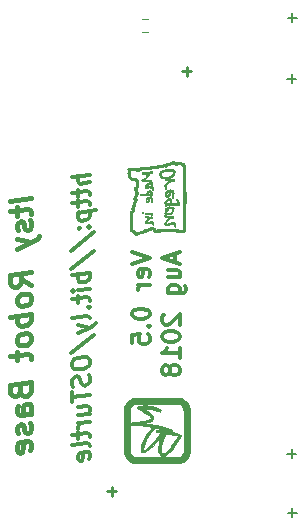
<source format=gbo>
G04 #@! TF.FileFunction,Legend,Bot*
%FSLAX46Y46*%
G04 Gerber Fmt 4.6, Leading zero omitted, Abs format (unit mm)*
G04 Created by KiCad (PCBNEW 4.0.6) date 09/06/18 10:25:07*
%MOMM*%
%LPD*%
G01*
G04 APERTURE LIST*
%ADD10C,0.100000*%
%ADD11C,0.150000*%
%ADD12C,0.300000*%
%ADD13C,0.250000*%
%ADD14C,0.400000*%
%ADD15C,0.002540*%
%ADD16C,0.120000*%
G04 APERTURE END LIST*
D10*
D11*
X149479048Y-70556429D02*
X150240953Y-70556429D01*
X149860001Y-70937381D02*
X149860001Y-70175476D01*
X149479048Y-102306429D02*
X150240953Y-102306429D01*
X149860001Y-102687381D02*
X149860001Y-101925476D01*
D12*
X132758571Y-78684464D02*
X131258571Y-78871964D01*
X132758571Y-79327321D02*
X131972857Y-79425535D01*
X131830000Y-79371963D01*
X131758571Y-79238035D01*
X131758571Y-79023750D01*
X131830000Y-78871963D01*
X131901429Y-78791606D01*
X131758571Y-79952321D02*
X131758571Y-80523750D01*
X131258571Y-80229107D02*
X132544286Y-80068392D01*
X132687143Y-80121963D01*
X132758571Y-80255893D01*
X132758571Y-80398750D01*
X131758571Y-80809464D02*
X131758571Y-81380893D01*
X131258571Y-81086250D02*
X132544286Y-80925535D01*
X132687143Y-80979106D01*
X132758571Y-81113036D01*
X132758571Y-81255893D01*
X131758571Y-81880893D02*
X133258571Y-81693393D01*
X131830000Y-81871964D02*
X131758571Y-82023750D01*
X131758571Y-82309464D01*
X131830000Y-82443392D01*
X131901429Y-82505892D01*
X132044286Y-82559464D01*
X132472857Y-82505893D01*
X132615714Y-82416607D01*
X132687143Y-82336249D01*
X132758571Y-82184464D01*
X132758571Y-81898750D01*
X132687143Y-81764821D01*
X132615714Y-83130893D02*
X132687143Y-83193392D01*
X132758571Y-83113036D01*
X132687143Y-83050535D01*
X132615714Y-83130893D01*
X132758571Y-83113036D01*
X131830000Y-83229107D02*
X131901429Y-83291606D01*
X131972857Y-83211250D01*
X131901429Y-83148749D01*
X131830000Y-83229107D01*
X131972857Y-83211250D01*
X131187143Y-85095178D02*
X133115714Y-83568393D01*
X131187143Y-86666607D02*
X133115714Y-85139822D01*
X132758571Y-86970180D02*
X131258571Y-87157680D01*
X131830000Y-87086251D02*
X131758571Y-87238037D01*
X131758571Y-87523751D01*
X131830000Y-87657679D01*
X131901429Y-87720179D01*
X132044286Y-87773751D01*
X132472857Y-87720180D01*
X132615714Y-87630894D01*
X132687143Y-87550536D01*
X132758571Y-87398751D01*
X132758571Y-87113037D01*
X132687143Y-86979108D01*
X132758571Y-88327323D02*
X131758571Y-88452323D01*
X131258571Y-88514823D02*
X131330000Y-88434465D01*
X131401429Y-88496965D01*
X131330000Y-88577322D01*
X131258571Y-88514823D01*
X131401429Y-88496965D01*
X131758571Y-88952323D02*
X131758571Y-89523752D01*
X131258571Y-89229109D02*
X132544286Y-89068394D01*
X132687143Y-89121965D01*
X132758571Y-89255895D01*
X132758571Y-89398752D01*
X132615714Y-89916609D02*
X132687143Y-89979108D01*
X132758571Y-89898752D01*
X132687143Y-89836251D01*
X132615714Y-89916609D01*
X132758571Y-89898752D01*
X132758571Y-90827324D02*
X132687143Y-90693394D01*
X132544286Y-90639823D01*
X131258571Y-90800538D01*
X131758571Y-91380895D02*
X132758571Y-91613038D01*
X131758571Y-92095180D02*
X132758571Y-91613038D01*
X133115714Y-91425537D01*
X133187143Y-91345180D01*
X133258571Y-91193395D01*
X131187143Y-93809465D02*
X133115714Y-92282680D01*
X131258571Y-94586252D02*
X131258571Y-94871966D01*
X131330000Y-95005895D01*
X131472857Y-95130895D01*
X131758571Y-95166609D01*
X132258571Y-95104109D01*
X132544286Y-94996966D01*
X132687143Y-94836252D01*
X132758571Y-94684466D01*
X132758571Y-94398752D01*
X132687143Y-94264823D01*
X132544286Y-94139823D01*
X132258571Y-94104109D01*
X131758571Y-94166609D01*
X131472857Y-94273752D01*
X131330000Y-94434466D01*
X131258571Y-94586252D01*
X132687143Y-95621966D02*
X132758571Y-95827324D01*
X132758571Y-96184467D01*
X132687143Y-96336252D01*
X132615714Y-96416610D01*
X132472857Y-96505895D01*
X132330000Y-96523752D01*
X132187143Y-96470181D01*
X132115714Y-96407681D01*
X132044286Y-96273752D01*
X131972857Y-95996967D01*
X131901429Y-95863037D01*
X131830000Y-95800538D01*
X131687143Y-95746966D01*
X131544286Y-95764823D01*
X131401429Y-95854109D01*
X131330000Y-95934466D01*
X131258571Y-96086253D01*
X131258571Y-96443395D01*
X131330000Y-96648752D01*
X131258571Y-97086252D02*
X131258571Y-97943395D01*
X132758571Y-97327324D02*
X131258571Y-97514824D01*
X131758571Y-99023752D02*
X132758571Y-98898752D01*
X131758571Y-98380895D02*
X132544286Y-98282680D01*
X132687143Y-98336251D01*
X132758571Y-98470181D01*
X132758571Y-98684466D01*
X132687143Y-98836251D01*
X132615714Y-98916609D01*
X132758571Y-99613038D02*
X131758571Y-99738038D01*
X132044286Y-99702323D02*
X131901429Y-99791608D01*
X131830000Y-99871966D01*
X131758571Y-100023752D01*
X131758571Y-100166609D01*
X131758571Y-100452323D02*
X131758571Y-101023752D01*
X131258571Y-100729109D02*
X132544286Y-100568394D01*
X132687143Y-100621965D01*
X132758571Y-100755895D01*
X132758571Y-100898752D01*
X132758571Y-101613038D02*
X132687143Y-101479108D01*
X132544286Y-101425537D01*
X131258571Y-101586252D01*
X132687143Y-102764822D02*
X132758571Y-102613037D01*
X132758571Y-102327323D01*
X132687143Y-102193394D01*
X132544286Y-102139822D01*
X131972857Y-102211251D01*
X131830000Y-102300537D01*
X131758571Y-102452323D01*
X131758571Y-102738037D01*
X131830000Y-102871965D01*
X131972857Y-102925537D01*
X132115714Y-102907680D01*
X132258571Y-102175537D01*
D13*
X141350952Y-69921429D02*
X140589047Y-69921429D01*
X140969999Y-70302381D02*
X140969999Y-69540476D01*
X135000952Y-105481429D02*
X134239047Y-105481429D01*
X134619999Y-105862381D02*
X134619999Y-105100476D01*
D12*
X136333571Y-85232857D02*
X137833571Y-85732857D01*
X136333571Y-86232857D01*
X137762143Y-87304285D02*
X137833571Y-87161428D01*
X137833571Y-86875714D01*
X137762143Y-86732857D01*
X137619286Y-86661428D01*
X137047857Y-86661428D01*
X136905000Y-86732857D01*
X136833571Y-86875714D01*
X136833571Y-87161428D01*
X136905000Y-87304285D01*
X137047857Y-87375714D01*
X137190714Y-87375714D01*
X137333571Y-86661428D01*
X137833571Y-88018571D02*
X136833571Y-88018571D01*
X137119286Y-88018571D02*
X136976429Y-88089999D01*
X136905000Y-88161428D01*
X136833571Y-88304285D01*
X136833571Y-88447142D01*
X136333571Y-90375713D02*
X136333571Y-90518570D01*
X136405000Y-90661427D01*
X136476429Y-90732856D01*
X136619286Y-90804285D01*
X136905000Y-90875713D01*
X137262143Y-90875713D01*
X137547857Y-90804285D01*
X137690714Y-90732856D01*
X137762143Y-90661427D01*
X137833571Y-90518570D01*
X137833571Y-90375713D01*
X137762143Y-90232856D01*
X137690714Y-90161427D01*
X137547857Y-90089999D01*
X137262143Y-90018570D01*
X136905000Y-90018570D01*
X136619286Y-90089999D01*
X136476429Y-90161427D01*
X136405000Y-90232856D01*
X136333571Y-90375713D01*
X137690714Y-91518570D02*
X137762143Y-91589998D01*
X137833571Y-91518570D01*
X137762143Y-91447141D01*
X137690714Y-91518570D01*
X137833571Y-91518570D01*
X136333571Y-92947142D02*
X136333571Y-92232856D01*
X137047857Y-92161427D01*
X136976429Y-92232856D01*
X136905000Y-92375713D01*
X136905000Y-92732856D01*
X136976429Y-92875713D01*
X137047857Y-92947142D01*
X137190714Y-93018570D01*
X137547857Y-93018570D01*
X137690714Y-92947142D01*
X137762143Y-92875713D01*
X137833571Y-92732856D01*
X137833571Y-92375713D01*
X137762143Y-92232856D01*
X137690714Y-92161427D01*
X139955000Y-85375714D02*
X139955000Y-86090000D01*
X140383571Y-85232857D02*
X138883571Y-85732857D01*
X140383571Y-86232857D01*
X139383571Y-87375714D02*
X140383571Y-87375714D01*
X139383571Y-86732857D02*
X140169286Y-86732857D01*
X140312143Y-86804285D01*
X140383571Y-86947143D01*
X140383571Y-87161428D01*
X140312143Y-87304285D01*
X140240714Y-87375714D01*
X139383571Y-88732857D02*
X140597857Y-88732857D01*
X140740714Y-88661428D01*
X140812143Y-88590000D01*
X140883571Y-88447143D01*
X140883571Y-88232857D01*
X140812143Y-88090000D01*
X140312143Y-88732857D02*
X140383571Y-88590000D01*
X140383571Y-88304286D01*
X140312143Y-88161428D01*
X140240714Y-88090000D01*
X140097857Y-88018571D01*
X139669286Y-88018571D01*
X139526429Y-88090000D01*
X139455000Y-88161428D01*
X139383571Y-88304286D01*
X139383571Y-88590000D01*
X139455000Y-88732857D01*
X139026429Y-90518571D02*
X138955000Y-90590000D01*
X138883571Y-90732857D01*
X138883571Y-91090000D01*
X138955000Y-91232857D01*
X139026429Y-91304286D01*
X139169286Y-91375714D01*
X139312143Y-91375714D01*
X139526429Y-91304286D01*
X140383571Y-90447143D01*
X140383571Y-91375714D01*
X138883571Y-92304285D02*
X138883571Y-92447142D01*
X138955000Y-92589999D01*
X139026429Y-92661428D01*
X139169286Y-92732857D01*
X139455000Y-92804285D01*
X139812143Y-92804285D01*
X140097857Y-92732857D01*
X140240714Y-92661428D01*
X140312143Y-92589999D01*
X140383571Y-92447142D01*
X140383571Y-92304285D01*
X140312143Y-92161428D01*
X140240714Y-92089999D01*
X140097857Y-92018571D01*
X139812143Y-91947142D01*
X139455000Y-91947142D01*
X139169286Y-92018571D01*
X139026429Y-92089999D01*
X138955000Y-92161428D01*
X138883571Y-92304285D01*
X140383571Y-94232856D02*
X140383571Y-93375713D01*
X140383571Y-93804285D02*
X138883571Y-93804285D01*
X139097857Y-93661428D01*
X139240714Y-93518570D01*
X139312143Y-93375713D01*
X139526429Y-95089999D02*
X139455000Y-94947141D01*
X139383571Y-94875713D01*
X139240714Y-94804284D01*
X139169286Y-94804284D01*
X139026429Y-94875713D01*
X138955000Y-94947141D01*
X138883571Y-95089999D01*
X138883571Y-95375713D01*
X138955000Y-95518570D01*
X139026429Y-95589999D01*
X139169286Y-95661427D01*
X139240714Y-95661427D01*
X139383571Y-95589999D01*
X139455000Y-95518570D01*
X139526429Y-95375713D01*
X139526429Y-95089999D01*
X139597857Y-94947141D01*
X139669286Y-94875713D01*
X139812143Y-94804284D01*
X140097857Y-94804284D01*
X140240714Y-94875713D01*
X140312143Y-94947141D01*
X140383571Y-95089999D01*
X140383571Y-95375713D01*
X140312143Y-95518570D01*
X140240714Y-95589999D01*
X140097857Y-95661427D01*
X139812143Y-95661427D01*
X139669286Y-95589999D01*
X139597857Y-95518570D01*
X139526429Y-95375713D01*
D14*
X127836905Y-80675862D02*
X125986905Y-80907112D01*
X126603571Y-81446695D02*
X126603571Y-82151457D01*
X125986905Y-81788064D02*
X127572619Y-81589850D01*
X127748810Y-81655921D01*
X127836905Y-81821100D01*
X127836905Y-81997290D01*
X127748810Y-82536874D02*
X127836905Y-82702052D01*
X127836905Y-83054433D01*
X127748810Y-83241636D01*
X127572619Y-83351755D01*
X127484524Y-83362767D01*
X127308333Y-83296695D01*
X127220238Y-83131516D01*
X127220238Y-82867231D01*
X127132143Y-82702052D01*
X126955952Y-82635981D01*
X126867857Y-82646993D01*
X126691667Y-82757112D01*
X126603571Y-82944315D01*
X126603571Y-83208600D01*
X126691667Y-83373779D01*
X126603571Y-84089553D02*
X127836905Y-84375862D01*
X126603571Y-84970505D02*
X127836905Y-84375862D01*
X128277381Y-84144611D01*
X128365476Y-84045504D01*
X128453571Y-83858303D01*
X127836905Y-87987767D02*
X126955952Y-87481219D01*
X127836905Y-86930624D02*
X125986905Y-87161874D01*
X125986905Y-87866636D01*
X126075000Y-88031815D01*
X126163095Y-88108898D01*
X126339286Y-88174969D01*
X126603571Y-88141934D01*
X126779762Y-88031815D01*
X126867857Y-87932708D01*
X126955952Y-87745505D01*
X126955952Y-87040743D01*
X127836905Y-89044910D02*
X127748810Y-88879731D01*
X127660714Y-88802648D01*
X127484524Y-88736577D01*
X126955952Y-88802648D01*
X126779762Y-88912767D01*
X126691667Y-89011874D01*
X126603571Y-89199077D01*
X126603571Y-89463363D01*
X126691667Y-89628541D01*
X126779762Y-89705624D01*
X126955952Y-89771696D01*
X127484524Y-89705625D01*
X127660714Y-89595505D01*
X127748810Y-89496398D01*
X127836905Y-89309196D01*
X127836905Y-89044910D01*
X127836905Y-90454434D02*
X125986905Y-90685684D01*
X126691667Y-90597589D02*
X126603571Y-90784792D01*
X126603571Y-91137173D01*
X126691667Y-91302351D01*
X126779762Y-91379434D01*
X126955952Y-91445506D01*
X127484524Y-91379435D01*
X127660714Y-91269315D01*
X127748810Y-91170208D01*
X127836905Y-90983006D01*
X127836905Y-90630625D01*
X127748810Y-90465446D01*
X127836905Y-92392530D02*
X127748810Y-92227351D01*
X127660714Y-92150268D01*
X127484524Y-92084197D01*
X126955952Y-92150268D01*
X126779762Y-92260387D01*
X126691667Y-92359494D01*
X126603571Y-92546697D01*
X126603571Y-92810983D01*
X126691667Y-92976161D01*
X126779762Y-93053244D01*
X126955952Y-93119316D01*
X127484524Y-93053245D01*
X127660714Y-92943125D01*
X127748810Y-92844018D01*
X127836905Y-92656816D01*
X127836905Y-92392530D01*
X126603571Y-93691935D02*
X126603571Y-94396697D01*
X125986905Y-94033304D02*
X127572619Y-93835090D01*
X127748810Y-93901161D01*
X127836905Y-94066340D01*
X127836905Y-94242530D01*
X126867857Y-97006519D02*
X126955952Y-97259793D01*
X127044048Y-97336876D01*
X127220238Y-97402947D01*
X127484524Y-97369912D01*
X127660714Y-97259793D01*
X127748810Y-97160686D01*
X127836905Y-96973483D01*
X127836905Y-96268721D01*
X125986905Y-96499971D01*
X125986905Y-97116638D01*
X126075000Y-97281816D01*
X126163095Y-97358900D01*
X126339286Y-97424971D01*
X126515476Y-97402948D01*
X126691667Y-97292829D01*
X126779762Y-97193721D01*
X126867857Y-97006519D01*
X126867857Y-96389852D01*
X127836905Y-98911578D02*
X126867857Y-99032709D01*
X126691667Y-98966638D01*
X126603571Y-98801460D01*
X126603571Y-98449079D01*
X126691667Y-98261876D01*
X127748810Y-98922590D02*
X127836905Y-98735388D01*
X127836905Y-98294912D01*
X127748810Y-98129733D01*
X127572619Y-98063662D01*
X127396429Y-98085685D01*
X127220238Y-98195804D01*
X127132143Y-98383007D01*
X127132143Y-98823483D01*
X127044048Y-99010685D01*
X127748810Y-99715448D02*
X127836905Y-99880626D01*
X127836905Y-100233007D01*
X127748810Y-100420210D01*
X127572619Y-100530329D01*
X127484524Y-100541341D01*
X127308333Y-100475269D01*
X127220238Y-100310090D01*
X127220238Y-100045805D01*
X127132143Y-99880626D01*
X126955952Y-99814555D01*
X126867857Y-99825567D01*
X126691667Y-99935686D01*
X126603571Y-100122889D01*
X126603571Y-100387174D01*
X126691667Y-100552353D01*
X127748810Y-102005924D02*
X127836905Y-101818722D01*
X127836905Y-101466341D01*
X127748810Y-101301162D01*
X127572619Y-101235091D01*
X126867857Y-101323186D01*
X126691667Y-101433305D01*
X126603571Y-101620508D01*
X126603571Y-101972889D01*
X126691667Y-102138067D01*
X126867857Y-102204138D01*
X127044048Y-102182114D01*
X127220238Y-101279138D01*
D15*
G36*
X136669780Y-83741260D02*
X136707880Y-83741260D01*
X136733280Y-83738720D01*
X136756140Y-83736180D01*
X136773920Y-83731100D01*
X136794240Y-83720940D01*
X136801860Y-83718400D01*
X136829800Y-83705700D01*
X136855200Y-83695540D01*
X136885680Y-83685380D01*
X136921240Y-83675220D01*
X136966960Y-83665060D01*
X137020300Y-83652360D01*
X137038080Y-83647280D01*
X137111740Y-83632040D01*
X137172700Y-83614260D01*
X137226040Y-83599020D01*
X137271760Y-83578700D01*
X137312400Y-83558380D01*
X136682480Y-83558380D01*
X136667240Y-83558380D01*
X136654540Y-83555840D01*
X136641840Y-83548220D01*
X136626600Y-83535520D01*
X136608820Y-83512660D01*
X136598660Y-83502500D01*
X136575800Y-83474560D01*
X136550400Y-83449160D01*
X136527540Y-83431380D01*
X136519920Y-83423760D01*
X136502140Y-83411060D01*
X136476740Y-83390740D01*
X136446260Y-83365340D01*
X136415780Y-83339940D01*
X136413240Y-83337400D01*
X136385300Y-83314540D01*
X136359900Y-83294220D01*
X136342120Y-83281520D01*
X136331960Y-83273900D01*
X136329420Y-83273900D01*
X136324340Y-83268820D01*
X136324340Y-83251040D01*
X136324340Y-83225640D01*
X136329420Y-83195160D01*
X136334500Y-83164680D01*
X136337040Y-83154520D01*
X136339580Y-83141820D01*
X136344660Y-83129120D01*
X136344660Y-83113880D01*
X136347200Y-83096100D01*
X136349740Y-83070700D01*
X136352280Y-83037680D01*
X136352280Y-82999580D01*
X136354820Y-82951320D01*
X136354820Y-82892900D01*
X136357360Y-82821780D01*
X136359900Y-82737960D01*
X136359900Y-82684620D01*
X136362440Y-82598260D01*
X136362440Y-82511900D01*
X136364980Y-82425540D01*
X136364980Y-82341720D01*
X136367520Y-82262980D01*
X136367520Y-82191860D01*
X136367520Y-82128360D01*
X136367520Y-82080100D01*
X136367520Y-82067400D01*
X136367520Y-81874360D01*
X136428480Y-81813400D01*
X136486900Y-81752440D01*
X136486900Y-81711800D01*
X136486900Y-81683860D01*
X136484360Y-81648300D01*
X136479280Y-81620360D01*
X136476740Y-81587340D01*
X136479280Y-81556860D01*
X136484360Y-81523840D01*
X136494520Y-81483200D01*
X136512300Y-81437480D01*
X136535160Y-81381600D01*
X136540240Y-81366360D01*
X136560560Y-81323180D01*
X136573260Y-81290160D01*
X136580880Y-81262220D01*
X136585960Y-81236820D01*
X136591040Y-81208880D01*
X136593580Y-81191100D01*
X136598660Y-81145380D01*
X136603740Y-81109820D01*
X136611360Y-81081880D01*
X136621520Y-81061560D01*
X136634220Y-81041240D01*
X136654540Y-81020920D01*
X136657080Y-81018380D01*
X136677400Y-80995520D01*
X136695180Y-80970120D01*
X136707880Y-80952340D01*
X136707880Y-80952340D01*
X136712960Y-80932020D01*
X136718040Y-80901540D01*
X136725660Y-80865980D01*
X136728200Y-80827880D01*
X136733280Y-80794860D01*
X136733280Y-80769460D01*
X136730740Y-80754220D01*
X136723120Y-80741520D01*
X136710420Y-80718660D01*
X136692640Y-80698340D01*
X136672320Y-80675480D01*
X136664700Y-80660240D01*
X136662160Y-80650080D01*
X136664700Y-80645000D01*
X136672320Y-80634840D01*
X136685020Y-80614520D01*
X136702800Y-80586580D01*
X136723120Y-80556100D01*
X136728200Y-80548480D01*
X136781540Y-80462120D01*
X136784080Y-80385920D01*
X136786620Y-80350360D01*
X136789160Y-80327500D01*
X136791700Y-80314800D01*
X136796780Y-80304640D01*
X136804400Y-80299560D01*
X136809480Y-80297020D01*
X136832340Y-80276700D01*
X136847580Y-80248760D01*
X136855200Y-80218280D01*
X136855200Y-80213200D01*
X136847580Y-80185260D01*
X136829800Y-80157320D01*
X136799320Y-80129380D01*
X136786620Y-80119220D01*
X136773920Y-80106520D01*
X136763760Y-80098900D01*
X136756140Y-80088740D01*
X136748520Y-80076040D01*
X136745980Y-80055720D01*
X136740900Y-80030320D01*
X136735820Y-79992220D01*
X136733280Y-79943960D01*
X136730740Y-79928720D01*
X136720580Y-79819500D01*
X136748520Y-79789020D01*
X136781540Y-79753460D01*
X136806940Y-79717900D01*
X136827260Y-79687420D01*
X136832340Y-79677260D01*
X136837420Y-79654400D01*
X136842500Y-79621380D01*
X136847580Y-79578200D01*
X136852660Y-79532480D01*
X136857740Y-79481680D01*
X136860280Y-79433420D01*
X136860280Y-79387700D01*
X136860280Y-79385160D01*
X136860280Y-79336900D01*
X136855200Y-79293720D01*
X136850120Y-79250540D01*
X136839960Y-79202280D01*
X136829800Y-79156560D01*
X136819640Y-79123540D01*
X136806940Y-79098140D01*
X136794240Y-79075280D01*
X136773920Y-79052420D01*
X136748520Y-79027020D01*
X136728200Y-79009240D01*
X136707880Y-78994000D01*
X136685020Y-78986380D01*
X136657080Y-78978760D01*
X136621520Y-78971140D01*
X136578340Y-78968600D01*
X136527540Y-78963520D01*
X136448800Y-78955900D01*
X136380220Y-78943200D01*
X136324340Y-78922880D01*
X136278620Y-78897480D01*
X136273540Y-78894940D01*
X136248140Y-78869540D01*
X136220200Y-78831440D01*
X136212580Y-78818740D01*
X136199880Y-78790800D01*
X136189720Y-78767940D01*
X136187180Y-78750160D01*
X136187180Y-78727300D01*
X136187180Y-78724760D01*
X136187180Y-78686660D01*
X136179560Y-78643480D01*
X136171940Y-78613000D01*
X136159240Y-78574900D01*
X136154160Y-78546960D01*
X136151620Y-78529180D01*
X136156700Y-78513940D01*
X136161780Y-78498700D01*
X136166860Y-78491080D01*
X136182100Y-78460600D01*
X136187180Y-78417420D01*
X136182100Y-78369160D01*
X136177020Y-78353920D01*
X136171940Y-78331060D01*
X136166860Y-78310740D01*
X136166860Y-78303120D01*
X136171940Y-78303120D01*
X136192260Y-78300580D01*
X136215120Y-78300580D01*
X136217660Y-78300580D01*
X136245600Y-78300580D01*
X136265920Y-78298040D01*
X136283700Y-78292960D01*
X136301480Y-78280260D01*
X136334500Y-78257400D01*
X136453880Y-78265020D01*
X136499600Y-78267560D01*
X136532620Y-78272640D01*
X136558020Y-78275180D01*
X136575800Y-78280260D01*
X136591040Y-78285340D01*
X136606280Y-78292960D01*
X136613900Y-78298040D01*
X136644380Y-78313280D01*
X136672320Y-78320900D01*
X136692640Y-78320900D01*
X136720580Y-78323440D01*
X136743440Y-78325980D01*
X136751060Y-78328520D01*
X136768840Y-78331060D01*
X136794240Y-78336140D01*
X136827260Y-78336140D01*
X136839960Y-78336140D01*
X136872980Y-78336140D01*
X136893300Y-78336140D01*
X136908540Y-78331060D01*
X136918700Y-78323440D01*
X136931400Y-78313280D01*
X136933940Y-78310740D01*
X136949180Y-78290420D01*
X136956800Y-78270100D01*
X136959340Y-78267560D01*
X136959340Y-78257400D01*
X136964420Y-78252320D01*
X136979660Y-78247240D01*
X137005060Y-78244700D01*
X137038080Y-78242160D01*
X137076180Y-78239620D01*
X137099040Y-78239620D01*
X137142220Y-78237080D01*
X137198100Y-78232000D01*
X137269220Y-78224380D01*
X137355580Y-78211680D01*
X137454640Y-78193900D01*
X137462260Y-78193900D01*
X137505440Y-78186280D01*
X137546080Y-78181200D01*
X137576560Y-78176120D01*
X137599420Y-78173580D01*
X137607040Y-78171040D01*
X137619740Y-78171040D01*
X137642600Y-78173580D01*
X137673080Y-78173580D01*
X137703560Y-78176120D01*
X137736580Y-78176120D01*
X137767060Y-78178660D01*
X137787380Y-78181200D01*
X137795000Y-78183740D01*
X137820400Y-78193900D01*
X137850880Y-78196440D01*
X137881360Y-78193900D01*
X137906760Y-78183740D01*
X137919460Y-78168500D01*
X137932160Y-78160880D01*
X137957560Y-78153260D01*
X137998200Y-78143100D01*
X138054080Y-78135480D01*
X138122660Y-78125320D01*
X138201400Y-78117700D01*
X138262360Y-78112620D01*
X138315700Y-78107540D01*
X138366500Y-78102460D01*
X138409680Y-78097380D01*
X138445240Y-78092300D01*
X138470640Y-78089760D01*
X138483340Y-78087220D01*
X138503660Y-78077060D01*
X138531600Y-78066900D01*
X138557000Y-78056740D01*
X138577320Y-78049120D01*
X138592560Y-78041500D01*
X138610340Y-78038960D01*
X138630660Y-78036420D01*
X138656060Y-78036420D01*
X138689080Y-78038960D01*
X138734800Y-78041500D01*
X138755120Y-78041500D01*
X138800840Y-78044040D01*
X138836400Y-78044040D01*
X138864340Y-78038960D01*
X138889740Y-78031340D01*
X138917680Y-78018640D01*
X138950700Y-77998320D01*
X138988800Y-77980540D01*
X139016740Y-77970380D01*
X139044680Y-77965300D01*
X139072620Y-77970380D01*
X139110720Y-77980540D01*
X139120880Y-77985620D01*
X139158980Y-77998320D01*
X139189460Y-78005940D01*
X139209780Y-78005940D01*
X139227560Y-78003400D01*
X139242800Y-77995780D01*
X139245340Y-77995780D01*
X139260580Y-77980540D01*
X139278360Y-77955140D01*
X139296140Y-77924660D01*
X139308840Y-77891640D01*
X139316460Y-77871320D01*
X139321540Y-77851000D01*
X139410440Y-77851000D01*
X139501880Y-77851000D01*
X139565380Y-77820520D01*
X139633960Y-77787500D01*
X139692380Y-77762100D01*
X139740640Y-77741780D01*
X139776200Y-77729080D01*
X139796520Y-77724000D01*
X139814300Y-77721460D01*
X139829540Y-77721460D01*
X139844780Y-77729080D01*
X139865100Y-77744320D01*
X139867640Y-77744320D01*
X139908280Y-77772260D01*
X139946380Y-77795120D01*
X139992100Y-77812900D01*
X140020040Y-77820520D01*
X140073380Y-77835760D01*
X140172440Y-77812900D01*
X140238480Y-77797660D01*
X140291820Y-77790040D01*
X140337540Y-77784960D01*
X140378180Y-77784960D01*
X140416280Y-77792580D01*
X140454380Y-77802740D01*
X140454380Y-77802740D01*
X140497560Y-77817980D01*
X140535660Y-77830680D01*
X140568680Y-77845920D01*
X140591540Y-77856080D01*
X140601700Y-77866240D01*
X140604240Y-77866240D01*
X140606780Y-77876400D01*
X140614400Y-77896720D01*
X140619480Y-77904340D01*
X140627100Y-77927200D01*
X140634720Y-77962760D01*
X140639800Y-78011020D01*
X140642340Y-78071980D01*
X140644880Y-78148180D01*
X140647420Y-78237080D01*
X140647420Y-78338680D01*
X140647420Y-78348840D01*
X140649960Y-78404720D01*
X140649960Y-78470760D01*
X140652500Y-78544420D01*
X140652500Y-78623160D01*
X140655040Y-78701900D01*
X140660120Y-78775560D01*
X140660120Y-78795880D01*
X140667740Y-79032100D01*
X140677900Y-79258160D01*
X140682980Y-79481680D01*
X140688060Y-79705200D01*
X140693140Y-79926180D01*
X140695680Y-80149700D01*
X140698220Y-80375760D01*
X140698220Y-80609440D01*
X140698220Y-80848200D01*
X140698220Y-81099660D01*
X140695680Y-81361280D01*
X140693140Y-81493360D01*
X140690600Y-81678780D01*
X140688060Y-81848960D01*
X140685520Y-82006440D01*
X140682980Y-82151220D01*
X140680440Y-82285840D01*
X140677900Y-82410300D01*
X140675360Y-82527140D01*
X140672820Y-82633820D01*
X140667740Y-82732880D01*
X140665200Y-82824320D01*
X140662660Y-82913220D01*
X140657580Y-82997040D01*
X140655040Y-83042760D01*
X140652500Y-83106260D01*
X140647420Y-83164680D01*
X140644880Y-83218020D01*
X140642340Y-83263740D01*
X140639800Y-83296760D01*
X140639800Y-83319620D01*
X140639800Y-83332320D01*
X140639800Y-83332320D01*
X140632180Y-83332320D01*
X140609320Y-83329780D01*
X140576300Y-83329780D01*
X140528040Y-83327240D01*
X140469620Y-83324700D01*
X140401040Y-83322160D01*
X140322300Y-83317080D01*
X140235940Y-83314540D01*
X140139420Y-83309460D01*
X140037820Y-83304380D01*
X139931140Y-83301840D01*
X139816840Y-83296760D01*
X139700000Y-83289140D01*
X139684760Y-83289140D01*
X139545060Y-83284060D01*
X139418060Y-83278980D01*
X139303760Y-83273900D01*
X139202160Y-83268820D01*
X139113260Y-83263740D01*
X139034520Y-83261200D01*
X138968480Y-83258660D01*
X138907520Y-83256120D01*
X138859260Y-83256120D01*
X138816080Y-83256120D01*
X138783060Y-83256120D01*
X138752580Y-83256120D01*
X138729720Y-83256120D01*
X138711940Y-83258660D01*
X138696700Y-83261200D01*
X138686540Y-83263740D01*
X138676380Y-83266280D01*
X138668760Y-83271360D01*
X138663680Y-83276440D01*
X138656060Y-83281520D01*
X138648440Y-83286600D01*
X138633200Y-83299300D01*
X138617960Y-83306920D01*
X138602720Y-83309460D01*
X138577320Y-83306920D01*
X138567160Y-83306920D01*
X138531600Y-83306920D01*
X138498580Y-83309460D01*
X138457940Y-83319620D01*
X138455400Y-83319620D01*
X138412220Y-83332320D01*
X138381740Y-83339940D01*
X138358880Y-83342480D01*
X138346180Y-83342480D01*
X138336020Y-83339940D01*
X138330940Y-83332320D01*
X138328400Y-83332320D01*
X138323320Y-83314540D01*
X138315700Y-83291680D01*
X138315700Y-83281520D01*
X138308080Y-83253580D01*
X138297920Y-83230720D01*
X138282680Y-83210400D01*
X138259820Y-83192620D01*
X138224260Y-83169760D01*
X138188700Y-83151980D01*
X138099800Y-83108800D01*
X138021060Y-83116420D01*
X137990580Y-83121500D01*
X137962640Y-83126580D01*
X137937240Y-83134200D01*
X137909300Y-83141820D01*
X137873740Y-83154520D01*
X137830560Y-83174840D01*
X137817860Y-83179920D01*
X137767060Y-83200240D01*
X137716260Y-83223100D01*
X137662920Y-83245960D01*
X137617200Y-83266280D01*
X137599420Y-83276440D01*
X137561320Y-83291680D01*
X137533380Y-83304380D01*
X137513060Y-83312000D01*
X137500360Y-83314540D01*
X137490200Y-83312000D01*
X137480040Y-83312000D01*
X137454640Y-83304380D01*
X137424160Y-83304380D01*
X137391140Y-83314540D01*
X137350500Y-83332320D01*
X137302240Y-83357720D01*
X137299700Y-83360260D01*
X137259060Y-83383120D01*
X137223500Y-83403440D01*
X137193020Y-83418680D01*
X137162540Y-83428840D01*
X137129520Y-83441540D01*
X137088880Y-83451700D01*
X137043160Y-83461860D01*
X136997440Y-83472020D01*
X136933940Y-83487260D01*
X136883140Y-83499960D01*
X136842500Y-83510120D01*
X136809480Y-83520280D01*
X136781540Y-83530440D01*
X136758680Y-83538060D01*
X136748520Y-83545680D01*
X136720580Y-83553300D01*
X136690100Y-83558380D01*
X136682480Y-83558380D01*
X137312400Y-83558380D01*
X137314940Y-83555840D01*
X137330180Y-83550760D01*
X137358120Y-83532980D01*
X137380980Y-83522820D01*
X137393680Y-83517740D01*
X137403840Y-83517740D01*
X137414000Y-83522820D01*
X137431780Y-83525360D01*
X137449560Y-83527900D01*
X137472420Y-83522820D01*
X137500360Y-83515200D01*
X137535920Y-83499960D01*
X137584180Y-83479640D01*
X137614660Y-83464400D01*
X137695940Y-83428840D01*
X137772140Y-83393280D01*
X137840720Y-83365340D01*
X137901680Y-83339940D01*
X137952480Y-83319620D01*
X137993120Y-83306920D01*
X138021060Y-83299300D01*
X138023600Y-83299300D01*
X138051540Y-83294220D01*
X138069320Y-83296760D01*
X138089640Y-83301840D01*
X138102340Y-83309460D01*
X138122660Y-83319620D01*
X138135360Y-83332320D01*
X138142980Y-83347560D01*
X138148060Y-83370420D01*
X138150600Y-83383120D01*
X138153140Y-83398360D01*
X138163300Y-83416140D01*
X138178540Y-83433920D01*
X138203940Y-83461860D01*
X138214100Y-83469480D01*
X138239500Y-83494880D01*
X138257280Y-83512660D01*
X138269980Y-83522820D01*
X138282680Y-83527900D01*
X138297920Y-83527900D01*
X138308080Y-83527900D01*
X138361420Y-83525360D01*
X138422380Y-83512660D01*
X138485880Y-83497420D01*
X138513820Y-83489800D01*
X138536680Y-83487260D01*
X138559540Y-83487260D01*
X138590020Y-83489800D01*
X138595100Y-83492340D01*
X138628120Y-83494880D01*
X138656060Y-83494880D01*
X138678920Y-83487260D01*
X138706860Y-83469480D01*
X138729720Y-83451700D01*
X138757660Y-83428840D01*
X139738100Y-83472020D01*
X139857480Y-83477100D01*
X139974320Y-83482180D01*
X140086080Y-83487260D01*
X140192760Y-83492340D01*
X140291820Y-83494880D01*
X140383260Y-83499960D01*
X140467080Y-83502500D01*
X140540740Y-83505040D01*
X140604240Y-83507580D01*
X140657580Y-83510120D01*
X140698220Y-83510120D01*
X140726160Y-83510120D01*
X140741400Y-83510120D01*
X140741400Y-83510120D01*
X140766800Y-83499960D01*
X140789660Y-83479640D01*
X140804900Y-83456780D01*
X140807440Y-83451700D01*
X140809980Y-83439000D01*
X140812520Y-83411060D01*
X140815060Y-83372960D01*
X140820140Y-83324700D01*
X140822680Y-83266280D01*
X140827760Y-83202780D01*
X140830300Y-83129120D01*
X140835380Y-83052920D01*
X140837920Y-82971640D01*
X140843000Y-82890360D01*
X140845540Y-82806540D01*
X140848080Y-82725260D01*
X140850620Y-82643980D01*
X140853160Y-82567780D01*
X140855700Y-82496660D01*
X140858240Y-82453480D01*
X140858240Y-82392520D01*
X140860780Y-82318860D01*
X140860780Y-82235040D01*
X140863320Y-82143600D01*
X140865860Y-82042000D01*
X140865860Y-81935320D01*
X140868400Y-81826100D01*
X140868400Y-81711800D01*
X140870940Y-81600040D01*
X140873480Y-81490820D01*
X140873480Y-81447640D01*
X140873480Y-81346040D01*
X140876020Y-81244440D01*
X140876020Y-81145380D01*
X140878560Y-81048860D01*
X140878560Y-80959960D01*
X140878560Y-80876140D01*
X140881100Y-80802480D01*
X140881100Y-80738980D01*
X140881100Y-80685640D01*
X140881100Y-80645000D01*
X140881100Y-80622140D01*
X140881100Y-80586580D01*
X140881100Y-80535780D01*
X140881100Y-80474820D01*
X140881100Y-80403700D01*
X140881100Y-80327500D01*
X140878560Y-80246220D01*
X140878560Y-80162400D01*
X140876020Y-80078580D01*
X140876020Y-80043020D01*
X140873480Y-79888080D01*
X140868400Y-79738220D01*
X140865860Y-79590900D01*
X140860780Y-79451200D01*
X140858240Y-79319120D01*
X140853160Y-79194660D01*
X140850620Y-79080360D01*
X140848080Y-78978760D01*
X140843000Y-78892400D01*
X140843000Y-78874620D01*
X140840460Y-78818740D01*
X140837920Y-78752700D01*
X140837920Y-78681580D01*
X140835380Y-78610460D01*
X140835380Y-78541880D01*
X140835380Y-78516480D01*
X140835380Y-78450440D01*
X140832840Y-78376780D01*
X140832840Y-78295500D01*
X140827760Y-78216760D01*
X140825220Y-78140560D01*
X140825220Y-78102460D01*
X140812520Y-77886560D01*
X140779500Y-77815440D01*
X140761720Y-77782420D01*
X140749020Y-77757020D01*
X140736320Y-77739240D01*
X140731240Y-77734160D01*
X140710920Y-77718920D01*
X140680440Y-77703680D01*
X140639800Y-77683360D01*
X140596620Y-77665580D01*
X140553440Y-77647800D01*
X140515340Y-77632560D01*
X140474700Y-77619860D01*
X140441680Y-77612240D01*
X140416280Y-77607160D01*
X140385800Y-77604620D01*
X140365480Y-77604620D01*
X140291820Y-77609700D01*
X140208000Y-77622400D01*
X140134340Y-77637640D01*
X140098780Y-77645260D01*
X140070840Y-77645260D01*
X140040360Y-77637640D01*
X140007340Y-77622400D01*
X139969240Y-77599540D01*
X139951460Y-77584300D01*
X139915900Y-77561440D01*
X139890500Y-77546200D01*
X139865100Y-77538580D01*
X139839700Y-77536040D01*
X139806680Y-77538580D01*
X139768580Y-77546200D01*
X139738100Y-77553820D01*
X139697460Y-77566520D01*
X139651740Y-77584300D01*
X139598400Y-77604620D01*
X139547600Y-77630020D01*
X139504420Y-77650340D01*
X139486640Y-77657960D01*
X139471400Y-77665580D01*
X139453620Y-77668120D01*
X139433300Y-77670660D01*
X139402820Y-77670660D01*
X139362180Y-77670660D01*
X139357100Y-77670660D01*
X139308840Y-77673200D01*
X139268200Y-77675740D01*
X139240260Y-77680820D01*
X139217400Y-77693520D01*
X139197080Y-77711300D01*
X139179300Y-77739240D01*
X139158980Y-77777340D01*
X139148820Y-77797660D01*
X139141200Y-77797660D01*
X139123420Y-77795120D01*
X139098020Y-77790040D01*
X139090400Y-77787500D01*
X139044680Y-77782420D01*
X139014200Y-77782420D01*
X139006580Y-77782420D01*
X138963400Y-77795120D01*
X138917680Y-77815440D01*
X138871960Y-77838300D01*
X138859260Y-77845920D01*
X138846560Y-77853540D01*
X138833860Y-77858620D01*
X138818620Y-77863700D01*
X138800840Y-77863700D01*
X138777980Y-77863700D01*
X138747500Y-77863700D01*
X138704320Y-77858620D01*
X138650980Y-77853540D01*
X138648440Y-77853540D01*
X138623040Y-77853540D01*
X138597640Y-77853540D01*
X138569700Y-77861160D01*
X138541760Y-77868780D01*
X138508740Y-77881480D01*
X138478260Y-77891640D01*
X138455400Y-77901800D01*
X138450320Y-77904340D01*
X138437620Y-77909420D01*
X138417300Y-77914500D01*
X138389360Y-77917040D01*
X138351260Y-77922120D01*
X138300460Y-77927200D01*
X138239500Y-77932280D01*
X138170920Y-77939900D01*
X138104880Y-77947520D01*
X138041380Y-77955140D01*
X137980420Y-77965300D01*
X137927080Y-77972920D01*
X137883900Y-77980540D01*
X137853420Y-77990700D01*
X137843260Y-77993240D01*
X137825480Y-77993240D01*
X137807700Y-77990700D01*
X137782300Y-77988160D01*
X137746740Y-77993240D01*
X137746740Y-77993240D01*
X137713720Y-77998320D01*
X137678160Y-77995780D01*
X137660380Y-77993240D01*
X137637520Y-77990700D01*
X137617200Y-77988160D01*
X137594340Y-77990700D01*
X137566400Y-77993240D01*
X137525760Y-78000860D01*
X137510520Y-78003400D01*
X137416540Y-78021180D01*
X137330180Y-78033880D01*
X137248900Y-78044040D01*
X137167620Y-78051660D01*
X137078720Y-78059280D01*
X137002520Y-78064360D01*
X136936480Y-78066900D01*
X136885680Y-78071980D01*
X136845040Y-78074520D01*
X136814560Y-78079600D01*
X136791700Y-78082140D01*
X136773920Y-78089760D01*
X136761220Y-78097380D01*
X136753600Y-78107540D01*
X136745980Y-78115160D01*
X136735820Y-78127860D01*
X136723120Y-78132940D01*
X136705340Y-78130400D01*
X136679940Y-78122780D01*
X136654540Y-78112620D01*
X136654540Y-78112620D01*
X136641840Y-78105000D01*
X136631680Y-78102460D01*
X136618980Y-78097380D01*
X136601200Y-78094840D01*
X136578340Y-78092300D01*
X136547860Y-78089760D01*
X136504680Y-78087220D01*
X136451340Y-78082140D01*
X136423400Y-78082140D01*
X136271000Y-78071980D01*
X136240520Y-78097380D01*
X136210040Y-78122780D01*
X136133840Y-78115160D01*
X136085580Y-78112620D01*
X136050020Y-78112620D01*
X136024620Y-78115160D01*
X136004300Y-78125320D01*
X135989060Y-78138020D01*
X135986520Y-78140560D01*
X135973820Y-78155800D01*
X135968740Y-78173580D01*
X135966200Y-78196440D01*
X135966200Y-78224380D01*
X135973820Y-78262480D01*
X135983980Y-78313280D01*
X135986520Y-78318360D01*
X136006840Y-78409800D01*
X135986520Y-78445360D01*
X135973820Y-78470760D01*
X135966200Y-78493620D01*
X135966200Y-78521560D01*
X135971280Y-78552040D01*
X135978900Y-78595220D01*
X135986520Y-78625700D01*
X135996680Y-78661260D01*
X136004300Y-78689200D01*
X136006840Y-78706980D01*
X136004300Y-78724760D01*
X136001760Y-78737460D01*
X135999220Y-78757780D01*
X135999220Y-78775560D01*
X136001760Y-78795880D01*
X136011920Y-78821280D01*
X136027160Y-78851760D01*
X136044940Y-78884780D01*
X136067800Y-78925420D01*
X136085580Y-78955900D01*
X136103360Y-78978760D01*
X136118600Y-78996540D01*
X136136380Y-79014320D01*
X136159240Y-79032100D01*
X136182100Y-79052420D01*
X136204960Y-79067660D01*
X136225280Y-79077820D01*
X136250680Y-79087980D01*
X136283700Y-79100680D01*
X136326880Y-79113380D01*
X136337040Y-79115920D01*
X136385300Y-79128620D01*
X136425940Y-79136240D01*
X136464040Y-79141320D01*
X136507220Y-79146400D01*
X136522460Y-79146400D01*
X136568180Y-79148940D01*
X136601200Y-79151480D01*
X136624060Y-79159100D01*
X136639300Y-79171800D01*
X136652000Y-79192120D01*
X136659620Y-79222600D01*
X136667240Y-79250540D01*
X136677400Y-79311500D01*
X136682480Y-79382620D01*
X136679940Y-79461360D01*
X136672320Y-79535020D01*
X136664700Y-79613760D01*
X136606280Y-79679800D01*
X136580880Y-79705200D01*
X136563100Y-79730600D01*
X136547860Y-79750920D01*
X136542780Y-79761080D01*
X136542780Y-79776320D01*
X136542780Y-79801720D01*
X136542780Y-79839820D01*
X136547860Y-79883000D01*
X136550400Y-79933800D01*
X136555480Y-79984600D01*
X136560560Y-80035400D01*
X136565640Y-80078580D01*
X136573260Y-80121760D01*
X136578340Y-80152240D01*
X136588500Y-80172560D01*
X136593580Y-80185260D01*
X136601200Y-80195420D01*
X136606280Y-80205580D01*
X136608820Y-80220820D01*
X136608820Y-80241140D01*
X136608820Y-80269080D01*
X136608820Y-80307180D01*
X136606280Y-80408780D01*
X136537700Y-80512920D01*
X136512300Y-80551020D01*
X136491980Y-80584040D01*
X136474200Y-80611980D01*
X136464040Y-80632300D01*
X136458960Y-80639920D01*
X136451340Y-80667860D01*
X136456420Y-80693260D01*
X136471660Y-80723740D01*
X136502140Y-80759300D01*
X136504680Y-80761840D01*
X136525000Y-80784700D01*
X136537700Y-80802480D01*
X136545320Y-80817720D01*
X136547860Y-80832960D01*
X136547860Y-80838040D01*
X136545320Y-80855820D01*
X136542780Y-80868520D01*
X136530080Y-80886300D01*
X136512300Y-80906620D01*
X136502140Y-80916780D01*
X136476740Y-80947260D01*
X136456420Y-80980280D01*
X136441180Y-81018380D01*
X136431020Y-81061560D01*
X136420860Y-81117440D01*
X136418320Y-81145380D01*
X136413240Y-81183480D01*
X136405620Y-81213960D01*
X136395460Y-81244440D01*
X136382760Y-81280000D01*
X136370060Y-81310480D01*
X136352280Y-81353660D01*
X136334500Y-81401920D01*
X136319260Y-81447640D01*
X136311640Y-81475580D01*
X136304020Y-81513680D01*
X136296400Y-81541620D01*
X136296400Y-81564480D01*
X136296400Y-81587340D01*
X136298940Y-81617820D01*
X136306560Y-81678780D01*
X136253220Y-81737200D01*
X136220200Y-81772760D01*
X136199880Y-81800700D01*
X136194800Y-81818480D01*
X136192260Y-81831180D01*
X136192260Y-81859120D01*
X136189720Y-81894680D01*
X136189720Y-81940400D01*
X136189720Y-81991200D01*
X136189720Y-82047080D01*
X136189720Y-82049620D01*
X136189720Y-82133440D01*
X136187180Y-82222340D01*
X136187180Y-82313780D01*
X136187180Y-82405220D01*
X136184640Y-82496660D01*
X136182100Y-82585560D01*
X136182100Y-82669380D01*
X136179560Y-82750660D01*
X136177020Y-82826860D01*
X136174480Y-82895440D01*
X136171940Y-82953860D01*
X136169400Y-83004660D01*
X136166860Y-83042760D01*
X136164320Y-83068160D01*
X136161780Y-83080860D01*
X136159240Y-83098640D01*
X136154160Y-83131660D01*
X136149080Y-83169760D01*
X136146540Y-83210400D01*
X136144000Y-83230720D01*
X136141460Y-83276440D01*
X136138920Y-83309460D01*
X136138920Y-83332320D01*
X136138920Y-83350100D01*
X136141460Y-83362800D01*
X136146540Y-83372960D01*
X136149080Y-83375500D01*
X136169400Y-83400900D01*
X136202420Y-83423760D01*
X136237980Y-83433920D01*
X136253220Y-83441540D01*
X136276080Y-83456780D01*
X136298940Y-83477100D01*
X136306560Y-83482180D01*
X136337040Y-83507580D01*
X136364980Y-83530440D01*
X136387840Y-83550760D01*
X136392920Y-83553300D01*
X136410700Y-83568540D01*
X136436100Y-83593940D01*
X136464040Y-83621880D01*
X136491980Y-83649820D01*
X136517380Y-83677760D01*
X136540240Y-83703160D01*
X136558020Y-83720940D01*
X136570720Y-83731100D01*
X136570720Y-83731100D01*
X136588500Y-83736180D01*
X136618980Y-83741260D01*
X136659620Y-83741260D01*
X136669780Y-83741260D01*
X136669780Y-83741260D01*
X136669780Y-83741260D01*
G37*
X136669780Y-83741260D02*
X136707880Y-83741260D01*
X136733280Y-83738720D01*
X136756140Y-83736180D01*
X136773920Y-83731100D01*
X136794240Y-83720940D01*
X136801860Y-83718400D01*
X136829800Y-83705700D01*
X136855200Y-83695540D01*
X136885680Y-83685380D01*
X136921240Y-83675220D01*
X136966960Y-83665060D01*
X137020300Y-83652360D01*
X137038080Y-83647280D01*
X137111740Y-83632040D01*
X137172700Y-83614260D01*
X137226040Y-83599020D01*
X137271760Y-83578700D01*
X137312400Y-83558380D01*
X136682480Y-83558380D01*
X136667240Y-83558380D01*
X136654540Y-83555840D01*
X136641840Y-83548220D01*
X136626600Y-83535520D01*
X136608820Y-83512660D01*
X136598660Y-83502500D01*
X136575800Y-83474560D01*
X136550400Y-83449160D01*
X136527540Y-83431380D01*
X136519920Y-83423760D01*
X136502140Y-83411060D01*
X136476740Y-83390740D01*
X136446260Y-83365340D01*
X136415780Y-83339940D01*
X136413240Y-83337400D01*
X136385300Y-83314540D01*
X136359900Y-83294220D01*
X136342120Y-83281520D01*
X136331960Y-83273900D01*
X136329420Y-83273900D01*
X136324340Y-83268820D01*
X136324340Y-83251040D01*
X136324340Y-83225640D01*
X136329420Y-83195160D01*
X136334500Y-83164680D01*
X136337040Y-83154520D01*
X136339580Y-83141820D01*
X136344660Y-83129120D01*
X136344660Y-83113880D01*
X136347200Y-83096100D01*
X136349740Y-83070700D01*
X136352280Y-83037680D01*
X136352280Y-82999580D01*
X136354820Y-82951320D01*
X136354820Y-82892900D01*
X136357360Y-82821780D01*
X136359900Y-82737960D01*
X136359900Y-82684620D01*
X136362440Y-82598260D01*
X136362440Y-82511900D01*
X136364980Y-82425540D01*
X136364980Y-82341720D01*
X136367520Y-82262980D01*
X136367520Y-82191860D01*
X136367520Y-82128360D01*
X136367520Y-82080100D01*
X136367520Y-82067400D01*
X136367520Y-81874360D01*
X136428480Y-81813400D01*
X136486900Y-81752440D01*
X136486900Y-81711800D01*
X136486900Y-81683860D01*
X136484360Y-81648300D01*
X136479280Y-81620360D01*
X136476740Y-81587340D01*
X136479280Y-81556860D01*
X136484360Y-81523840D01*
X136494520Y-81483200D01*
X136512300Y-81437480D01*
X136535160Y-81381600D01*
X136540240Y-81366360D01*
X136560560Y-81323180D01*
X136573260Y-81290160D01*
X136580880Y-81262220D01*
X136585960Y-81236820D01*
X136591040Y-81208880D01*
X136593580Y-81191100D01*
X136598660Y-81145380D01*
X136603740Y-81109820D01*
X136611360Y-81081880D01*
X136621520Y-81061560D01*
X136634220Y-81041240D01*
X136654540Y-81020920D01*
X136657080Y-81018380D01*
X136677400Y-80995520D01*
X136695180Y-80970120D01*
X136707880Y-80952340D01*
X136707880Y-80952340D01*
X136712960Y-80932020D01*
X136718040Y-80901540D01*
X136725660Y-80865980D01*
X136728200Y-80827880D01*
X136733280Y-80794860D01*
X136733280Y-80769460D01*
X136730740Y-80754220D01*
X136723120Y-80741520D01*
X136710420Y-80718660D01*
X136692640Y-80698340D01*
X136672320Y-80675480D01*
X136664700Y-80660240D01*
X136662160Y-80650080D01*
X136664700Y-80645000D01*
X136672320Y-80634840D01*
X136685020Y-80614520D01*
X136702800Y-80586580D01*
X136723120Y-80556100D01*
X136728200Y-80548480D01*
X136781540Y-80462120D01*
X136784080Y-80385920D01*
X136786620Y-80350360D01*
X136789160Y-80327500D01*
X136791700Y-80314800D01*
X136796780Y-80304640D01*
X136804400Y-80299560D01*
X136809480Y-80297020D01*
X136832340Y-80276700D01*
X136847580Y-80248760D01*
X136855200Y-80218280D01*
X136855200Y-80213200D01*
X136847580Y-80185260D01*
X136829800Y-80157320D01*
X136799320Y-80129380D01*
X136786620Y-80119220D01*
X136773920Y-80106520D01*
X136763760Y-80098900D01*
X136756140Y-80088740D01*
X136748520Y-80076040D01*
X136745980Y-80055720D01*
X136740900Y-80030320D01*
X136735820Y-79992220D01*
X136733280Y-79943960D01*
X136730740Y-79928720D01*
X136720580Y-79819500D01*
X136748520Y-79789020D01*
X136781540Y-79753460D01*
X136806940Y-79717900D01*
X136827260Y-79687420D01*
X136832340Y-79677260D01*
X136837420Y-79654400D01*
X136842500Y-79621380D01*
X136847580Y-79578200D01*
X136852660Y-79532480D01*
X136857740Y-79481680D01*
X136860280Y-79433420D01*
X136860280Y-79387700D01*
X136860280Y-79385160D01*
X136860280Y-79336900D01*
X136855200Y-79293720D01*
X136850120Y-79250540D01*
X136839960Y-79202280D01*
X136829800Y-79156560D01*
X136819640Y-79123540D01*
X136806940Y-79098140D01*
X136794240Y-79075280D01*
X136773920Y-79052420D01*
X136748520Y-79027020D01*
X136728200Y-79009240D01*
X136707880Y-78994000D01*
X136685020Y-78986380D01*
X136657080Y-78978760D01*
X136621520Y-78971140D01*
X136578340Y-78968600D01*
X136527540Y-78963520D01*
X136448800Y-78955900D01*
X136380220Y-78943200D01*
X136324340Y-78922880D01*
X136278620Y-78897480D01*
X136273540Y-78894940D01*
X136248140Y-78869540D01*
X136220200Y-78831440D01*
X136212580Y-78818740D01*
X136199880Y-78790800D01*
X136189720Y-78767940D01*
X136187180Y-78750160D01*
X136187180Y-78727300D01*
X136187180Y-78724760D01*
X136187180Y-78686660D01*
X136179560Y-78643480D01*
X136171940Y-78613000D01*
X136159240Y-78574900D01*
X136154160Y-78546960D01*
X136151620Y-78529180D01*
X136156700Y-78513940D01*
X136161780Y-78498700D01*
X136166860Y-78491080D01*
X136182100Y-78460600D01*
X136187180Y-78417420D01*
X136182100Y-78369160D01*
X136177020Y-78353920D01*
X136171940Y-78331060D01*
X136166860Y-78310740D01*
X136166860Y-78303120D01*
X136171940Y-78303120D01*
X136192260Y-78300580D01*
X136215120Y-78300580D01*
X136217660Y-78300580D01*
X136245600Y-78300580D01*
X136265920Y-78298040D01*
X136283700Y-78292960D01*
X136301480Y-78280260D01*
X136334500Y-78257400D01*
X136453880Y-78265020D01*
X136499600Y-78267560D01*
X136532620Y-78272640D01*
X136558020Y-78275180D01*
X136575800Y-78280260D01*
X136591040Y-78285340D01*
X136606280Y-78292960D01*
X136613900Y-78298040D01*
X136644380Y-78313280D01*
X136672320Y-78320900D01*
X136692640Y-78320900D01*
X136720580Y-78323440D01*
X136743440Y-78325980D01*
X136751060Y-78328520D01*
X136768840Y-78331060D01*
X136794240Y-78336140D01*
X136827260Y-78336140D01*
X136839960Y-78336140D01*
X136872980Y-78336140D01*
X136893300Y-78336140D01*
X136908540Y-78331060D01*
X136918700Y-78323440D01*
X136931400Y-78313280D01*
X136933940Y-78310740D01*
X136949180Y-78290420D01*
X136956800Y-78270100D01*
X136959340Y-78267560D01*
X136959340Y-78257400D01*
X136964420Y-78252320D01*
X136979660Y-78247240D01*
X137005060Y-78244700D01*
X137038080Y-78242160D01*
X137076180Y-78239620D01*
X137099040Y-78239620D01*
X137142220Y-78237080D01*
X137198100Y-78232000D01*
X137269220Y-78224380D01*
X137355580Y-78211680D01*
X137454640Y-78193900D01*
X137462260Y-78193900D01*
X137505440Y-78186280D01*
X137546080Y-78181200D01*
X137576560Y-78176120D01*
X137599420Y-78173580D01*
X137607040Y-78171040D01*
X137619740Y-78171040D01*
X137642600Y-78173580D01*
X137673080Y-78173580D01*
X137703560Y-78176120D01*
X137736580Y-78176120D01*
X137767060Y-78178660D01*
X137787380Y-78181200D01*
X137795000Y-78183740D01*
X137820400Y-78193900D01*
X137850880Y-78196440D01*
X137881360Y-78193900D01*
X137906760Y-78183740D01*
X137919460Y-78168500D01*
X137932160Y-78160880D01*
X137957560Y-78153260D01*
X137998200Y-78143100D01*
X138054080Y-78135480D01*
X138122660Y-78125320D01*
X138201400Y-78117700D01*
X138262360Y-78112620D01*
X138315700Y-78107540D01*
X138366500Y-78102460D01*
X138409680Y-78097380D01*
X138445240Y-78092300D01*
X138470640Y-78089760D01*
X138483340Y-78087220D01*
X138503660Y-78077060D01*
X138531600Y-78066900D01*
X138557000Y-78056740D01*
X138577320Y-78049120D01*
X138592560Y-78041500D01*
X138610340Y-78038960D01*
X138630660Y-78036420D01*
X138656060Y-78036420D01*
X138689080Y-78038960D01*
X138734800Y-78041500D01*
X138755120Y-78041500D01*
X138800840Y-78044040D01*
X138836400Y-78044040D01*
X138864340Y-78038960D01*
X138889740Y-78031340D01*
X138917680Y-78018640D01*
X138950700Y-77998320D01*
X138988800Y-77980540D01*
X139016740Y-77970380D01*
X139044680Y-77965300D01*
X139072620Y-77970380D01*
X139110720Y-77980540D01*
X139120880Y-77985620D01*
X139158980Y-77998320D01*
X139189460Y-78005940D01*
X139209780Y-78005940D01*
X139227560Y-78003400D01*
X139242800Y-77995780D01*
X139245340Y-77995780D01*
X139260580Y-77980540D01*
X139278360Y-77955140D01*
X139296140Y-77924660D01*
X139308840Y-77891640D01*
X139316460Y-77871320D01*
X139321540Y-77851000D01*
X139410440Y-77851000D01*
X139501880Y-77851000D01*
X139565380Y-77820520D01*
X139633960Y-77787500D01*
X139692380Y-77762100D01*
X139740640Y-77741780D01*
X139776200Y-77729080D01*
X139796520Y-77724000D01*
X139814300Y-77721460D01*
X139829540Y-77721460D01*
X139844780Y-77729080D01*
X139865100Y-77744320D01*
X139867640Y-77744320D01*
X139908280Y-77772260D01*
X139946380Y-77795120D01*
X139992100Y-77812900D01*
X140020040Y-77820520D01*
X140073380Y-77835760D01*
X140172440Y-77812900D01*
X140238480Y-77797660D01*
X140291820Y-77790040D01*
X140337540Y-77784960D01*
X140378180Y-77784960D01*
X140416280Y-77792580D01*
X140454380Y-77802740D01*
X140454380Y-77802740D01*
X140497560Y-77817980D01*
X140535660Y-77830680D01*
X140568680Y-77845920D01*
X140591540Y-77856080D01*
X140601700Y-77866240D01*
X140604240Y-77866240D01*
X140606780Y-77876400D01*
X140614400Y-77896720D01*
X140619480Y-77904340D01*
X140627100Y-77927200D01*
X140634720Y-77962760D01*
X140639800Y-78011020D01*
X140642340Y-78071980D01*
X140644880Y-78148180D01*
X140647420Y-78237080D01*
X140647420Y-78338680D01*
X140647420Y-78348840D01*
X140649960Y-78404720D01*
X140649960Y-78470760D01*
X140652500Y-78544420D01*
X140652500Y-78623160D01*
X140655040Y-78701900D01*
X140660120Y-78775560D01*
X140660120Y-78795880D01*
X140667740Y-79032100D01*
X140677900Y-79258160D01*
X140682980Y-79481680D01*
X140688060Y-79705200D01*
X140693140Y-79926180D01*
X140695680Y-80149700D01*
X140698220Y-80375760D01*
X140698220Y-80609440D01*
X140698220Y-80848200D01*
X140698220Y-81099660D01*
X140695680Y-81361280D01*
X140693140Y-81493360D01*
X140690600Y-81678780D01*
X140688060Y-81848960D01*
X140685520Y-82006440D01*
X140682980Y-82151220D01*
X140680440Y-82285840D01*
X140677900Y-82410300D01*
X140675360Y-82527140D01*
X140672820Y-82633820D01*
X140667740Y-82732880D01*
X140665200Y-82824320D01*
X140662660Y-82913220D01*
X140657580Y-82997040D01*
X140655040Y-83042760D01*
X140652500Y-83106260D01*
X140647420Y-83164680D01*
X140644880Y-83218020D01*
X140642340Y-83263740D01*
X140639800Y-83296760D01*
X140639800Y-83319620D01*
X140639800Y-83332320D01*
X140639800Y-83332320D01*
X140632180Y-83332320D01*
X140609320Y-83329780D01*
X140576300Y-83329780D01*
X140528040Y-83327240D01*
X140469620Y-83324700D01*
X140401040Y-83322160D01*
X140322300Y-83317080D01*
X140235940Y-83314540D01*
X140139420Y-83309460D01*
X140037820Y-83304380D01*
X139931140Y-83301840D01*
X139816840Y-83296760D01*
X139700000Y-83289140D01*
X139684760Y-83289140D01*
X139545060Y-83284060D01*
X139418060Y-83278980D01*
X139303760Y-83273900D01*
X139202160Y-83268820D01*
X139113260Y-83263740D01*
X139034520Y-83261200D01*
X138968480Y-83258660D01*
X138907520Y-83256120D01*
X138859260Y-83256120D01*
X138816080Y-83256120D01*
X138783060Y-83256120D01*
X138752580Y-83256120D01*
X138729720Y-83256120D01*
X138711940Y-83258660D01*
X138696700Y-83261200D01*
X138686540Y-83263740D01*
X138676380Y-83266280D01*
X138668760Y-83271360D01*
X138663680Y-83276440D01*
X138656060Y-83281520D01*
X138648440Y-83286600D01*
X138633200Y-83299300D01*
X138617960Y-83306920D01*
X138602720Y-83309460D01*
X138577320Y-83306920D01*
X138567160Y-83306920D01*
X138531600Y-83306920D01*
X138498580Y-83309460D01*
X138457940Y-83319620D01*
X138455400Y-83319620D01*
X138412220Y-83332320D01*
X138381740Y-83339940D01*
X138358880Y-83342480D01*
X138346180Y-83342480D01*
X138336020Y-83339940D01*
X138330940Y-83332320D01*
X138328400Y-83332320D01*
X138323320Y-83314540D01*
X138315700Y-83291680D01*
X138315700Y-83281520D01*
X138308080Y-83253580D01*
X138297920Y-83230720D01*
X138282680Y-83210400D01*
X138259820Y-83192620D01*
X138224260Y-83169760D01*
X138188700Y-83151980D01*
X138099800Y-83108800D01*
X138021060Y-83116420D01*
X137990580Y-83121500D01*
X137962640Y-83126580D01*
X137937240Y-83134200D01*
X137909300Y-83141820D01*
X137873740Y-83154520D01*
X137830560Y-83174840D01*
X137817860Y-83179920D01*
X137767060Y-83200240D01*
X137716260Y-83223100D01*
X137662920Y-83245960D01*
X137617200Y-83266280D01*
X137599420Y-83276440D01*
X137561320Y-83291680D01*
X137533380Y-83304380D01*
X137513060Y-83312000D01*
X137500360Y-83314540D01*
X137490200Y-83312000D01*
X137480040Y-83312000D01*
X137454640Y-83304380D01*
X137424160Y-83304380D01*
X137391140Y-83314540D01*
X137350500Y-83332320D01*
X137302240Y-83357720D01*
X137299700Y-83360260D01*
X137259060Y-83383120D01*
X137223500Y-83403440D01*
X137193020Y-83418680D01*
X137162540Y-83428840D01*
X137129520Y-83441540D01*
X137088880Y-83451700D01*
X137043160Y-83461860D01*
X136997440Y-83472020D01*
X136933940Y-83487260D01*
X136883140Y-83499960D01*
X136842500Y-83510120D01*
X136809480Y-83520280D01*
X136781540Y-83530440D01*
X136758680Y-83538060D01*
X136748520Y-83545680D01*
X136720580Y-83553300D01*
X136690100Y-83558380D01*
X136682480Y-83558380D01*
X137312400Y-83558380D01*
X137314940Y-83555840D01*
X137330180Y-83550760D01*
X137358120Y-83532980D01*
X137380980Y-83522820D01*
X137393680Y-83517740D01*
X137403840Y-83517740D01*
X137414000Y-83522820D01*
X137431780Y-83525360D01*
X137449560Y-83527900D01*
X137472420Y-83522820D01*
X137500360Y-83515200D01*
X137535920Y-83499960D01*
X137584180Y-83479640D01*
X137614660Y-83464400D01*
X137695940Y-83428840D01*
X137772140Y-83393280D01*
X137840720Y-83365340D01*
X137901680Y-83339940D01*
X137952480Y-83319620D01*
X137993120Y-83306920D01*
X138021060Y-83299300D01*
X138023600Y-83299300D01*
X138051540Y-83294220D01*
X138069320Y-83296760D01*
X138089640Y-83301840D01*
X138102340Y-83309460D01*
X138122660Y-83319620D01*
X138135360Y-83332320D01*
X138142980Y-83347560D01*
X138148060Y-83370420D01*
X138150600Y-83383120D01*
X138153140Y-83398360D01*
X138163300Y-83416140D01*
X138178540Y-83433920D01*
X138203940Y-83461860D01*
X138214100Y-83469480D01*
X138239500Y-83494880D01*
X138257280Y-83512660D01*
X138269980Y-83522820D01*
X138282680Y-83527900D01*
X138297920Y-83527900D01*
X138308080Y-83527900D01*
X138361420Y-83525360D01*
X138422380Y-83512660D01*
X138485880Y-83497420D01*
X138513820Y-83489800D01*
X138536680Y-83487260D01*
X138559540Y-83487260D01*
X138590020Y-83489800D01*
X138595100Y-83492340D01*
X138628120Y-83494880D01*
X138656060Y-83494880D01*
X138678920Y-83487260D01*
X138706860Y-83469480D01*
X138729720Y-83451700D01*
X138757660Y-83428840D01*
X139738100Y-83472020D01*
X139857480Y-83477100D01*
X139974320Y-83482180D01*
X140086080Y-83487260D01*
X140192760Y-83492340D01*
X140291820Y-83494880D01*
X140383260Y-83499960D01*
X140467080Y-83502500D01*
X140540740Y-83505040D01*
X140604240Y-83507580D01*
X140657580Y-83510120D01*
X140698220Y-83510120D01*
X140726160Y-83510120D01*
X140741400Y-83510120D01*
X140741400Y-83510120D01*
X140766800Y-83499960D01*
X140789660Y-83479640D01*
X140804900Y-83456780D01*
X140807440Y-83451700D01*
X140809980Y-83439000D01*
X140812520Y-83411060D01*
X140815060Y-83372960D01*
X140820140Y-83324700D01*
X140822680Y-83266280D01*
X140827760Y-83202780D01*
X140830300Y-83129120D01*
X140835380Y-83052920D01*
X140837920Y-82971640D01*
X140843000Y-82890360D01*
X140845540Y-82806540D01*
X140848080Y-82725260D01*
X140850620Y-82643980D01*
X140853160Y-82567780D01*
X140855700Y-82496660D01*
X140858240Y-82453480D01*
X140858240Y-82392520D01*
X140860780Y-82318860D01*
X140860780Y-82235040D01*
X140863320Y-82143600D01*
X140865860Y-82042000D01*
X140865860Y-81935320D01*
X140868400Y-81826100D01*
X140868400Y-81711800D01*
X140870940Y-81600040D01*
X140873480Y-81490820D01*
X140873480Y-81447640D01*
X140873480Y-81346040D01*
X140876020Y-81244440D01*
X140876020Y-81145380D01*
X140878560Y-81048860D01*
X140878560Y-80959960D01*
X140878560Y-80876140D01*
X140881100Y-80802480D01*
X140881100Y-80738980D01*
X140881100Y-80685640D01*
X140881100Y-80645000D01*
X140881100Y-80622140D01*
X140881100Y-80586580D01*
X140881100Y-80535780D01*
X140881100Y-80474820D01*
X140881100Y-80403700D01*
X140881100Y-80327500D01*
X140878560Y-80246220D01*
X140878560Y-80162400D01*
X140876020Y-80078580D01*
X140876020Y-80043020D01*
X140873480Y-79888080D01*
X140868400Y-79738220D01*
X140865860Y-79590900D01*
X140860780Y-79451200D01*
X140858240Y-79319120D01*
X140853160Y-79194660D01*
X140850620Y-79080360D01*
X140848080Y-78978760D01*
X140843000Y-78892400D01*
X140843000Y-78874620D01*
X140840460Y-78818740D01*
X140837920Y-78752700D01*
X140837920Y-78681580D01*
X140835380Y-78610460D01*
X140835380Y-78541880D01*
X140835380Y-78516480D01*
X140835380Y-78450440D01*
X140832840Y-78376780D01*
X140832840Y-78295500D01*
X140827760Y-78216760D01*
X140825220Y-78140560D01*
X140825220Y-78102460D01*
X140812520Y-77886560D01*
X140779500Y-77815440D01*
X140761720Y-77782420D01*
X140749020Y-77757020D01*
X140736320Y-77739240D01*
X140731240Y-77734160D01*
X140710920Y-77718920D01*
X140680440Y-77703680D01*
X140639800Y-77683360D01*
X140596620Y-77665580D01*
X140553440Y-77647800D01*
X140515340Y-77632560D01*
X140474700Y-77619860D01*
X140441680Y-77612240D01*
X140416280Y-77607160D01*
X140385800Y-77604620D01*
X140365480Y-77604620D01*
X140291820Y-77609700D01*
X140208000Y-77622400D01*
X140134340Y-77637640D01*
X140098780Y-77645260D01*
X140070840Y-77645260D01*
X140040360Y-77637640D01*
X140007340Y-77622400D01*
X139969240Y-77599540D01*
X139951460Y-77584300D01*
X139915900Y-77561440D01*
X139890500Y-77546200D01*
X139865100Y-77538580D01*
X139839700Y-77536040D01*
X139806680Y-77538580D01*
X139768580Y-77546200D01*
X139738100Y-77553820D01*
X139697460Y-77566520D01*
X139651740Y-77584300D01*
X139598400Y-77604620D01*
X139547600Y-77630020D01*
X139504420Y-77650340D01*
X139486640Y-77657960D01*
X139471400Y-77665580D01*
X139453620Y-77668120D01*
X139433300Y-77670660D01*
X139402820Y-77670660D01*
X139362180Y-77670660D01*
X139357100Y-77670660D01*
X139308840Y-77673200D01*
X139268200Y-77675740D01*
X139240260Y-77680820D01*
X139217400Y-77693520D01*
X139197080Y-77711300D01*
X139179300Y-77739240D01*
X139158980Y-77777340D01*
X139148820Y-77797660D01*
X139141200Y-77797660D01*
X139123420Y-77795120D01*
X139098020Y-77790040D01*
X139090400Y-77787500D01*
X139044680Y-77782420D01*
X139014200Y-77782420D01*
X139006580Y-77782420D01*
X138963400Y-77795120D01*
X138917680Y-77815440D01*
X138871960Y-77838300D01*
X138859260Y-77845920D01*
X138846560Y-77853540D01*
X138833860Y-77858620D01*
X138818620Y-77863700D01*
X138800840Y-77863700D01*
X138777980Y-77863700D01*
X138747500Y-77863700D01*
X138704320Y-77858620D01*
X138650980Y-77853540D01*
X138648440Y-77853540D01*
X138623040Y-77853540D01*
X138597640Y-77853540D01*
X138569700Y-77861160D01*
X138541760Y-77868780D01*
X138508740Y-77881480D01*
X138478260Y-77891640D01*
X138455400Y-77901800D01*
X138450320Y-77904340D01*
X138437620Y-77909420D01*
X138417300Y-77914500D01*
X138389360Y-77917040D01*
X138351260Y-77922120D01*
X138300460Y-77927200D01*
X138239500Y-77932280D01*
X138170920Y-77939900D01*
X138104880Y-77947520D01*
X138041380Y-77955140D01*
X137980420Y-77965300D01*
X137927080Y-77972920D01*
X137883900Y-77980540D01*
X137853420Y-77990700D01*
X137843260Y-77993240D01*
X137825480Y-77993240D01*
X137807700Y-77990700D01*
X137782300Y-77988160D01*
X137746740Y-77993240D01*
X137746740Y-77993240D01*
X137713720Y-77998320D01*
X137678160Y-77995780D01*
X137660380Y-77993240D01*
X137637520Y-77990700D01*
X137617200Y-77988160D01*
X137594340Y-77990700D01*
X137566400Y-77993240D01*
X137525760Y-78000860D01*
X137510520Y-78003400D01*
X137416540Y-78021180D01*
X137330180Y-78033880D01*
X137248900Y-78044040D01*
X137167620Y-78051660D01*
X137078720Y-78059280D01*
X137002520Y-78064360D01*
X136936480Y-78066900D01*
X136885680Y-78071980D01*
X136845040Y-78074520D01*
X136814560Y-78079600D01*
X136791700Y-78082140D01*
X136773920Y-78089760D01*
X136761220Y-78097380D01*
X136753600Y-78107540D01*
X136745980Y-78115160D01*
X136735820Y-78127860D01*
X136723120Y-78132940D01*
X136705340Y-78130400D01*
X136679940Y-78122780D01*
X136654540Y-78112620D01*
X136654540Y-78112620D01*
X136641840Y-78105000D01*
X136631680Y-78102460D01*
X136618980Y-78097380D01*
X136601200Y-78094840D01*
X136578340Y-78092300D01*
X136547860Y-78089760D01*
X136504680Y-78087220D01*
X136451340Y-78082140D01*
X136423400Y-78082140D01*
X136271000Y-78071980D01*
X136240520Y-78097380D01*
X136210040Y-78122780D01*
X136133840Y-78115160D01*
X136085580Y-78112620D01*
X136050020Y-78112620D01*
X136024620Y-78115160D01*
X136004300Y-78125320D01*
X135989060Y-78138020D01*
X135986520Y-78140560D01*
X135973820Y-78155800D01*
X135968740Y-78173580D01*
X135966200Y-78196440D01*
X135966200Y-78224380D01*
X135973820Y-78262480D01*
X135983980Y-78313280D01*
X135986520Y-78318360D01*
X136006840Y-78409800D01*
X135986520Y-78445360D01*
X135973820Y-78470760D01*
X135966200Y-78493620D01*
X135966200Y-78521560D01*
X135971280Y-78552040D01*
X135978900Y-78595220D01*
X135986520Y-78625700D01*
X135996680Y-78661260D01*
X136004300Y-78689200D01*
X136006840Y-78706980D01*
X136004300Y-78724760D01*
X136001760Y-78737460D01*
X135999220Y-78757780D01*
X135999220Y-78775560D01*
X136001760Y-78795880D01*
X136011920Y-78821280D01*
X136027160Y-78851760D01*
X136044940Y-78884780D01*
X136067800Y-78925420D01*
X136085580Y-78955900D01*
X136103360Y-78978760D01*
X136118600Y-78996540D01*
X136136380Y-79014320D01*
X136159240Y-79032100D01*
X136182100Y-79052420D01*
X136204960Y-79067660D01*
X136225280Y-79077820D01*
X136250680Y-79087980D01*
X136283700Y-79100680D01*
X136326880Y-79113380D01*
X136337040Y-79115920D01*
X136385300Y-79128620D01*
X136425940Y-79136240D01*
X136464040Y-79141320D01*
X136507220Y-79146400D01*
X136522460Y-79146400D01*
X136568180Y-79148940D01*
X136601200Y-79151480D01*
X136624060Y-79159100D01*
X136639300Y-79171800D01*
X136652000Y-79192120D01*
X136659620Y-79222600D01*
X136667240Y-79250540D01*
X136677400Y-79311500D01*
X136682480Y-79382620D01*
X136679940Y-79461360D01*
X136672320Y-79535020D01*
X136664700Y-79613760D01*
X136606280Y-79679800D01*
X136580880Y-79705200D01*
X136563100Y-79730600D01*
X136547860Y-79750920D01*
X136542780Y-79761080D01*
X136542780Y-79776320D01*
X136542780Y-79801720D01*
X136542780Y-79839820D01*
X136547860Y-79883000D01*
X136550400Y-79933800D01*
X136555480Y-79984600D01*
X136560560Y-80035400D01*
X136565640Y-80078580D01*
X136573260Y-80121760D01*
X136578340Y-80152240D01*
X136588500Y-80172560D01*
X136593580Y-80185260D01*
X136601200Y-80195420D01*
X136606280Y-80205580D01*
X136608820Y-80220820D01*
X136608820Y-80241140D01*
X136608820Y-80269080D01*
X136608820Y-80307180D01*
X136606280Y-80408780D01*
X136537700Y-80512920D01*
X136512300Y-80551020D01*
X136491980Y-80584040D01*
X136474200Y-80611980D01*
X136464040Y-80632300D01*
X136458960Y-80639920D01*
X136451340Y-80667860D01*
X136456420Y-80693260D01*
X136471660Y-80723740D01*
X136502140Y-80759300D01*
X136504680Y-80761840D01*
X136525000Y-80784700D01*
X136537700Y-80802480D01*
X136545320Y-80817720D01*
X136547860Y-80832960D01*
X136547860Y-80838040D01*
X136545320Y-80855820D01*
X136542780Y-80868520D01*
X136530080Y-80886300D01*
X136512300Y-80906620D01*
X136502140Y-80916780D01*
X136476740Y-80947260D01*
X136456420Y-80980280D01*
X136441180Y-81018380D01*
X136431020Y-81061560D01*
X136420860Y-81117440D01*
X136418320Y-81145380D01*
X136413240Y-81183480D01*
X136405620Y-81213960D01*
X136395460Y-81244440D01*
X136382760Y-81280000D01*
X136370060Y-81310480D01*
X136352280Y-81353660D01*
X136334500Y-81401920D01*
X136319260Y-81447640D01*
X136311640Y-81475580D01*
X136304020Y-81513680D01*
X136296400Y-81541620D01*
X136296400Y-81564480D01*
X136296400Y-81587340D01*
X136298940Y-81617820D01*
X136306560Y-81678780D01*
X136253220Y-81737200D01*
X136220200Y-81772760D01*
X136199880Y-81800700D01*
X136194800Y-81818480D01*
X136192260Y-81831180D01*
X136192260Y-81859120D01*
X136189720Y-81894680D01*
X136189720Y-81940400D01*
X136189720Y-81991200D01*
X136189720Y-82047080D01*
X136189720Y-82049620D01*
X136189720Y-82133440D01*
X136187180Y-82222340D01*
X136187180Y-82313780D01*
X136187180Y-82405220D01*
X136184640Y-82496660D01*
X136182100Y-82585560D01*
X136182100Y-82669380D01*
X136179560Y-82750660D01*
X136177020Y-82826860D01*
X136174480Y-82895440D01*
X136171940Y-82953860D01*
X136169400Y-83004660D01*
X136166860Y-83042760D01*
X136164320Y-83068160D01*
X136161780Y-83080860D01*
X136159240Y-83098640D01*
X136154160Y-83131660D01*
X136149080Y-83169760D01*
X136146540Y-83210400D01*
X136144000Y-83230720D01*
X136141460Y-83276440D01*
X136138920Y-83309460D01*
X136138920Y-83332320D01*
X136138920Y-83350100D01*
X136141460Y-83362800D01*
X136146540Y-83372960D01*
X136149080Y-83375500D01*
X136169400Y-83400900D01*
X136202420Y-83423760D01*
X136237980Y-83433920D01*
X136253220Y-83441540D01*
X136276080Y-83456780D01*
X136298940Y-83477100D01*
X136306560Y-83482180D01*
X136337040Y-83507580D01*
X136364980Y-83530440D01*
X136387840Y-83550760D01*
X136392920Y-83553300D01*
X136410700Y-83568540D01*
X136436100Y-83593940D01*
X136464040Y-83621880D01*
X136491980Y-83649820D01*
X136517380Y-83677760D01*
X136540240Y-83703160D01*
X136558020Y-83720940D01*
X136570720Y-83731100D01*
X136570720Y-83731100D01*
X136588500Y-83736180D01*
X136618980Y-83741260D01*
X136659620Y-83741260D01*
X136669780Y-83741260D01*
X136669780Y-83741260D01*
G36*
X139133580Y-81315560D02*
X139151360Y-81315560D01*
X139156440Y-81313020D01*
X139176760Y-81310480D01*
X139204700Y-81300320D01*
X139237720Y-81287620D01*
X139263120Y-81277460D01*
X139306300Y-81259680D01*
X139339320Y-81246980D01*
X139362180Y-81239360D01*
X139379960Y-81236820D01*
X139395200Y-81241900D01*
X139407900Y-81246980D01*
X139425680Y-81262220D01*
X139440920Y-81277460D01*
X139453620Y-81290160D01*
X139466320Y-81292700D01*
X139481560Y-81287620D01*
X139501880Y-81269840D01*
X139506960Y-81267300D01*
X139532360Y-81244440D01*
X139555220Y-81229200D01*
X139575540Y-81219040D01*
X139603480Y-81213960D01*
X139636500Y-81208880D01*
X139679680Y-81206340D01*
X139692380Y-81206340D01*
X139745720Y-81206340D01*
X139796520Y-81206340D01*
X139849860Y-81211420D01*
X139908280Y-81216500D01*
X139976860Y-81226660D01*
X140053060Y-81236820D01*
X140091160Y-81244440D01*
X140147040Y-81252060D01*
X140190220Y-81259680D01*
X140223240Y-81262220D01*
X140246100Y-81264760D01*
X140263880Y-81262220D01*
X140276580Y-81259680D01*
X140286740Y-81254600D01*
X140289280Y-81254600D01*
X140296900Y-81246980D01*
X140299440Y-81239360D01*
X140301980Y-81226660D01*
X140304520Y-81206340D01*
X140304520Y-81175860D01*
X140304520Y-81158080D01*
X140304520Y-81122520D01*
X140301980Y-81104740D01*
X139372340Y-81104740D01*
X139326620Y-81097120D01*
X139283440Y-81081880D01*
X139247880Y-81059020D01*
X139240260Y-81053940D01*
X139225020Y-81028540D01*
X139222480Y-80998060D01*
X139230100Y-80967580D01*
X139247880Y-80937100D01*
X139275820Y-80906620D01*
X139308840Y-80881220D01*
X139349480Y-80863440D01*
X139359640Y-80858360D01*
X139382500Y-80853280D01*
X139410440Y-80848200D01*
X139440920Y-80843120D01*
X139471400Y-80838040D01*
X139499340Y-80835500D01*
X139517120Y-80832960D01*
X139527280Y-80835500D01*
X139529820Y-80845660D01*
X139534900Y-80865980D01*
X139539980Y-80893920D01*
X139542520Y-80924400D01*
X139545060Y-80952340D01*
X139547600Y-80975200D01*
X139547600Y-80985360D01*
X139539980Y-81008220D01*
X139524740Y-81033620D01*
X139514580Y-81043780D01*
X139491720Y-81064100D01*
X139468860Y-81081880D01*
X139456160Y-81086960D01*
X139418060Y-81102200D01*
X139372340Y-81104740D01*
X140301980Y-81104740D01*
X140301980Y-81089500D01*
X140301980Y-81066640D01*
X140299440Y-81056480D01*
X140291820Y-81018380D01*
X140281660Y-80975200D01*
X140266420Y-80929480D01*
X140253720Y-80888840D01*
X140238480Y-80858360D01*
X140238480Y-80853280D01*
X140215620Y-80815180D01*
X140187680Y-80779620D01*
X140157200Y-80749140D01*
X140129260Y-80728820D01*
X140103860Y-80716120D01*
X140081000Y-80716120D01*
X140081000Y-80716120D01*
X140060680Y-80728820D01*
X140042900Y-80749140D01*
X140035280Y-80769460D01*
X140035280Y-80769460D01*
X140042900Y-80784700D01*
X140058140Y-80807560D01*
X140086080Y-80840580D01*
X140088620Y-80845660D01*
X140126720Y-80888840D01*
X140154660Y-80932020D01*
X140174980Y-80975200D01*
X140187680Y-81015840D01*
X140192760Y-81048860D01*
X140185140Y-81076800D01*
X140180060Y-81084420D01*
X140172440Y-81094580D01*
X140164820Y-81097120D01*
X140149580Y-81097120D01*
X140126720Y-81092040D01*
X140124180Y-81089500D01*
X140103860Y-81086960D01*
X140073380Y-81081880D01*
X140032740Y-81076800D01*
X139981940Y-81074260D01*
X139915900Y-81069180D01*
X139839700Y-81064100D01*
X139748260Y-81059020D01*
X139722860Y-81056480D01*
X139631420Y-81051400D01*
X139631420Y-80916780D01*
X139631420Y-80858360D01*
X139631420Y-80815180D01*
X139628880Y-80779620D01*
X139621260Y-80751680D01*
X139613640Y-80731360D01*
X139598400Y-80713580D01*
X139583160Y-80695800D01*
X139578080Y-80690720D01*
X139557760Y-80675480D01*
X139545060Y-80670400D01*
X139524740Y-80670400D01*
X139514580Y-80672940D01*
X139428220Y-80688180D01*
X139352020Y-80713580D01*
X139285980Y-80746600D01*
X139230100Y-80787240D01*
X139219940Y-80797400D01*
X139186920Y-80832960D01*
X139164060Y-80868520D01*
X139143740Y-80909160D01*
X139131040Y-80942180D01*
X139118340Y-80975200D01*
X139103100Y-81008220D01*
X139095480Y-81023460D01*
X139072620Y-81064100D01*
X139095480Y-81092040D01*
X139113260Y-81114900D01*
X139125960Y-81135220D01*
X139128500Y-81158080D01*
X139125960Y-81186020D01*
X139120880Y-81219040D01*
X139113260Y-81252060D01*
X139113260Y-81274920D01*
X139113260Y-81290160D01*
X139115800Y-81300320D01*
X139123420Y-81313020D01*
X139133580Y-81315560D01*
X139133580Y-81315560D01*
X139133580Y-81315560D01*
G37*
X139133580Y-81315560D02*
X139151360Y-81315560D01*
X139156440Y-81313020D01*
X139176760Y-81310480D01*
X139204700Y-81300320D01*
X139237720Y-81287620D01*
X139263120Y-81277460D01*
X139306300Y-81259680D01*
X139339320Y-81246980D01*
X139362180Y-81239360D01*
X139379960Y-81236820D01*
X139395200Y-81241900D01*
X139407900Y-81246980D01*
X139425680Y-81262220D01*
X139440920Y-81277460D01*
X139453620Y-81290160D01*
X139466320Y-81292700D01*
X139481560Y-81287620D01*
X139501880Y-81269840D01*
X139506960Y-81267300D01*
X139532360Y-81244440D01*
X139555220Y-81229200D01*
X139575540Y-81219040D01*
X139603480Y-81213960D01*
X139636500Y-81208880D01*
X139679680Y-81206340D01*
X139692380Y-81206340D01*
X139745720Y-81206340D01*
X139796520Y-81206340D01*
X139849860Y-81211420D01*
X139908280Y-81216500D01*
X139976860Y-81226660D01*
X140053060Y-81236820D01*
X140091160Y-81244440D01*
X140147040Y-81252060D01*
X140190220Y-81259680D01*
X140223240Y-81262220D01*
X140246100Y-81264760D01*
X140263880Y-81262220D01*
X140276580Y-81259680D01*
X140286740Y-81254600D01*
X140289280Y-81254600D01*
X140296900Y-81246980D01*
X140299440Y-81239360D01*
X140301980Y-81226660D01*
X140304520Y-81206340D01*
X140304520Y-81175860D01*
X140304520Y-81158080D01*
X140304520Y-81122520D01*
X140301980Y-81104740D01*
X139372340Y-81104740D01*
X139326620Y-81097120D01*
X139283440Y-81081880D01*
X139247880Y-81059020D01*
X139240260Y-81053940D01*
X139225020Y-81028540D01*
X139222480Y-80998060D01*
X139230100Y-80967580D01*
X139247880Y-80937100D01*
X139275820Y-80906620D01*
X139308840Y-80881220D01*
X139349480Y-80863440D01*
X139359640Y-80858360D01*
X139382500Y-80853280D01*
X139410440Y-80848200D01*
X139440920Y-80843120D01*
X139471400Y-80838040D01*
X139499340Y-80835500D01*
X139517120Y-80832960D01*
X139527280Y-80835500D01*
X139529820Y-80845660D01*
X139534900Y-80865980D01*
X139539980Y-80893920D01*
X139542520Y-80924400D01*
X139545060Y-80952340D01*
X139547600Y-80975200D01*
X139547600Y-80985360D01*
X139539980Y-81008220D01*
X139524740Y-81033620D01*
X139514580Y-81043780D01*
X139491720Y-81064100D01*
X139468860Y-81081880D01*
X139456160Y-81086960D01*
X139418060Y-81102200D01*
X139372340Y-81104740D01*
X140301980Y-81104740D01*
X140301980Y-81089500D01*
X140301980Y-81066640D01*
X140299440Y-81056480D01*
X140291820Y-81018380D01*
X140281660Y-80975200D01*
X140266420Y-80929480D01*
X140253720Y-80888840D01*
X140238480Y-80858360D01*
X140238480Y-80853280D01*
X140215620Y-80815180D01*
X140187680Y-80779620D01*
X140157200Y-80749140D01*
X140129260Y-80728820D01*
X140103860Y-80716120D01*
X140081000Y-80716120D01*
X140081000Y-80716120D01*
X140060680Y-80728820D01*
X140042900Y-80749140D01*
X140035280Y-80769460D01*
X140035280Y-80769460D01*
X140042900Y-80784700D01*
X140058140Y-80807560D01*
X140086080Y-80840580D01*
X140088620Y-80845660D01*
X140126720Y-80888840D01*
X140154660Y-80932020D01*
X140174980Y-80975200D01*
X140187680Y-81015840D01*
X140192760Y-81048860D01*
X140185140Y-81076800D01*
X140180060Y-81084420D01*
X140172440Y-81094580D01*
X140164820Y-81097120D01*
X140149580Y-81097120D01*
X140126720Y-81092040D01*
X140124180Y-81089500D01*
X140103860Y-81086960D01*
X140073380Y-81081880D01*
X140032740Y-81076800D01*
X139981940Y-81074260D01*
X139915900Y-81069180D01*
X139839700Y-81064100D01*
X139748260Y-81059020D01*
X139722860Y-81056480D01*
X139631420Y-81051400D01*
X139631420Y-80916780D01*
X139631420Y-80858360D01*
X139631420Y-80815180D01*
X139628880Y-80779620D01*
X139621260Y-80751680D01*
X139613640Y-80731360D01*
X139598400Y-80713580D01*
X139583160Y-80695800D01*
X139578080Y-80690720D01*
X139557760Y-80675480D01*
X139545060Y-80670400D01*
X139524740Y-80670400D01*
X139514580Y-80672940D01*
X139428220Y-80688180D01*
X139352020Y-80713580D01*
X139285980Y-80746600D01*
X139230100Y-80787240D01*
X139219940Y-80797400D01*
X139186920Y-80832960D01*
X139164060Y-80868520D01*
X139143740Y-80909160D01*
X139131040Y-80942180D01*
X139118340Y-80975200D01*
X139103100Y-81008220D01*
X139095480Y-81023460D01*
X139072620Y-81064100D01*
X139095480Y-81092040D01*
X139113260Y-81114900D01*
X139125960Y-81135220D01*
X139128500Y-81158080D01*
X139125960Y-81186020D01*
X139120880Y-81219040D01*
X139113260Y-81252060D01*
X139113260Y-81274920D01*
X139113260Y-81290160D01*
X139115800Y-81300320D01*
X139123420Y-81313020D01*
X139133580Y-81315560D01*
X139133580Y-81315560D01*
G36*
X139984480Y-83124040D02*
X139994640Y-83116420D01*
X139997180Y-83116420D01*
X140004800Y-83098640D01*
X140009880Y-83070700D01*
X140012420Y-83035140D01*
X140009880Y-82994500D01*
X140007340Y-82953860D01*
X140002260Y-82936080D01*
X139992100Y-82890360D01*
X139976860Y-82842100D01*
X139956540Y-82798920D01*
X139936220Y-82763360D01*
X139920980Y-82740500D01*
X139908280Y-82725260D01*
X139895580Y-82717640D01*
X139875260Y-82712560D01*
X139849860Y-82707480D01*
X139842240Y-82704940D01*
X139786360Y-82702400D01*
X139730480Y-82707480D01*
X139666980Y-82720180D01*
X139595860Y-82743040D01*
X139578080Y-82748120D01*
X139496800Y-82776060D01*
X139425680Y-82796380D01*
X139362180Y-82809080D01*
X139303760Y-82814160D01*
X139296140Y-82814160D01*
X139247880Y-82811620D01*
X139209780Y-82804000D01*
X139186920Y-82791300D01*
X139176760Y-82770980D01*
X139181840Y-82745580D01*
X139181840Y-82740500D01*
X139194540Y-82722720D01*
X139214860Y-82694780D01*
X139240260Y-82664300D01*
X139268200Y-82631280D01*
X139298680Y-82598260D01*
X139326620Y-82567780D01*
X139336780Y-82560160D01*
X139423140Y-82486500D01*
X139514580Y-82428080D01*
X139606020Y-82382360D01*
X139700000Y-82351880D01*
X139763500Y-82341720D01*
X139793980Y-82336640D01*
X139821920Y-82329020D01*
X139839700Y-82321400D01*
X139839700Y-82321400D01*
X139849860Y-82313780D01*
X139852400Y-82306160D01*
X139854940Y-82290920D01*
X139852400Y-82268060D01*
X139847320Y-82237580D01*
X139842240Y-82202020D01*
X139834620Y-82163920D01*
X139753340Y-82158840D01*
X139710160Y-82156300D01*
X139659360Y-82156300D01*
X139611100Y-82153760D01*
X139590780Y-82153760D01*
X139542520Y-82153760D01*
X139494260Y-82151220D01*
X139446000Y-82146140D01*
X139392660Y-82141060D01*
X139329160Y-82130900D01*
X139258040Y-82120740D01*
X139212320Y-82113120D01*
X139166600Y-82105500D01*
X139125960Y-82100420D01*
X139090400Y-82095340D01*
X139067540Y-82092800D01*
X139054840Y-82092800D01*
X139052300Y-82092800D01*
X139044680Y-82102960D01*
X139042140Y-82120740D01*
X139047220Y-82146140D01*
X139059920Y-82171540D01*
X139075160Y-82191860D01*
X139095480Y-82209640D01*
X139123420Y-82224880D01*
X139161520Y-82240120D01*
X139209780Y-82255360D01*
X139273280Y-82268060D01*
X139278360Y-82270600D01*
X139331700Y-82283300D01*
X139374880Y-82290920D01*
X139405360Y-82301080D01*
X139425680Y-82306160D01*
X139438380Y-82311240D01*
X139443460Y-82316320D01*
X139446000Y-82321400D01*
X139446000Y-82321400D01*
X139440920Y-82329020D01*
X139425680Y-82346800D01*
X139405360Y-82372200D01*
X139377420Y-82402680D01*
X139344400Y-82438240D01*
X139306300Y-82476340D01*
X139303760Y-82478880D01*
X139240260Y-82544920D01*
X139189460Y-82600800D01*
X139146280Y-82646520D01*
X139113260Y-82687160D01*
X139087860Y-82722720D01*
X139070080Y-82750660D01*
X139059920Y-82776060D01*
X139054840Y-82798920D01*
X139057380Y-82821780D01*
X139062460Y-82844640D01*
X139075160Y-82867500D01*
X139087860Y-82887820D01*
X139105640Y-82913220D01*
X139123420Y-82931000D01*
X139148820Y-82941160D01*
X139179300Y-82948780D01*
X139219940Y-82951320D01*
X139265660Y-82953860D01*
X139334240Y-82951320D01*
X139392660Y-82946240D01*
X139443460Y-82933540D01*
X139496800Y-82915760D01*
X139517120Y-82908140D01*
X139578080Y-82885280D01*
X139639040Y-82867500D01*
X139697460Y-82857340D01*
X139750800Y-82849720D01*
X139799060Y-82852260D01*
X139829540Y-82857340D01*
X139847320Y-82864960D01*
X139862560Y-82877660D01*
X139877800Y-82897980D01*
X139890500Y-82925920D01*
X139905740Y-82964020D01*
X139920980Y-83007200D01*
X139933680Y-83042760D01*
X139946380Y-83073240D01*
X139959080Y-83098640D01*
X139966700Y-83108800D01*
X139976860Y-83121500D01*
X139984480Y-83124040D01*
X139984480Y-83124040D01*
X139984480Y-83124040D01*
G37*
X139984480Y-83124040D02*
X139994640Y-83116420D01*
X139997180Y-83116420D01*
X140004800Y-83098640D01*
X140009880Y-83070700D01*
X140012420Y-83035140D01*
X140009880Y-82994500D01*
X140007340Y-82953860D01*
X140002260Y-82936080D01*
X139992100Y-82890360D01*
X139976860Y-82842100D01*
X139956540Y-82798920D01*
X139936220Y-82763360D01*
X139920980Y-82740500D01*
X139908280Y-82725260D01*
X139895580Y-82717640D01*
X139875260Y-82712560D01*
X139849860Y-82707480D01*
X139842240Y-82704940D01*
X139786360Y-82702400D01*
X139730480Y-82707480D01*
X139666980Y-82720180D01*
X139595860Y-82743040D01*
X139578080Y-82748120D01*
X139496800Y-82776060D01*
X139425680Y-82796380D01*
X139362180Y-82809080D01*
X139303760Y-82814160D01*
X139296140Y-82814160D01*
X139247880Y-82811620D01*
X139209780Y-82804000D01*
X139186920Y-82791300D01*
X139176760Y-82770980D01*
X139181840Y-82745580D01*
X139181840Y-82740500D01*
X139194540Y-82722720D01*
X139214860Y-82694780D01*
X139240260Y-82664300D01*
X139268200Y-82631280D01*
X139298680Y-82598260D01*
X139326620Y-82567780D01*
X139336780Y-82560160D01*
X139423140Y-82486500D01*
X139514580Y-82428080D01*
X139606020Y-82382360D01*
X139700000Y-82351880D01*
X139763500Y-82341720D01*
X139793980Y-82336640D01*
X139821920Y-82329020D01*
X139839700Y-82321400D01*
X139839700Y-82321400D01*
X139849860Y-82313780D01*
X139852400Y-82306160D01*
X139854940Y-82290920D01*
X139852400Y-82268060D01*
X139847320Y-82237580D01*
X139842240Y-82202020D01*
X139834620Y-82163920D01*
X139753340Y-82158840D01*
X139710160Y-82156300D01*
X139659360Y-82156300D01*
X139611100Y-82153760D01*
X139590780Y-82153760D01*
X139542520Y-82153760D01*
X139494260Y-82151220D01*
X139446000Y-82146140D01*
X139392660Y-82141060D01*
X139329160Y-82130900D01*
X139258040Y-82120740D01*
X139212320Y-82113120D01*
X139166600Y-82105500D01*
X139125960Y-82100420D01*
X139090400Y-82095340D01*
X139067540Y-82092800D01*
X139054840Y-82092800D01*
X139052300Y-82092800D01*
X139044680Y-82102960D01*
X139042140Y-82120740D01*
X139047220Y-82146140D01*
X139059920Y-82171540D01*
X139075160Y-82191860D01*
X139095480Y-82209640D01*
X139123420Y-82224880D01*
X139161520Y-82240120D01*
X139209780Y-82255360D01*
X139273280Y-82268060D01*
X139278360Y-82270600D01*
X139331700Y-82283300D01*
X139374880Y-82290920D01*
X139405360Y-82301080D01*
X139425680Y-82306160D01*
X139438380Y-82311240D01*
X139443460Y-82316320D01*
X139446000Y-82321400D01*
X139446000Y-82321400D01*
X139440920Y-82329020D01*
X139425680Y-82346800D01*
X139405360Y-82372200D01*
X139377420Y-82402680D01*
X139344400Y-82438240D01*
X139306300Y-82476340D01*
X139303760Y-82478880D01*
X139240260Y-82544920D01*
X139189460Y-82600800D01*
X139146280Y-82646520D01*
X139113260Y-82687160D01*
X139087860Y-82722720D01*
X139070080Y-82750660D01*
X139059920Y-82776060D01*
X139054840Y-82798920D01*
X139057380Y-82821780D01*
X139062460Y-82844640D01*
X139075160Y-82867500D01*
X139087860Y-82887820D01*
X139105640Y-82913220D01*
X139123420Y-82931000D01*
X139148820Y-82941160D01*
X139179300Y-82948780D01*
X139219940Y-82951320D01*
X139265660Y-82953860D01*
X139334240Y-82951320D01*
X139392660Y-82946240D01*
X139443460Y-82933540D01*
X139496800Y-82915760D01*
X139517120Y-82908140D01*
X139578080Y-82885280D01*
X139639040Y-82867500D01*
X139697460Y-82857340D01*
X139750800Y-82849720D01*
X139799060Y-82852260D01*
X139829540Y-82857340D01*
X139847320Y-82864960D01*
X139862560Y-82877660D01*
X139877800Y-82897980D01*
X139890500Y-82925920D01*
X139905740Y-82964020D01*
X139920980Y-83007200D01*
X139933680Y-83042760D01*
X139946380Y-83073240D01*
X139959080Y-83098640D01*
X139966700Y-83108800D01*
X139976860Y-83121500D01*
X139984480Y-83124040D01*
X139984480Y-83124040D01*
G36*
X138889740Y-78948280D02*
X138927840Y-78948280D01*
X138973560Y-78948280D01*
X139029440Y-78945740D01*
X139087860Y-78943200D01*
X139151360Y-78943200D01*
X139214860Y-78940660D01*
X139278360Y-78938120D01*
X139336780Y-78935580D01*
X139390120Y-78933040D01*
X139433300Y-78930500D01*
X139468860Y-78927960D01*
X139486640Y-78925420D01*
X139542520Y-78917800D01*
X139593320Y-78902560D01*
X139626340Y-78892400D01*
X139659360Y-78877160D01*
X139692380Y-78864460D01*
X139707620Y-78859380D01*
X139334240Y-78859380D01*
X139296140Y-78859380D01*
X139247880Y-78856840D01*
X139209780Y-78856840D01*
X139133580Y-78854300D01*
X139067540Y-78849220D01*
X139014200Y-78844140D01*
X138971020Y-78836520D01*
X138932920Y-78828900D01*
X138902440Y-78816200D01*
X138887200Y-78808580D01*
X138854180Y-78788260D01*
X138833860Y-78765400D01*
X138821160Y-78732380D01*
X138818620Y-78691740D01*
X138818620Y-78691740D01*
X138818620Y-78663800D01*
X138813540Y-78646020D01*
X138805920Y-78633320D01*
X138800840Y-78628240D01*
X138783060Y-78607920D01*
X138780520Y-78585060D01*
X138790680Y-78562200D01*
X138813540Y-78534260D01*
X138821160Y-78526640D01*
X138869420Y-78488540D01*
X138930380Y-78452980D01*
X139004040Y-78422500D01*
X139085320Y-78394560D01*
X139176760Y-78371700D01*
X139237720Y-78359000D01*
X139296140Y-78351380D01*
X139359640Y-78343760D01*
X139425680Y-78338680D01*
X139491720Y-78333600D01*
X139555220Y-78331060D01*
X139613640Y-78328520D01*
X139666980Y-78328520D01*
X139710160Y-78331060D01*
X139740640Y-78336140D01*
X139745720Y-78336140D01*
X139778740Y-78351380D01*
X139809220Y-78376780D01*
X139829540Y-78404720D01*
X139832080Y-78417420D01*
X139837160Y-78437740D01*
X139839700Y-78452980D01*
X139839700Y-78470760D01*
X139837160Y-78493620D01*
X139834620Y-78501240D01*
X139819380Y-78552040D01*
X139793980Y-78605380D01*
X139763500Y-78656180D01*
X139727940Y-78699360D01*
X139689840Y-78734920D01*
X139679680Y-78742540D01*
X139656820Y-78755240D01*
X139623800Y-78770480D01*
X139583160Y-78788260D01*
X139539980Y-78806040D01*
X139496800Y-78823820D01*
X139456160Y-78839060D01*
X139425680Y-78849220D01*
X139423140Y-78849220D01*
X139405360Y-78851760D01*
X139385040Y-78856840D01*
X139362180Y-78856840D01*
X139334240Y-78859380D01*
X139707620Y-78859380D01*
X139722860Y-78854300D01*
X139727940Y-78851760D01*
X139760960Y-78831440D01*
X139799060Y-78800960D01*
X139834620Y-78760320D01*
X139870180Y-78712060D01*
X139877800Y-78696820D01*
X139890500Y-78676500D01*
X139900660Y-78656180D01*
X139908280Y-78635860D01*
X139915900Y-78613000D01*
X139920980Y-78582520D01*
X139928600Y-78544420D01*
X139938760Y-78493620D01*
X139938760Y-78486000D01*
X139946380Y-78437740D01*
X139951460Y-78404720D01*
X139954000Y-78376780D01*
X139951460Y-78356460D01*
X139948920Y-78338680D01*
X139941300Y-78320900D01*
X139938760Y-78315820D01*
X139918440Y-78282800D01*
X139890500Y-78247240D01*
X139857480Y-78216760D01*
X139824460Y-78193900D01*
X139819380Y-78191360D01*
X139793980Y-78178660D01*
X139766040Y-78171040D01*
X139738100Y-78165960D01*
X139702540Y-78163420D01*
X139661900Y-78163420D01*
X139613640Y-78165960D01*
X139555220Y-78171040D01*
X139486640Y-78178660D01*
X139405360Y-78188820D01*
X139359640Y-78196440D01*
X139247880Y-78211680D01*
X139148820Y-78232000D01*
X139059920Y-78249780D01*
X138986260Y-78270100D01*
X138920220Y-78290420D01*
X138864340Y-78315820D01*
X138813540Y-78341220D01*
X138772900Y-78369160D01*
X138742420Y-78394560D01*
X138701780Y-78440280D01*
X138673840Y-78491080D01*
X138658600Y-78546960D01*
X138653520Y-78600300D01*
X138656060Y-78628240D01*
X138661140Y-78646020D01*
X138671300Y-78663800D01*
X138673840Y-78663800D01*
X138689080Y-78689200D01*
X138696700Y-78724760D01*
X138699240Y-78732380D01*
X138704320Y-78767940D01*
X138719560Y-78800960D01*
X138742420Y-78833980D01*
X138775440Y-78872080D01*
X138798300Y-78894940D01*
X138823700Y-78920340D01*
X138841480Y-78935580D01*
X138856720Y-78943200D01*
X138869420Y-78948280D01*
X138884660Y-78948280D01*
X138889740Y-78948280D01*
X138889740Y-78948280D01*
X138889740Y-78948280D01*
G37*
X138889740Y-78948280D02*
X138927840Y-78948280D01*
X138973560Y-78948280D01*
X139029440Y-78945740D01*
X139087860Y-78943200D01*
X139151360Y-78943200D01*
X139214860Y-78940660D01*
X139278360Y-78938120D01*
X139336780Y-78935580D01*
X139390120Y-78933040D01*
X139433300Y-78930500D01*
X139468860Y-78927960D01*
X139486640Y-78925420D01*
X139542520Y-78917800D01*
X139593320Y-78902560D01*
X139626340Y-78892400D01*
X139659360Y-78877160D01*
X139692380Y-78864460D01*
X139707620Y-78859380D01*
X139334240Y-78859380D01*
X139296140Y-78859380D01*
X139247880Y-78856840D01*
X139209780Y-78856840D01*
X139133580Y-78854300D01*
X139067540Y-78849220D01*
X139014200Y-78844140D01*
X138971020Y-78836520D01*
X138932920Y-78828900D01*
X138902440Y-78816200D01*
X138887200Y-78808580D01*
X138854180Y-78788260D01*
X138833860Y-78765400D01*
X138821160Y-78732380D01*
X138818620Y-78691740D01*
X138818620Y-78691740D01*
X138818620Y-78663800D01*
X138813540Y-78646020D01*
X138805920Y-78633320D01*
X138800840Y-78628240D01*
X138783060Y-78607920D01*
X138780520Y-78585060D01*
X138790680Y-78562200D01*
X138813540Y-78534260D01*
X138821160Y-78526640D01*
X138869420Y-78488540D01*
X138930380Y-78452980D01*
X139004040Y-78422500D01*
X139085320Y-78394560D01*
X139176760Y-78371700D01*
X139237720Y-78359000D01*
X139296140Y-78351380D01*
X139359640Y-78343760D01*
X139425680Y-78338680D01*
X139491720Y-78333600D01*
X139555220Y-78331060D01*
X139613640Y-78328520D01*
X139666980Y-78328520D01*
X139710160Y-78331060D01*
X139740640Y-78336140D01*
X139745720Y-78336140D01*
X139778740Y-78351380D01*
X139809220Y-78376780D01*
X139829540Y-78404720D01*
X139832080Y-78417420D01*
X139837160Y-78437740D01*
X139839700Y-78452980D01*
X139839700Y-78470760D01*
X139837160Y-78493620D01*
X139834620Y-78501240D01*
X139819380Y-78552040D01*
X139793980Y-78605380D01*
X139763500Y-78656180D01*
X139727940Y-78699360D01*
X139689840Y-78734920D01*
X139679680Y-78742540D01*
X139656820Y-78755240D01*
X139623800Y-78770480D01*
X139583160Y-78788260D01*
X139539980Y-78806040D01*
X139496800Y-78823820D01*
X139456160Y-78839060D01*
X139425680Y-78849220D01*
X139423140Y-78849220D01*
X139405360Y-78851760D01*
X139385040Y-78856840D01*
X139362180Y-78856840D01*
X139334240Y-78859380D01*
X139707620Y-78859380D01*
X139722860Y-78854300D01*
X139727940Y-78851760D01*
X139760960Y-78831440D01*
X139799060Y-78800960D01*
X139834620Y-78760320D01*
X139870180Y-78712060D01*
X139877800Y-78696820D01*
X139890500Y-78676500D01*
X139900660Y-78656180D01*
X139908280Y-78635860D01*
X139915900Y-78613000D01*
X139920980Y-78582520D01*
X139928600Y-78544420D01*
X139938760Y-78493620D01*
X139938760Y-78486000D01*
X139946380Y-78437740D01*
X139951460Y-78404720D01*
X139954000Y-78376780D01*
X139951460Y-78356460D01*
X139948920Y-78338680D01*
X139941300Y-78320900D01*
X139938760Y-78315820D01*
X139918440Y-78282800D01*
X139890500Y-78247240D01*
X139857480Y-78216760D01*
X139824460Y-78193900D01*
X139819380Y-78191360D01*
X139793980Y-78178660D01*
X139766040Y-78171040D01*
X139738100Y-78165960D01*
X139702540Y-78163420D01*
X139661900Y-78163420D01*
X139613640Y-78165960D01*
X139555220Y-78171040D01*
X139486640Y-78178660D01*
X139405360Y-78188820D01*
X139359640Y-78196440D01*
X139247880Y-78211680D01*
X139148820Y-78232000D01*
X139059920Y-78249780D01*
X138986260Y-78270100D01*
X138920220Y-78290420D01*
X138864340Y-78315820D01*
X138813540Y-78341220D01*
X138772900Y-78369160D01*
X138742420Y-78394560D01*
X138701780Y-78440280D01*
X138673840Y-78491080D01*
X138658600Y-78546960D01*
X138653520Y-78600300D01*
X138656060Y-78628240D01*
X138661140Y-78646020D01*
X138671300Y-78663800D01*
X138673840Y-78663800D01*
X138689080Y-78689200D01*
X138696700Y-78724760D01*
X138699240Y-78732380D01*
X138704320Y-78767940D01*
X138719560Y-78800960D01*
X138742420Y-78833980D01*
X138775440Y-78872080D01*
X138798300Y-78894940D01*
X138823700Y-78920340D01*
X138841480Y-78935580D01*
X138856720Y-78943200D01*
X138869420Y-78948280D01*
X138884660Y-78948280D01*
X138889740Y-78948280D01*
X138889740Y-78948280D01*
G36*
X139171680Y-79865220D02*
X139189460Y-79857600D01*
X139204700Y-79844900D01*
X139232640Y-79809340D01*
X139247880Y-79771240D01*
X139250420Y-79725520D01*
X139240260Y-79674720D01*
X139237720Y-79662020D01*
X139225020Y-79616300D01*
X139222480Y-79573120D01*
X139232640Y-79535020D01*
X139255500Y-79494380D01*
X139291060Y-79451200D01*
X139319000Y-79420720D01*
X139392660Y-79357220D01*
X139463780Y-79306420D01*
X139539980Y-79265780D01*
X139618720Y-79235300D01*
X139707620Y-79212440D01*
X139773660Y-79199740D01*
X139824460Y-79192120D01*
X139860020Y-79184500D01*
X139885420Y-79176880D01*
X139898120Y-79169260D01*
X139903200Y-79161640D01*
X139905740Y-79151480D01*
X139908280Y-79128620D01*
X139913360Y-79098140D01*
X139913360Y-79080360D01*
X139918440Y-79006700D01*
X139880340Y-79011780D01*
X139865100Y-79014320D01*
X139834620Y-79014320D01*
X139793980Y-79016860D01*
X139745720Y-79019400D01*
X139687300Y-79019400D01*
X139626340Y-79021940D01*
X139560300Y-79024480D01*
X139539980Y-79024480D01*
X139473940Y-79024480D01*
X139410440Y-79027020D01*
X139354560Y-79029560D01*
X139303760Y-79032100D01*
X139263120Y-79034640D01*
X139232640Y-79034640D01*
X139214860Y-79037180D01*
X139212320Y-79037180D01*
X139179300Y-79049880D01*
X139161520Y-79067660D01*
X139156440Y-79087980D01*
X139164060Y-79108300D01*
X139174220Y-79123540D01*
X139199620Y-79143860D01*
X139225020Y-79154020D01*
X139252960Y-79156560D01*
X139275820Y-79154020D01*
X139301220Y-79154020D01*
X139331700Y-79154020D01*
X139362180Y-79156560D01*
X139395200Y-79159100D01*
X139420600Y-79164180D01*
X139438380Y-79169260D01*
X139446000Y-79174340D01*
X139440920Y-79187040D01*
X139425680Y-79204820D01*
X139405360Y-79225140D01*
X139379960Y-79250540D01*
X139354560Y-79270860D01*
X139329160Y-79291180D01*
X139311380Y-79303880D01*
X139308840Y-79303880D01*
X139270740Y-79326740D01*
X139232640Y-79357220D01*
X139194540Y-79397860D01*
X139158980Y-79443580D01*
X139128500Y-79489300D01*
X139108180Y-79532480D01*
X139105640Y-79540100D01*
X139098020Y-79580740D01*
X139095480Y-79629000D01*
X139100560Y-79684880D01*
X139110720Y-79743300D01*
X139118340Y-79766160D01*
X139131040Y-79811880D01*
X139143740Y-79842360D01*
X139156440Y-79860140D01*
X139171680Y-79865220D01*
X139171680Y-79865220D01*
X139171680Y-79865220D01*
G37*
X139171680Y-79865220D02*
X139189460Y-79857600D01*
X139204700Y-79844900D01*
X139232640Y-79809340D01*
X139247880Y-79771240D01*
X139250420Y-79725520D01*
X139240260Y-79674720D01*
X139237720Y-79662020D01*
X139225020Y-79616300D01*
X139222480Y-79573120D01*
X139232640Y-79535020D01*
X139255500Y-79494380D01*
X139291060Y-79451200D01*
X139319000Y-79420720D01*
X139392660Y-79357220D01*
X139463780Y-79306420D01*
X139539980Y-79265780D01*
X139618720Y-79235300D01*
X139707620Y-79212440D01*
X139773660Y-79199740D01*
X139824460Y-79192120D01*
X139860020Y-79184500D01*
X139885420Y-79176880D01*
X139898120Y-79169260D01*
X139903200Y-79161640D01*
X139905740Y-79151480D01*
X139908280Y-79128620D01*
X139913360Y-79098140D01*
X139913360Y-79080360D01*
X139918440Y-79006700D01*
X139880340Y-79011780D01*
X139865100Y-79014320D01*
X139834620Y-79014320D01*
X139793980Y-79016860D01*
X139745720Y-79019400D01*
X139687300Y-79019400D01*
X139626340Y-79021940D01*
X139560300Y-79024480D01*
X139539980Y-79024480D01*
X139473940Y-79024480D01*
X139410440Y-79027020D01*
X139354560Y-79029560D01*
X139303760Y-79032100D01*
X139263120Y-79034640D01*
X139232640Y-79034640D01*
X139214860Y-79037180D01*
X139212320Y-79037180D01*
X139179300Y-79049880D01*
X139161520Y-79067660D01*
X139156440Y-79087980D01*
X139164060Y-79108300D01*
X139174220Y-79123540D01*
X139199620Y-79143860D01*
X139225020Y-79154020D01*
X139252960Y-79156560D01*
X139275820Y-79154020D01*
X139301220Y-79154020D01*
X139331700Y-79154020D01*
X139362180Y-79156560D01*
X139395200Y-79159100D01*
X139420600Y-79164180D01*
X139438380Y-79169260D01*
X139446000Y-79174340D01*
X139440920Y-79187040D01*
X139425680Y-79204820D01*
X139405360Y-79225140D01*
X139379960Y-79250540D01*
X139354560Y-79270860D01*
X139329160Y-79291180D01*
X139311380Y-79303880D01*
X139308840Y-79303880D01*
X139270740Y-79326740D01*
X139232640Y-79357220D01*
X139194540Y-79397860D01*
X139158980Y-79443580D01*
X139128500Y-79489300D01*
X139108180Y-79532480D01*
X139105640Y-79540100D01*
X139098020Y-79580740D01*
X139095480Y-79629000D01*
X139100560Y-79684880D01*
X139110720Y-79743300D01*
X139118340Y-79766160D01*
X139131040Y-79811880D01*
X139143740Y-79842360D01*
X139156440Y-79860140D01*
X139171680Y-79865220D01*
X139171680Y-79865220D01*
G36*
X139771120Y-80606900D02*
X139786360Y-80606900D01*
X139796520Y-80599280D01*
X139809220Y-80581500D01*
X139811760Y-80578960D01*
X139824460Y-80543400D01*
X139837160Y-80497680D01*
X139847320Y-80444340D01*
X139854940Y-80385920D01*
X139860020Y-80324960D01*
X139862560Y-80264000D01*
X139860020Y-80208120D01*
X139854940Y-80162400D01*
X139852400Y-80147160D01*
X139834620Y-80088740D01*
X139809220Y-80035400D01*
X139778740Y-79989680D01*
X139745720Y-79956660D01*
X139720320Y-79941420D01*
X139697460Y-79933800D01*
X139664440Y-79931260D01*
X139631420Y-79928720D01*
X139593320Y-79926180D01*
X139555220Y-79928720D01*
X139522200Y-79931260D01*
X139496800Y-79936340D01*
X139479020Y-79943960D01*
X139476480Y-79951580D01*
X139468860Y-79956660D01*
X139453620Y-79964280D01*
X139430760Y-79969360D01*
X139410440Y-79971900D01*
X139400280Y-79971900D01*
X139379960Y-79976980D01*
X139349480Y-79987140D01*
X139319000Y-80004920D01*
X139285980Y-80022700D01*
X139260580Y-80043020D01*
X139260580Y-80045560D01*
X139237720Y-80068420D01*
X139212320Y-80098900D01*
X139186920Y-80137000D01*
X139164060Y-80172560D01*
X139148820Y-80205580D01*
X139143740Y-80218280D01*
X139141200Y-80238600D01*
X139141200Y-80266540D01*
X139141200Y-80302100D01*
X139143740Y-80324960D01*
X139146280Y-80378300D01*
X139151360Y-80418940D01*
X139156440Y-80449420D01*
X139166600Y-80472280D01*
X139176760Y-80490060D01*
X139184380Y-80497680D01*
X139214860Y-80525620D01*
X139250420Y-80540860D01*
X139293600Y-80545940D01*
X139313920Y-80545940D01*
X139374880Y-80538320D01*
X139423140Y-80518000D01*
X139461240Y-80487520D01*
X139491720Y-80449420D01*
X139285980Y-80449420D01*
X139263120Y-80436720D01*
X139242800Y-80413860D01*
X139230100Y-80383380D01*
X139222480Y-80347820D01*
X139225020Y-80307180D01*
X139230100Y-80291940D01*
X139245340Y-80258920D01*
X139273280Y-80225900D01*
X139308840Y-80192880D01*
X139352020Y-80162400D01*
X139397740Y-80139540D01*
X139407900Y-80137000D01*
X139433300Y-80129380D01*
X139451080Y-80126840D01*
X139463780Y-80131920D01*
X139471400Y-80144620D01*
X139471400Y-80170020D01*
X139466320Y-80205580D01*
X139456160Y-80253840D01*
X139453620Y-80276700D01*
X139443460Y-80309720D01*
X139433300Y-80340200D01*
X139425680Y-80363060D01*
X139420600Y-80370680D01*
X139402820Y-80391000D01*
X139377420Y-80411320D01*
X139349480Y-80431640D01*
X139324080Y-80444340D01*
X139313920Y-80446880D01*
X139285980Y-80449420D01*
X139491720Y-80449420D01*
X139491720Y-80446880D01*
X139504420Y-80416400D01*
X139512040Y-80396080D01*
X139519660Y-80375760D01*
X139524740Y-80355440D01*
X139529820Y-80327500D01*
X139537440Y-80291940D01*
X139545060Y-80246220D01*
X139547600Y-80228440D01*
X139557760Y-80175100D01*
X139567920Y-80134460D01*
X139583160Y-80106520D01*
X139598400Y-80091280D01*
X139618720Y-80088740D01*
X139641580Y-80096360D01*
X139644120Y-80096360D01*
X139674600Y-80119220D01*
X139702540Y-80154780D01*
X139727940Y-80200500D01*
X139743180Y-80248760D01*
X139750800Y-80304640D01*
X139750800Y-80368140D01*
X139740640Y-80441800D01*
X139738100Y-80457040D01*
X139730480Y-80495140D01*
X139725400Y-80520540D01*
X139725400Y-80538320D01*
X139725400Y-80551020D01*
X139727940Y-80563720D01*
X139735560Y-80576420D01*
X139745720Y-80594200D01*
X139760960Y-80604360D01*
X139771120Y-80606900D01*
X139771120Y-80606900D01*
X139771120Y-80606900D01*
G37*
X139771120Y-80606900D02*
X139786360Y-80606900D01*
X139796520Y-80599280D01*
X139809220Y-80581500D01*
X139811760Y-80578960D01*
X139824460Y-80543400D01*
X139837160Y-80497680D01*
X139847320Y-80444340D01*
X139854940Y-80385920D01*
X139860020Y-80324960D01*
X139862560Y-80264000D01*
X139860020Y-80208120D01*
X139854940Y-80162400D01*
X139852400Y-80147160D01*
X139834620Y-80088740D01*
X139809220Y-80035400D01*
X139778740Y-79989680D01*
X139745720Y-79956660D01*
X139720320Y-79941420D01*
X139697460Y-79933800D01*
X139664440Y-79931260D01*
X139631420Y-79928720D01*
X139593320Y-79926180D01*
X139555220Y-79928720D01*
X139522200Y-79931260D01*
X139496800Y-79936340D01*
X139479020Y-79943960D01*
X139476480Y-79951580D01*
X139468860Y-79956660D01*
X139453620Y-79964280D01*
X139430760Y-79969360D01*
X139410440Y-79971900D01*
X139400280Y-79971900D01*
X139379960Y-79976980D01*
X139349480Y-79987140D01*
X139319000Y-80004920D01*
X139285980Y-80022700D01*
X139260580Y-80043020D01*
X139260580Y-80045560D01*
X139237720Y-80068420D01*
X139212320Y-80098900D01*
X139186920Y-80137000D01*
X139164060Y-80172560D01*
X139148820Y-80205580D01*
X139143740Y-80218280D01*
X139141200Y-80238600D01*
X139141200Y-80266540D01*
X139141200Y-80302100D01*
X139143740Y-80324960D01*
X139146280Y-80378300D01*
X139151360Y-80418940D01*
X139156440Y-80449420D01*
X139166600Y-80472280D01*
X139176760Y-80490060D01*
X139184380Y-80497680D01*
X139214860Y-80525620D01*
X139250420Y-80540860D01*
X139293600Y-80545940D01*
X139313920Y-80545940D01*
X139374880Y-80538320D01*
X139423140Y-80518000D01*
X139461240Y-80487520D01*
X139491720Y-80449420D01*
X139285980Y-80449420D01*
X139263120Y-80436720D01*
X139242800Y-80413860D01*
X139230100Y-80383380D01*
X139222480Y-80347820D01*
X139225020Y-80307180D01*
X139230100Y-80291940D01*
X139245340Y-80258920D01*
X139273280Y-80225900D01*
X139308840Y-80192880D01*
X139352020Y-80162400D01*
X139397740Y-80139540D01*
X139407900Y-80137000D01*
X139433300Y-80129380D01*
X139451080Y-80126840D01*
X139463780Y-80131920D01*
X139471400Y-80144620D01*
X139471400Y-80170020D01*
X139466320Y-80205580D01*
X139456160Y-80253840D01*
X139453620Y-80276700D01*
X139443460Y-80309720D01*
X139433300Y-80340200D01*
X139425680Y-80363060D01*
X139420600Y-80370680D01*
X139402820Y-80391000D01*
X139377420Y-80411320D01*
X139349480Y-80431640D01*
X139324080Y-80444340D01*
X139313920Y-80446880D01*
X139285980Y-80449420D01*
X139491720Y-80449420D01*
X139491720Y-80446880D01*
X139504420Y-80416400D01*
X139512040Y-80396080D01*
X139519660Y-80375760D01*
X139524740Y-80355440D01*
X139529820Y-80327500D01*
X139537440Y-80291940D01*
X139545060Y-80246220D01*
X139547600Y-80228440D01*
X139557760Y-80175100D01*
X139567920Y-80134460D01*
X139583160Y-80106520D01*
X139598400Y-80091280D01*
X139618720Y-80088740D01*
X139641580Y-80096360D01*
X139644120Y-80096360D01*
X139674600Y-80119220D01*
X139702540Y-80154780D01*
X139727940Y-80200500D01*
X139743180Y-80248760D01*
X139750800Y-80304640D01*
X139750800Y-80368140D01*
X139740640Y-80441800D01*
X139738100Y-80457040D01*
X139730480Y-80495140D01*
X139725400Y-80520540D01*
X139725400Y-80538320D01*
X139725400Y-80551020D01*
X139727940Y-80563720D01*
X139735560Y-80576420D01*
X139745720Y-80594200D01*
X139760960Y-80604360D01*
X139771120Y-80606900D01*
X139771120Y-80606900D01*
G36*
X139369800Y-82034380D02*
X139420600Y-82031840D01*
X139468860Y-82031840D01*
X139514580Y-82029300D01*
X139555220Y-82026760D01*
X139585700Y-82021680D01*
X139598400Y-82019140D01*
X139626340Y-82006440D01*
X139661900Y-81975960D01*
X139674600Y-81963260D01*
X139692380Y-81942940D01*
X139331700Y-81942940D01*
X139285980Y-81942940D01*
X139250420Y-81940400D01*
X139247880Y-81937860D01*
X139219940Y-81925160D01*
X139197080Y-81907380D01*
X139181840Y-81884520D01*
X139176760Y-81866740D01*
X139181840Y-81851500D01*
X139192000Y-81831180D01*
X139209780Y-81805780D01*
X139209780Y-81805780D01*
X139230100Y-81782920D01*
X139252960Y-81754980D01*
X139280900Y-81727040D01*
X139308840Y-81696560D01*
X139336780Y-81671160D01*
X139359640Y-81650840D01*
X139379960Y-81635600D01*
X139390120Y-81630520D01*
X139400280Y-81627980D01*
X139407900Y-81612740D01*
X139410440Y-81587340D01*
X139410440Y-81569560D01*
X139412980Y-81531460D01*
X139446000Y-81521300D01*
X139466320Y-81516220D01*
X139499340Y-81511140D01*
X139534900Y-81506060D01*
X139552680Y-81503520D01*
X139603480Y-81500980D01*
X139649200Y-81500980D01*
X139684760Y-81506060D01*
X139712700Y-81513680D01*
X139722860Y-81523840D01*
X139735560Y-81546700D01*
X139740640Y-81577180D01*
X139738100Y-81620360D01*
X139727940Y-81671160D01*
X139717780Y-81714340D01*
X139697460Y-81770220D01*
X139677140Y-81813400D01*
X139649200Y-81848960D01*
X139616180Y-81874360D01*
X139575540Y-81897220D01*
X139537440Y-81909920D01*
X139489180Y-81922620D01*
X139435840Y-81932780D01*
X139382500Y-81940400D01*
X139331700Y-81942940D01*
X139692380Y-81942940D01*
X139712700Y-81920080D01*
X139745720Y-81866740D01*
X139776200Y-81803240D01*
X139801600Y-81729580D01*
X139827000Y-81643220D01*
X139842240Y-81572100D01*
X139849860Y-81534000D01*
X139857480Y-81500980D01*
X139862560Y-81475580D01*
X139865100Y-81460340D01*
X139865100Y-81457800D01*
X139857480Y-81447640D01*
X139844780Y-81434940D01*
X139829540Y-81422240D01*
X139799060Y-81401920D01*
X139763500Y-81389220D01*
X139722860Y-81381600D01*
X139672060Y-81376520D01*
X139651740Y-81376520D01*
X139570460Y-81381600D01*
X139494260Y-81391760D01*
X139420600Y-81409540D01*
X139344400Y-81437480D01*
X139270740Y-81470500D01*
X139237720Y-81485740D01*
X139207240Y-81500980D01*
X139184380Y-81511140D01*
X139171680Y-81516220D01*
X139153900Y-81526380D01*
X139141200Y-81549240D01*
X139136120Y-81574640D01*
X139141200Y-81597500D01*
X139151360Y-81617820D01*
X139151360Y-81617820D01*
X139166600Y-81625440D01*
X139186920Y-81630520D01*
X139189460Y-81630520D01*
X139209780Y-81635600D01*
X139219940Y-81648300D01*
X139214860Y-81663540D01*
X139199620Y-81688940D01*
X139197080Y-81691480D01*
X139153900Y-81749900D01*
X139123420Y-81800700D01*
X139103100Y-81846420D01*
X139095480Y-81887060D01*
X139098020Y-81922620D01*
X139113260Y-81958180D01*
X139118340Y-81968340D01*
X139138660Y-81991200D01*
X139166600Y-82006440D01*
X139202160Y-82019140D01*
X139250420Y-82026760D01*
X139283440Y-82031840D01*
X139324080Y-82031840D01*
X139369800Y-82034380D01*
X139369800Y-82034380D01*
X139369800Y-82034380D01*
G37*
X139369800Y-82034380D02*
X139420600Y-82031840D01*
X139468860Y-82031840D01*
X139514580Y-82029300D01*
X139555220Y-82026760D01*
X139585700Y-82021680D01*
X139598400Y-82019140D01*
X139626340Y-82006440D01*
X139661900Y-81975960D01*
X139674600Y-81963260D01*
X139692380Y-81942940D01*
X139331700Y-81942940D01*
X139285980Y-81942940D01*
X139250420Y-81940400D01*
X139247880Y-81937860D01*
X139219940Y-81925160D01*
X139197080Y-81907380D01*
X139181840Y-81884520D01*
X139176760Y-81866740D01*
X139181840Y-81851500D01*
X139192000Y-81831180D01*
X139209780Y-81805780D01*
X139209780Y-81805780D01*
X139230100Y-81782920D01*
X139252960Y-81754980D01*
X139280900Y-81727040D01*
X139308840Y-81696560D01*
X139336780Y-81671160D01*
X139359640Y-81650840D01*
X139379960Y-81635600D01*
X139390120Y-81630520D01*
X139400280Y-81627980D01*
X139407900Y-81612740D01*
X139410440Y-81587340D01*
X139410440Y-81569560D01*
X139412980Y-81531460D01*
X139446000Y-81521300D01*
X139466320Y-81516220D01*
X139499340Y-81511140D01*
X139534900Y-81506060D01*
X139552680Y-81503520D01*
X139603480Y-81500980D01*
X139649200Y-81500980D01*
X139684760Y-81506060D01*
X139712700Y-81513680D01*
X139722860Y-81523840D01*
X139735560Y-81546700D01*
X139740640Y-81577180D01*
X139738100Y-81620360D01*
X139727940Y-81671160D01*
X139717780Y-81714340D01*
X139697460Y-81770220D01*
X139677140Y-81813400D01*
X139649200Y-81848960D01*
X139616180Y-81874360D01*
X139575540Y-81897220D01*
X139537440Y-81909920D01*
X139489180Y-81922620D01*
X139435840Y-81932780D01*
X139382500Y-81940400D01*
X139331700Y-81942940D01*
X139692380Y-81942940D01*
X139712700Y-81920080D01*
X139745720Y-81866740D01*
X139776200Y-81803240D01*
X139801600Y-81729580D01*
X139827000Y-81643220D01*
X139842240Y-81572100D01*
X139849860Y-81534000D01*
X139857480Y-81500980D01*
X139862560Y-81475580D01*
X139865100Y-81460340D01*
X139865100Y-81457800D01*
X139857480Y-81447640D01*
X139844780Y-81434940D01*
X139829540Y-81422240D01*
X139799060Y-81401920D01*
X139763500Y-81389220D01*
X139722860Y-81381600D01*
X139672060Y-81376520D01*
X139651740Y-81376520D01*
X139570460Y-81381600D01*
X139494260Y-81391760D01*
X139420600Y-81409540D01*
X139344400Y-81437480D01*
X139270740Y-81470500D01*
X139237720Y-81485740D01*
X139207240Y-81500980D01*
X139184380Y-81511140D01*
X139171680Y-81516220D01*
X139153900Y-81526380D01*
X139141200Y-81549240D01*
X139136120Y-81574640D01*
X139141200Y-81597500D01*
X139151360Y-81617820D01*
X139151360Y-81617820D01*
X139166600Y-81625440D01*
X139186920Y-81630520D01*
X139189460Y-81630520D01*
X139209780Y-81635600D01*
X139219940Y-81648300D01*
X139214860Y-81663540D01*
X139199620Y-81688940D01*
X139197080Y-81691480D01*
X139153900Y-81749900D01*
X139123420Y-81800700D01*
X139103100Y-81846420D01*
X139095480Y-81887060D01*
X139098020Y-81922620D01*
X139113260Y-81958180D01*
X139118340Y-81968340D01*
X139138660Y-81991200D01*
X139166600Y-82006440D01*
X139202160Y-82019140D01*
X139250420Y-82026760D01*
X139283440Y-82031840D01*
X139324080Y-82031840D01*
X139369800Y-82034380D01*
X139369800Y-82034380D01*
G36*
X138115040Y-82915760D02*
X138122660Y-82910680D01*
X138127740Y-82905600D01*
X138130280Y-82885280D01*
X138130280Y-82857340D01*
X138127740Y-82821780D01*
X138125200Y-82786220D01*
X138120120Y-82765900D01*
X138107420Y-82725260D01*
X138089640Y-82687160D01*
X138071860Y-82654140D01*
X138056620Y-82636360D01*
X138046460Y-82628740D01*
X138033760Y-82623660D01*
X138013440Y-82621120D01*
X137982960Y-82621120D01*
X137972800Y-82621120D01*
X137932160Y-82623660D01*
X137901680Y-82626200D01*
X137871200Y-82633820D01*
X137848340Y-82643980D01*
X137782300Y-82664300D01*
X137721340Y-82682080D01*
X137668000Y-82692240D01*
X137619740Y-82699860D01*
X137579100Y-82697320D01*
X137551160Y-82692240D01*
X137533380Y-82679540D01*
X137530840Y-82674460D01*
X137530840Y-82659220D01*
X137538460Y-82638900D01*
X137556240Y-82613500D01*
X137584180Y-82580480D01*
X137609580Y-82552540D01*
X137680700Y-82483960D01*
X137754360Y-82433160D01*
X137825480Y-82392520D01*
X137901680Y-82367120D01*
X137942320Y-82359500D01*
X137977880Y-82351880D01*
X138000740Y-82346800D01*
X138013440Y-82336640D01*
X138018520Y-82321400D01*
X138015980Y-82296000D01*
X138010900Y-82270600D01*
X138003280Y-82229960D01*
X137922000Y-82227420D01*
X137779760Y-82222340D01*
X137627360Y-82204560D01*
X137561320Y-82194400D01*
X137523220Y-82189320D01*
X137487660Y-82184240D01*
X137462260Y-82179160D01*
X137447020Y-82176620D01*
X137444480Y-82176620D01*
X137436860Y-82181700D01*
X137436860Y-82196940D01*
X137439400Y-82219800D01*
X137447020Y-82237580D01*
X137457180Y-82250280D01*
X137467340Y-82260440D01*
X137485120Y-82270600D01*
X137510520Y-82280760D01*
X137546080Y-82290920D01*
X137594340Y-82303620D01*
X137609580Y-82306160D01*
X137647680Y-82316320D01*
X137680700Y-82323940D01*
X137706100Y-82331560D01*
X137718800Y-82339180D01*
X137721340Y-82339180D01*
X137718800Y-82346800D01*
X137706100Y-82364580D01*
X137680700Y-82395060D01*
X137647680Y-82433160D01*
X137619740Y-82461100D01*
X137566400Y-82516980D01*
X137525760Y-82562700D01*
X137492740Y-82598260D01*
X137469880Y-82628740D01*
X137454640Y-82654140D01*
X137447020Y-82671920D01*
X137444480Y-82687160D01*
X137449560Y-82720180D01*
X137467340Y-82753200D01*
X137490200Y-82778600D01*
X137500360Y-82786220D01*
X137510520Y-82791300D01*
X137523220Y-82796380D01*
X137541000Y-82796380D01*
X137566400Y-82796380D01*
X137604500Y-82796380D01*
X137612120Y-82793840D01*
X137652760Y-82793840D01*
X137683240Y-82791300D01*
X137708640Y-82786220D01*
X137731500Y-82781140D01*
X137756900Y-82770980D01*
X137777220Y-82765900D01*
X137835640Y-82743040D01*
X137891520Y-82730340D01*
X137939780Y-82722720D01*
X137980420Y-82722720D01*
X138005820Y-82730340D01*
X138026140Y-82745580D01*
X138046460Y-82776060D01*
X138061700Y-82821780D01*
X138074400Y-82859880D01*
X138089640Y-82890360D01*
X138102340Y-82908140D01*
X138115040Y-82915760D01*
X138115040Y-82915760D01*
X138115040Y-82915760D01*
G37*
X138115040Y-82915760D02*
X138122660Y-82910680D01*
X138127740Y-82905600D01*
X138130280Y-82885280D01*
X138130280Y-82857340D01*
X138127740Y-82821780D01*
X138125200Y-82786220D01*
X138120120Y-82765900D01*
X138107420Y-82725260D01*
X138089640Y-82687160D01*
X138071860Y-82654140D01*
X138056620Y-82636360D01*
X138046460Y-82628740D01*
X138033760Y-82623660D01*
X138013440Y-82621120D01*
X137982960Y-82621120D01*
X137972800Y-82621120D01*
X137932160Y-82623660D01*
X137901680Y-82626200D01*
X137871200Y-82633820D01*
X137848340Y-82643980D01*
X137782300Y-82664300D01*
X137721340Y-82682080D01*
X137668000Y-82692240D01*
X137619740Y-82699860D01*
X137579100Y-82697320D01*
X137551160Y-82692240D01*
X137533380Y-82679540D01*
X137530840Y-82674460D01*
X137530840Y-82659220D01*
X137538460Y-82638900D01*
X137556240Y-82613500D01*
X137584180Y-82580480D01*
X137609580Y-82552540D01*
X137680700Y-82483960D01*
X137754360Y-82433160D01*
X137825480Y-82392520D01*
X137901680Y-82367120D01*
X137942320Y-82359500D01*
X137977880Y-82351880D01*
X138000740Y-82346800D01*
X138013440Y-82336640D01*
X138018520Y-82321400D01*
X138015980Y-82296000D01*
X138010900Y-82270600D01*
X138003280Y-82229960D01*
X137922000Y-82227420D01*
X137779760Y-82222340D01*
X137627360Y-82204560D01*
X137561320Y-82194400D01*
X137523220Y-82189320D01*
X137487660Y-82184240D01*
X137462260Y-82179160D01*
X137447020Y-82176620D01*
X137444480Y-82176620D01*
X137436860Y-82181700D01*
X137436860Y-82196940D01*
X137439400Y-82219800D01*
X137447020Y-82237580D01*
X137457180Y-82250280D01*
X137467340Y-82260440D01*
X137485120Y-82270600D01*
X137510520Y-82280760D01*
X137546080Y-82290920D01*
X137594340Y-82303620D01*
X137609580Y-82306160D01*
X137647680Y-82316320D01*
X137680700Y-82323940D01*
X137706100Y-82331560D01*
X137718800Y-82339180D01*
X137721340Y-82339180D01*
X137718800Y-82346800D01*
X137706100Y-82364580D01*
X137680700Y-82395060D01*
X137647680Y-82433160D01*
X137619740Y-82461100D01*
X137566400Y-82516980D01*
X137525760Y-82562700D01*
X137492740Y-82598260D01*
X137469880Y-82628740D01*
X137454640Y-82654140D01*
X137447020Y-82671920D01*
X137444480Y-82687160D01*
X137449560Y-82720180D01*
X137467340Y-82753200D01*
X137490200Y-82778600D01*
X137500360Y-82786220D01*
X137510520Y-82791300D01*
X137523220Y-82796380D01*
X137541000Y-82796380D01*
X137566400Y-82796380D01*
X137604500Y-82796380D01*
X137612120Y-82793840D01*
X137652760Y-82793840D01*
X137683240Y-82791300D01*
X137708640Y-82786220D01*
X137731500Y-82781140D01*
X137756900Y-82770980D01*
X137777220Y-82765900D01*
X137835640Y-82743040D01*
X137891520Y-82730340D01*
X137939780Y-82722720D01*
X137980420Y-82722720D01*
X138005820Y-82730340D01*
X138026140Y-82745580D01*
X138046460Y-82776060D01*
X138061700Y-82821780D01*
X138074400Y-82859880D01*
X138089640Y-82890360D01*
X138102340Y-82908140D01*
X138115040Y-82915760D01*
X138115040Y-82915760D01*
G36*
X138094720Y-79946500D02*
X138102340Y-79946500D01*
X138107420Y-79936340D01*
X138107420Y-79913480D01*
X138107420Y-79883000D01*
X138104880Y-79844900D01*
X138097260Y-79804260D01*
X138097260Y-79794100D01*
X138087100Y-79750920D01*
X138071860Y-79707740D01*
X138061700Y-79682340D01*
X138051540Y-79656940D01*
X138049000Y-79654400D01*
X137652760Y-79654400D01*
X137614660Y-79654400D01*
X137586720Y-79654400D01*
X137568940Y-79651860D01*
X137556240Y-79649320D01*
X137548620Y-79646780D01*
X137543540Y-79641700D01*
X137535920Y-79634080D01*
X137535920Y-79626460D01*
X137546080Y-79616300D01*
X137561320Y-79601060D01*
X137586720Y-79580740D01*
X137617200Y-79560420D01*
X137645140Y-79542640D01*
X137673080Y-79527400D01*
X137711180Y-79507080D01*
X137746740Y-79486760D01*
X137764520Y-79476600D01*
X137807700Y-79451200D01*
X137840720Y-79435960D01*
X137868660Y-79425800D01*
X137894060Y-79420720D01*
X137919460Y-79420720D01*
X137922000Y-79420720D01*
X137942320Y-79423260D01*
X137955020Y-79430880D01*
X137965180Y-79446120D01*
X137970260Y-79468980D01*
X137972800Y-79502000D01*
X137975340Y-79540100D01*
X137972800Y-79578200D01*
X137972800Y-79606140D01*
X137967720Y-79621380D01*
X137962640Y-79629000D01*
X137944860Y-79636620D01*
X137914380Y-79641700D01*
X137866120Y-79646780D01*
X137805160Y-79651860D01*
X137728960Y-79654400D01*
X137703560Y-79654400D01*
X137652760Y-79654400D01*
X138049000Y-79654400D01*
X138043920Y-79639160D01*
X138043920Y-79626460D01*
X138046460Y-79616300D01*
X138056620Y-79588360D01*
X138059160Y-79557880D01*
X138061700Y-79517240D01*
X138059160Y-79468980D01*
X138056620Y-79446120D01*
X138051540Y-79392780D01*
X138046460Y-79354680D01*
X138038840Y-79329280D01*
X138026140Y-79308960D01*
X138010900Y-79298800D01*
X137990580Y-79293720D01*
X137960100Y-79293720D01*
X137949940Y-79293720D01*
X137914380Y-79293720D01*
X137881360Y-79298800D01*
X137848340Y-79308960D01*
X137812780Y-79324200D01*
X137769600Y-79344520D01*
X137721340Y-79372460D01*
X137685780Y-79395320D01*
X137652760Y-79415640D01*
X137619740Y-79435960D01*
X137589260Y-79453740D01*
X137584180Y-79458820D01*
X137543540Y-79484220D01*
X137505440Y-79522320D01*
X137469880Y-79562960D01*
X137441940Y-79601060D01*
X137434320Y-79613760D01*
X137419080Y-79656940D01*
X137414000Y-79692500D01*
X137421620Y-79725520D01*
X137441940Y-79748380D01*
X137469880Y-79763620D01*
X137482580Y-79766160D01*
X137500360Y-79768700D01*
X137528300Y-79768700D01*
X137566400Y-79766160D01*
X137612120Y-79763620D01*
X137662920Y-79761080D01*
X137678160Y-79761080D01*
X137741660Y-79758540D01*
X137792460Y-79756000D01*
X137830560Y-79756000D01*
X137861040Y-79756000D01*
X137883900Y-79761080D01*
X137899140Y-79766160D01*
X137909300Y-79773780D01*
X137919460Y-79781400D01*
X137937240Y-79796640D01*
X137960100Y-79809340D01*
X137960100Y-79809340D01*
X137982960Y-79819500D01*
X138005820Y-79839820D01*
X138026140Y-79865220D01*
X138038840Y-79890620D01*
X138041380Y-79900780D01*
X138049000Y-79913480D01*
X138064240Y-79928720D01*
X138082020Y-79938880D01*
X138094720Y-79946500D01*
X138094720Y-79946500D01*
X138094720Y-79946500D01*
G37*
X138094720Y-79946500D02*
X138102340Y-79946500D01*
X138107420Y-79936340D01*
X138107420Y-79913480D01*
X138107420Y-79883000D01*
X138104880Y-79844900D01*
X138097260Y-79804260D01*
X138097260Y-79794100D01*
X138087100Y-79750920D01*
X138071860Y-79707740D01*
X138061700Y-79682340D01*
X138051540Y-79656940D01*
X138049000Y-79654400D01*
X137652760Y-79654400D01*
X137614660Y-79654400D01*
X137586720Y-79654400D01*
X137568940Y-79651860D01*
X137556240Y-79649320D01*
X137548620Y-79646780D01*
X137543540Y-79641700D01*
X137535920Y-79634080D01*
X137535920Y-79626460D01*
X137546080Y-79616300D01*
X137561320Y-79601060D01*
X137586720Y-79580740D01*
X137617200Y-79560420D01*
X137645140Y-79542640D01*
X137673080Y-79527400D01*
X137711180Y-79507080D01*
X137746740Y-79486760D01*
X137764520Y-79476600D01*
X137807700Y-79451200D01*
X137840720Y-79435960D01*
X137868660Y-79425800D01*
X137894060Y-79420720D01*
X137919460Y-79420720D01*
X137922000Y-79420720D01*
X137942320Y-79423260D01*
X137955020Y-79430880D01*
X137965180Y-79446120D01*
X137970260Y-79468980D01*
X137972800Y-79502000D01*
X137975340Y-79540100D01*
X137972800Y-79578200D01*
X137972800Y-79606140D01*
X137967720Y-79621380D01*
X137962640Y-79629000D01*
X137944860Y-79636620D01*
X137914380Y-79641700D01*
X137866120Y-79646780D01*
X137805160Y-79651860D01*
X137728960Y-79654400D01*
X137703560Y-79654400D01*
X137652760Y-79654400D01*
X138049000Y-79654400D01*
X138043920Y-79639160D01*
X138043920Y-79626460D01*
X138046460Y-79616300D01*
X138056620Y-79588360D01*
X138059160Y-79557880D01*
X138061700Y-79517240D01*
X138059160Y-79468980D01*
X138056620Y-79446120D01*
X138051540Y-79392780D01*
X138046460Y-79354680D01*
X138038840Y-79329280D01*
X138026140Y-79308960D01*
X138010900Y-79298800D01*
X137990580Y-79293720D01*
X137960100Y-79293720D01*
X137949940Y-79293720D01*
X137914380Y-79293720D01*
X137881360Y-79298800D01*
X137848340Y-79308960D01*
X137812780Y-79324200D01*
X137769600Y-79344520D01*
X137721340Y-79372460D01*
X137685780Y-79395320D01*
X137652760Y-79415640D01*
X137619740Y-79435960D01*
X137589260Y-79453740D01*
X137584180Y-79458820D01*
X137543540Y-79484220D01*
X137505440Y-79522320D01*
X137469880Y-79562960D01*
X137441940Y-79601060D01*
X137434320Y-79613760D01*
X137419080Y-79656940D01*
X137414000Y-79692500D01*
X137421620Y-79725520D01*
X137441940Y-79748380D01*
X137469880Y-79763620D01*
X137482580Y-79766160D01*
X137500360Y-79768700D01*
X137528300Y-79768700D01*
X137566400Y-79766160D01*
X137612120Y-79763620D01*
X137662920Y-79761080D01*
X137678160Y-79761080D01*
X137741660Y-79758540D01*
X137792460Y-79756000D01*
X137830560Y-79756000D01*
X137861040Y-79756000D01*
X137883900Y-79761080D01*
X137899140Y-79766160D01*
X137909300Y-79773780D01*
X137919460Y-79781400D01*
X137937240Y-79796640D01*
X137960100Y-79809340D01*
X137960100Y-79809340D01*
X137982960Y-79819500D01*
X138005820Y-79839820D01*
X138026140Y-79865220D01*
X138038840Y-79890620D01*
X138041380Y-79900780D01*
X138049000Y-79913480D01*
X138064240Y-79928720D01*
X138082020Y-79938880D01*
X138094720Y-79946500D01*
X138094720Y-79946500D01*
G36*
X137909300Y-79245460D02*
X137922000Y-79242920D01*
X137924540Y-79242920D01*
X137927080Y-79232760D01*
X137929620Y-79209900D01*
X137934700Y-79184500D01*
X137934700Y-79181960D01*
X137939780Y-79131160D01*
X137891520Y-79126080D01*
X137871200Y-79123540D01*
X137838180Y-79121000D01*
X137795000Y-79118460D01*
X137746740Y-79113380D01*
X137690860Y-79110840D01*
X137634980Y-79105760D01*
X137563860Y-79100680D01*
X137505440Y-79095600D01*
X137459720Y-79090520D01*
X137424160Y-79085440D01*
X137398760Y-79082900D01*
X137383520Y-79077820D01*
X137375900Y-79072740D01*
X137373360Y-79067660D01*
X137373360Y-79065120D01*
X137380980Y-79057500D01*
X137396220Y-79044800D01*
X137421620Y-79024480D01*
X137454640Y-78999080D01*
X137490200Y-78971140D01*
X137495280Y-78966060D01*
X137558780Y-78917800D01*
X137612120Y-78874620D01*
X137652760Y-78839060D01*
X137685780Y-78806040D01*
X137708640Y-78780640D01*
X137723880Y-78755240D01*
X137731500Y-78740000D01*
X137741660Y-78717140D01*
X137749280Y-78699360D01*
X137754360Y-78694280D01*
X137761980Y-78679040D01*
X137764520Y-78658720D01*
X137756900Y-78638400D01*
X137751820Y-78630780D01*
X137739120Y-78620620D01*
X137718800Y-78607920D01*
X137693400Y-78590140D01*
X137693400Y-78590140D01*
X137662920Y-78569820D01*
X137647680Y-78554580D01*
X137645140Y-78546960D01*
X137645140Y-78541880D01*
X137650220Y-78536800D01*
X137657840Y-78534260D01*
X137670540Y-78531720D01*
X137690860Y-78529180D01*
X137721340Y-78524100D01*
X137761980Y-78521560D01*
X137812780Y-78519020D01*
X137866120Y-78516480D01*
X137932160Y-78511400D01*
X137982960Y-78506320D01*
X138021060Y-78501240D01*
X138043920Y-78496160D01*
X138054080Y-78491080D01*
X138059160Y-78478380D01*
X138064240Y-78455520D01*
X138064240Y-78430120D01*
X138064240Y-78407260D01*
X138059160Y-78386940D01*
X138049000Y-78374240D01*
X138033760Y-78369160D01*
X138008360Y-78371700D01*
X137980420Y-78379320D01*
X137952480Y-78386940D01*
X137924540Y-78394560D01*
X137894060Y-78399640D01*
X137861040Y-78404720D01*
X137820400Y-78407260D01*
X137774680Y-78412340D01*
X137721340Y-78414880D01*
X137655300Y-78417420D01*
X137579100Y-78422500D01*
X137490200Y-78425040D01*
X137447020Y-78425040D01*
X137375900Y-78430120D01*
X137320020Y-78432660D01*
X137274300Y-78435200D01*
X137241280Y-78437740D01*
X137213340Y-78442820D01*
X137195560Y-78445360D01*
X137182860Y-78452980D01*
X137175240Y-78460600D01*
X137175240Y-78460600D01*
X137167620Y-78475840D01*
X137167620Y-78501240D01*
X137167620Y-78526640D01*
X137172700Y-78552040D01*
X137175240Y-78554580D01*
X137182860Y-78572360D01*
X137198100Y-78585060D01*
X137220960Y-78595220D01*
X137256520Y-78602840D01*
X137292080Y-78610460D01*
X137386060Y-78625700D01*
X137467340Y-78643480D01*
X137533380Y-78658720D01*
X137584180Y-78676500D01*
X137619740Y-78694280D01*
X137632440Y-78701900D01*
X137642600Y-78712060D01*
X137642600Y-78724760D01*
X137637520Y-78740000D01*
X137627360Y-78757780D01*
X137604500Y-78785720D01*
X137571480Y-78816200D01*
X137535920Y-78851760D01*
X137492740Y-78889860D01*
X137449560Y-78927960D01*
X137403840Y-78963520D01*
X137358120Y-78996540D01*
X137317480Y-79027020D01*
X137281920Y-79049880D01*
X137253980Y-79067660D01*
X137236200Y-79072740D01*
X137193020Y-79085440D01*
X137160000Y-79100680D01*
X137142220Y-79121000D01*
X137139680Y-79141320D01*
X137139680Y-79148940D01*
X137149840Y-79161640D01*
X137165080Y-79171800D01*
X137190480Y-79179420D01*
X137226040Y-79187040D01*
X137271760Y-79192120D01*
X137330180Y-79194660D01*
X137401300Y-79194660D01*
X137444480Y-79194660D01*
X137530840Y-79197200D01*
X137601960Y-79199740D01*
X137662920Y-79204820D01*
X137716260Y-79209900D01*
X137759440Y-79217520D01*
X137787380Y-79225140D01*
X137820400Y-79235300D01*
X137855960Y-79242920D01*
X137886440Y-79245460D01*
X137909300Y-79245460D01*
X137909300Y-79245460D01*
X137909300Y-79245460D01*
G37*
X137909300Y-79245460D02*
X137922000Y-79242920D01*
X137924540Y-79242920D01*
X137927080Y-79232760D01*
X137929620Y-79209900D01*
X137934700Y-79184500D01*
X137934700Y-79181960D01*
X137939780Y-79131160D01*
X137891520Y-79126080D01*
X137871200Y-79123540D01*
X137838180Y-79121000D01*
X137795000Y-79118460D01*
X137746740Y-79113380D01*
X137690860Y-79110840D01*
X137634980Y-79105760D01*
X137563860Y-79100680D01*
X137505440Y-79095600D01*
X137459720Y-79090520D01*
X137424160Y-79085440D01*
X137398760Y-79082900D01*
X137383520Y-79077820D01*
X137375900Y-79072740D01*
X137373360Y-79067660D01*
X137373360Y-79065120D01*
X137380980Y-79057500D01*
X137396220Y-79044800D01*
X137421620Y-79024480D01*
X137454640Y-78999080D01*
X137490200Y-78971140D01*
X137495280Y-78966060D01*
X137558780Y-78917800D01*
X137612120Y-78874620D01*
X137652760Y-78839060D01*
X137685780Y-78806040D01*
X137708640Y-78780640D01*
X137723880Y-78755240D01*
X137731500Y-78740000D01*
X137741660Y-78717140D01*
X137749280Y-78699360D01*
X137754360Y-78694280D01*
X137761980Y-78679040D01*
X137764520Y-78658720D01*
X137756900Y-78638400D01*
X137751820Y-78630780D01*
X137739120Y-78620620D01*
X137718800Y-78607920D01*
X137693400Y-78590140D01*
X137693400Y-78590140D01*
X137662920Y-78569820D01*
X137647680Y-78554580D01*
X137645140Y-78546960D01*
X137645140Y-78541880D01*
X137650220Y-78536800D01*
X137657840Y-78534260D01*
X137670540Y-78531720D01*
X137690860Y-78529180D01*
X137721340Y-78524100D01*
X137761980Y-78521560D01*
X137812780Y-78519020D01*
X137866120Y-78516480D01*
X137932160Y-78511400D01*
X137982960Y-78506320D01*
X138021060Y-78501240D01*
X138043920Y-78496160D01*
X138054080Y-78491080D01*
X138059160Y-78478380D01*
X138064240Y-78455520D01*
X138064240Y-78430120D01*
X138064240Y-78407260D01*
X138059160Y-78386940D01*
X138049000Y-78374240D01*
X138033760Y-78369160D01*
X138008360Y-78371700D01*
X137980420Y-78379320D01*
X137952480Y-78386940D01*
X137924540Y-78394560D01*
X137894060Y-78399640D01*
X137861040Y-78404720D01*
X137820400Y-78407260D01*
X137774680Y-78412340D01*
X137721340Y-78414880D01*
X137655300Y-78417420D01*
X137579100Y-78422500D01*
X137490200Y-78425040D01*
X137447020Y-78425040D01*
X137375900Y-78430120D01*
X137320020Y-78432660D01*
X137274300Y-78435200D01*
X137241280Y-78437740D01*
X137213340Y-78442820D01*
X137195560Y-78445360D01*
X137182860Y-78452980D01*
X137175240Y-78460600D01*
X137175240Y-78460600D01*
X137167620Y-78475840D01*
X137167620Y-78501240D01*
X137167620Y-78526640D01*
X137172700Y-78552040D01*
X137175240Y-78554580D01*
X137182860Y-78572360D01*
X137198100Y-78585060D01*
X137220960Y-78595220D01*
X137256520Y-78602840D01*
X137292080Y-78610460D01*
X137386060Y-78625700D01*
X137467340Y-78643480D01*
X137533380Y-78658720D01*
X137584180Y-78676500D01*
X137619740Y-78694280D01*
X137632440Y-78701900D01*
X137642600Y-78712060D01*
X137642600Y-78724760D01*
X137637520Y-78740000D01*
X137627360Y-78757780D01*
X137604500Y-78785720D01*
X137571480Y-78816200D01*
X137535920Y-78851760D01*
X137492740Y-78889860D01*
X137449560Y-78927960D01*
X137403840Y-78963520D01*
X137358120Y-78996540D01*
X137317480Y-79027020D01*
X137281920Y-79049880D01*
X137253980Y-79067660D01*
X137236200Y-79072740D01*
X137193020Y-79085440D01*
X137160000Y-79100680D01*
X137142220Y-79121000D01*
X137139680Y-79141320D01*
X137139680Y-79148940D01*
X137149840Y-79161640D01*
X137165080Y-79171800D01*
X137190480Y-79179420D01*
X137226040Y-79187040D01*
X137271760Y-79192120D01*
X137330180Y-79194660D01*
X137401300Y-79194660D01*
X137444480Y-79194660D01*
X137530840Y-79197200D01*
X137601960Y-79199740D01*
X137662920Y-79204820D01*
X137716260Y-79209900D01*
X137759440Y-79217520D01*
X137787380Y-79225140D01*
X137820400Y-79235300D01*
X137855960Y-79242920D01*
X137886440Y-79245460D01*
X137909300Y-79245460D01*
X137909300Y-79245460D01*
G36*
X137982960Y-82130900D02*
X137993120Y-82120740D01*
X138005820Y-82100420D01*
X138015980Y-82075020D01*
X138026140Y-82049620D01*
X138028680Y-82026760D01*
X138028680Y-81998820D01*
X138026140Y-81965800D01*
X138026140Y-81958180D01*
X138018520Y-81935320D01*
X138008360Y-81920080D01*
X138005820Y-81915000D01*
X137995660Y-81915000D01*
X137970260Y-81912460D01*
X137937240Y-81909920D01*
X137894060Y-81907380D01*
X137845800Y-81904840D01*
X137792460Y-81902300D01*
X137736580Y-81899760D01*
X137678160Y-81899760D01*
X137624820Y-81897220D01*
X137574020Y-81897220D01*
X137548620Y-81897220D01*
X137515600Y-81897220D01*
X137495280Y-81897220D01*
X137482580Y-81899760D01*
X137477500Y-81904840D01*
X137474960Y-81912460D01*
X137474960Y-81915000D01*
X137474960Y-81942940D01*
X137487660Y-81965800D01*
X137502900Y-81975960D01*
X137515600Y-81978500D01*
X137541000Y-81983580D01*
X137576560Y-81986120D01*
X137619740Y-81991200D01*
X137665460Y-81996280D01*
X137675620Y-81998820D01*
X137741660Y-82003900D01*
X137797540Y-82008980D01*
X137840720Y-82016600D01*
X137873740Y-82021680D01*
X137896600Y-82026760D01*
X137916920Y-82036920D01*
X137929620Y-82047080D01*
X137939780Y-82059780D01*
X137947400Y-82075020D01*
X137957560Y-82092800D01*
X137967720Y-82115660D01*
X137977880Y-82128360D01*
X137982960Y-82130900D01*
X137982960Y-82130900D01*
X137982960Y-82130900D01*
G37*
X137982960Y-82130900D02*
X137993120Y-82120740D01*
X138005820Y-82100420D01*
X138015980Y-82075020D01*
X138026140Y-82049620D01*
X138028680Y-82026760D01*
X138028680Y-81998820D01*
X138026140Y-81965800D01*
X138026140Y-81958180D01*
X138018520Y-81935320D01*
X138008360Y-81920080D01*
X138005820Y-81915000D01*
X137995660Y-81915000D01*
X137970260Y-81912460D01*
X137937240Y-81909920D01*
X137894060Y-81907380D01*
X137845800Y-81904840D01*
X137792460Y-81902300D01*
X137736580Y-81899760D01*
X137678160Y-81899760D01*
X137624820Y-81897220D01*
X137574020Y-81897220D01*
X137548620Y-81897220D01*
X137515600Y-81897220D01*
X137495280Y-81897220D01*
X137482580Y-81899760D01*
X137477500Y-81904840D01*
X137474960Y-81912460D01*
X137474960Y-81915000D01*
X137474960Y-81942940D01*
X137487660Y-81965800D01*
X137502900Y-81975960D01*
X137515600Y-81978500D01*
X137541000Y-81983580D01*
X137576560Y-81986120D01*
X137619740Y-81991200D01*
X137665460Y-81996280D01*
X137675620Y-81998820D01*
X137741660Y-82003900D01*
X137797540Y-82008980D01*
X137840720Y-82016600D01*
X137873740Y-82021680D01*
X137896600Y-82026760D01*
X137916920Y-82036920D01*
X137929620Y-82047080D01*
X137939780Y-82059780D01*
X137947400Y-82075020D01*
X137957560Y-82092800D01*
X137967720Y-82115660D01*
X137977880Y-82128360D01*
X137982960Y-82130900D01*
X137982960Y-82130900D01*
G36*
X137957560Y-80487520D02*
X137977880Y-80446880D01*
X137990580Y-80416400D01*
X138000740Y-80378300D01*
X138010900Y-80335120D01*
X138018520Y-80294480D01*
X137716260Y-80294480D01*
X137685780Y-80291940D01*
X137680700Y-80291940D01*
X137657840Y-80281780D01*
X137647680Y-80266540D01*
X137647680Y-80243680D01*
X137657840Y-80220820D01*
X137680700Y-80192880D01*
X137708640Y-80164940D01*
X137746740Y-80137000D01*
X137767060Y-80126840D01*
X137795000Y-80111600D01*
X137817860Y-80109060D01*
X137835640Y-80114140D01*
X137848340Y-80124300D01*
X137863580Y-80139540D01*
X137881360Y-80159860D01*
X137901680Y-80185260D01*
X137919460Y-80208120D01*
X137932160Y-80230980D01*
X137942320Y-80246220D01*
X137942320Y-80251300D01*
X137934700Y-80258920D01*
X137916920Y-80269080D01*
X137901680Y-80274160D01*
X137876280Y-80281780D01*
X137840720Y-80286860D01*
X137797540Y-80291940D01*
X137754360Y-80294480D01*
X137716260Y-80294480D01*
X138018520Y-80294480D01*
X138018520Y-80291940D01*
X138023600Y-80251300D01*
X138026140Y-80215740D01*
X138023600Y-80190340D01*
X138021060Y-80182720D01*
X138013440Y-80170020D01*
X138000740Y-80149700D01*
X137985500Y-80124300D01*
X137977880Y-80114140D01*
X137942320Y-80068420D01*
X137901680Y-80032860D01*
X137855960Y-80004920D01*
X137848340Y-79999840D01*
X137825480Y-79992220D01*
X137807700Y-79989680D01*
X137784840Y-79992220D01*
X137779760Y-79994760D01*
X137731500Y-80015080D01*
X137683240Y-80045560D01*
X137640060Y-80086200D01*
X137601960Y-80129380D01*
X137576560Y-80170020D01*
X137553700Y-80218280D01*
X137548620Y-80230980D01*
X137538460Y-80258920D01*
X137525760Y-80281780D01*
X137515600Y-80294480D01*
X137500360Y-80302100D01*
X137477500Y-80309720D01*
X137441940Y-80314800D01*
X137396220Y-80319880D01*
X137340340Y-80322420D01*
X137269220Y-80322420D01*
X137220960Y-80324960D01*
X137172700Y-80324960D01*
X137129520Y-80324960D01*
X137093960Y-80324960D01*
X137066020Y-80327500D01*
X137050780Y-80327500D01*
X137050780Y-80327500D01*
X137040620Y-80332580D01*
X137035540Y-80342740D01*
X137033000Y-80360520D01*
X137033000Y-80373220D01*
X137033000Y-80396080D01*
X137033000Y-80411320D01*
X137035540Y-80413860D01*
X137043160Y-80413860D01*
X137063480Y-80413860D01*
X137096500Y-80416400D01*
X137142220Y-80416400D01*
X137195560Y-80416400D01*
X137256520Y-80418940D01*
X137325100Y-80418940D01*
X137401300Y-80418940D01*
X137452100Y-80421480D01*
X137546080Y-80421480D01*
X137632440Y-80424020D01*
X137706100Y-80426560D01*
X137769600Y-80429100D01*
X137820400Y-80429100D01*
X137858500Y-80431640D01*
X137883900Y-80434180D01*
X137894060Y-80436720D01*
X137916920Y-80446880D01*
X137937240Y-80464660D01*
X137939780Y-80467200D01*
X137957560Y-80487520D01*
X137957560Y-80487520D01*
X137957560Y-80487520D01*
G37*
X137957560Y-80487520D02*
X137977880Y-80446880D01*
X137990580Y-80416400D01*
X138000740Y-80378300D01*
X138010900Y-80335120D01*
X138018520Y-80294480D01*
X137716260Y-80294480D01*
X137685780Y-80291940D01*
X137680700Y-80291940D01*
X137657840Y-80281780D01*
X137647680Y-80266540D01*
X137647680Y-80243680D01*
X137657840Y-80220820D01*
X137680700Y-80192880D01*
X137708640Y-80164940D01*
X137746740Y-80137000D01*
X137767060Y-80126840D01*
X137795000Y-80111600D01*
X137817860Y-80109060D01*
X137835640Y-80114140D01*
X137848340Y-80124300D01*
X137863580Y-80139540D01*
X137881360Y-80159860D01*
X137901680Y-80185260D01*
X137919460Y-80208120D01*
X137932160Y-80230980D01*
X137942320Y-80246220D01*
X137942320Y-80251300D01*
X137934700Y-80258920D01*
X137916920Y-80269080D01*
X137901680Y-80274160D01*
X137876280Y-80281780D01*
X137840720Y-80286860D01*
X137797540Y-80291940D01*
X137754360Y-80294480D01*
X137716260Y-80294480D01*
X138018520Y-80294480D01*
X138018520Y-80291940D01*
X138023600Y-80251300D01*
X138026140Y-80215740D01*
X138023600Y-80190340D01*
X138021060Y-80182720D01*
X138013440Y-80170020D01*
X138000740Y-80149700D01*
X137985500Y-80124300D01*
X137977880Y-80114140D01*
X137942320Y-80068420D01*
X137901680Y-80032860D01*
X137855960Y-80004920D01*
X137848340Y-79999840D01*
X137825480Y-79992220D01*
X137807700Y-79989680D01*
X137784840Y-79992220D01*
X137779760Y-79994760D01*
X137731500Y-80015080D01*
X137683240Y-80045560D01*
X137640060Y-80086200D01*
X137601960Y-80129380D01*
X137576560Y-80170020D01*
X137553700Y-80218280D01*
X137548620Y-80230980D01*
X137538460Y-80258920D01*
X137525760Y-80281780D01*
X137515600Y-80294480D01*
X137500360Y-80302100D01*
X137477500Y-80309720D01*
X137441940Y-80314800D01*
X137396220Y-80319880D01*
X137340340Y-80322420D01*
X137269220Y-80322420D01*
X137220960Y-80324960D01*
X137172700Y-80324960D01*
X137129520Y-80324960D01*
X137093960Y-80324960D01*
X137066020Y-80327500D01*
X137050780Y-80327500D01*
X137050780Y-80327500D01*
X137040620Y-80332580D01*
X137035540Y-80342740D01*
X137033000Y-80360520D01*
X137033000Y-80373220D01*
X137033000Y-80396080D01*
X137033000Y-80411320D01*
X137035540Y-80413860D01*
X137043160Y-80413860D01*
X137063480Y-80413860D01*
X137096500Y-80416400D01*
X137142220Y-80416400D01*
X137195560Y-80416400D01*
X137256520Y-80418940D01*
X137325100Y-80418940D01*
X137401300Y-80418940D01*
X137452100Y-80421480D01*
X137546080Y-80421480D01*
X137632440Y-80424020D01*
X137706100Y-80426560D01*
X137769600Y-80429100D01*
X137820400Y-80429100D01*
X137858500Y-80431640D01*
X137883900Y-80434180D01*
X137894060Y-80436720D01*
X137916920Y-80446880D01*
X137937240Y-80464660D01*
X137939780Y-80467200D01*
X137957560Y-80487520D01*
X137957560Y-80487520D01*
G36*
X137960100Y-81026000D02*
X137975340Y-81018380D01*
X137988040Y-80995520D01*
X138000740Y-80959960D01*
X138008360Y-80934560D01*
X138013440Y-80904080D01*
X138018520Y-80865980D01*
X138021060Y-80822800D01*
X138023600Y-80782160D01*
X138023600Y-80746600D01*
X138021060Y-80723740D01*
X138008360Y-80672940D01*
X137990580Y-80624680D01*
X137965180Y-80586580D01*
X137937240Y-80558640D01*
X137927080Y-80551020D01*
X137901680Y-80543400D01*
X137868660Y-80538320D01*
X137828020Y-80535780D01*
X137789920Y-80540860D01*
X137754360Y-80548480D01*
X137739120Y-80553560D01*
X137716260Y-80563720D01*
X137695940Y-80568800D01*
X137693400Y-80571340D01*
X137662920Y-80576420D01*
X137627360Y-80594200D01*
X137594340Y-80622140D01*
X137561320Y-80655160D01*
X137533380Y-80693260D01*
X137513060Y-80733900D01*
X137510520Y-80738980D01*
X137507980Y-80756760D01*
X137505440Y-80787240D01*
X137505440Y-80820260D01*
X137507980Y-80858360D01*
X137513060Y-80891380D01*
X137518140Y-80916780D01*
X137518140Y-80921860D01*
X137530840Y-80939640D01*
X137548620Y-80957420D01*
X137556240Y-80962500D01*
X137574020Y-80975200D01*
X137589260Y-80980280D01*
X137609580Y-80980280D01*
X137634980Y-80980280D01*
X137683240Y-80970120D01*
X137721340Y-80949800D01*
X137751820Y-80916780D01*
X137754360Y-80911700D01*
X137612120Y-80911700D01*
X137599420Y-80906620D01*
X137584180Y-80891380D01*
X137566400Y-80863440D01*
X137563860Y-80827880D01*
X137571480Y-80792320D01*
X137589260Y-80759300D01*
X137612120Y-80736440D01*
X137634980Y-80718660D01*
X137662920Y-80700880D01*
X137690860Y-80688180D01*
X137713720Y-80680560D01*
X137728960Y-80678020D01*
X137731500Y-80678020D01*
X137739120Y-80688180D01*
X137741660Y-80713580D01*
X137739120Y-80749140D01*
X137731500Y-80789780D01*
X137723880Y-80820260D01*
X137713720Y-80840580D01*
X137701020Y-80860900D01*
X137685780Y-80873600D01*
X137665460Y-80891380D01*
X137642600Y-80906620D01*
X137629900Y-80909160D01*
X137612120Y-80911700D01*
X137754360Y-80911700D01*
X137756900Y-80906620D01*
X137764520Y-80886300D01*
X137774680Y-80855820D01*
X137782300Y-80820260D01*
X137789920Y-80779620D01*
X137792460Y-80779620D01*
X137797540Y-80741520D01*
X137805160Y-80708500D01*
X137812780Y-80683100D01*
X137817860Y-80670400D01*
X137817860Y-80667860D01*
X137833100Y-80655160D01*
X137853420Y-80652620D01*
X137876280Y-80662780D01*
X137899140Y-80685640D01*
X137922000Y-80716120D01*
X137924540Y-80723740D01*
X137932160Y-80741520D01*
X137937240Y-80761840D01*
X137939780Y-80787240D01*
X137939780Y-80822800D01*
X137939780Y-80825340D01*
X137939780Y-80863440D01*
X137937240Y-80906620D01*
X137934700Y-80942180D01*
X137932160Y-80949800D01*
X137932160Y-80985360D01*
X137934700Y-81008220D01*
X137942320Y-81020920D01*
X137957560Y-81026000D01*
X137960100Y-81026000D01*
X137960100Y-81026000D01*
X137960100Y-81026000D01*
G37*
X137960100Y-81026000D02*
X137975340Y-81018380D01*
X137988040Y-80995520D01*
X138000740Y-80959960D01*
X138008360Y-80934560D01*
X138013440Y-80904080D01*
X138018520Y-80865980D01*
X138021060Y-80822800D01*
X138023600Y-80782160D01*
X138023600Y-80746600D01*
X138021060Y-80723740D01*
X138008360Y-80672940D01*
X137990580Y-80624680D01*
X137965180Y-80586580D01*
X137937240Y-80558640D01*
X137927080Y-80551020D01*
X137901680Y-80543400D01*
X137868660Y-80538320D01*
X137828020Y-80535780D01*
X137789920Y-80540860D01*
X137754360Y-80548480D01*
X137739120Y-80553560D01*
X137716260Y-80563720D01*
X137695940Y-80568800D01*
X137693400Y-80571340D01*
X137662920Y-80576420D01*
X137627360Y-80594200D01*
X137594340Y-80622140D01*
X137561320Y-80655160D01*
X137533380Y-80693260D01*
X137513060Y-80733900D01*
X137510520Y-80738980D01*
X137507980Y-80756760D01*
X137505440Y-80787240D01*
X137505440Y-80820260D01*
X137507980Y-80858360D01*
X137513060Y-80891380D01*
X137518140Y-80916780D01*
X137518140Y-80921860D01*
X137530840Y-80939640D01*
X137548620Y-80957420D01*
X137556240Y-80962500D01*
X137574020Y-80975200D01*
X137589260Y-80980280D01*
X137609580Y-80980280D01*
X137634980Y-80980280D01*
X137683240Y-80970120D01*
X137721340Y-80949800D01*
X137751820Y-80916780D01*
X137754360Y-80911700D01*
X137612120Y-80911700D01*
X137599420Y-80906620D01*
X137584180Y-80891380D01*
X137566400Y-80863440D01*
X137563860Y-80827880D01*
X137571480Y-80792320D01*
X137589260Y-80759300D01*
X137612120Y-80736440D01*
X137634980Y-80718660D01*
X137662920Y-80700880D01*
X137690860Y-80688180D01*
X137713720Y-80680560D01*
X137728960Y-80678020D01*
X137731500Y-80678020D01*
X137739120Y-80688180D01*
X137741660Y-80713580D01*
X137739120Y-80749140D01*
X137731500Y-80789780D01*
X137723880Y-80820260D01*
X137713720Y-80840580D01*
X137701020Y-80860900D01*
X137685780Y-80873600D01*
X137665460Y-80891380D01*
X137642600Y-80906620D01*
X137629900Y-80909160D01*
X137612120Y-80911700D01*
X137754360Y-80911700D01*
X137756900Y-80906620D01*
X137764520Y-80886300D01*
X137774680Y-80855820D01*
X137782300Y-80820260D01*
X137789920Y-80779620D01*
X137792460Y-80779620D01*
X137797540Y-80741520D01*
X137805160Y-80708500D01*
X137812780Y-80683100D01*
X137817860Y-80670400D01*
X137817860Y-80667860D01*
X137833100Y-80655160D01*
X137853420Y-80652620D01*
X137876280Y-80662780D01*
X137899140Y-80685640D01*
X137922000Y-80716120D01*
X137924540Y-80723740D01*
X137932160Y-80741520D01*
X137937240Y-80761840D01*
X137939780Y-80787240D01*
X137939780Y-80822800D01*
X137939780Y-80825340D01*
X137939780Y-80863440D01*
X137937240Y-80906620D01*
X137934700Y-80942180D01*
X137932160Y-80949800D01*
X137932160Y-80985360D01*
X137934700Y-81008220D01*
X137942320Y-81020920D01*
X137957560Y-81026000D01*
X137960100Y-81026000D01*
X137960100Y-81026000D01*
G36*
X137279380Y-81935320D02*
X137287000Y-81932780D01*
X137299700Y-81922620D01*
X137302240Y-81907380D01*
X137289540Y-81887060D01*
X137266680Y-81864200D01*
X137236200Y-81838800D01*
X137210800Y-81828640D01*
X137190480Y-81831180D01*
X137175240Y-81846420D01*
X137162540Y-81869280D01*
X137154920Y-81884520D01*
X137152380Y-81894680D01*
X137152380Y-81897220D01*
X137160000Y-81904840D01*
X137177780Y-81915000D01*
X137200640Y-81922620D01*
X137228580Y-81930240D01*
X137256520Y-81935320D01*
X137279380Y-81935320D01*
X137279380Y-81935320D01*
X137279380Y-81935320D01*
G37*
X137279380Y-81935320D02*
X137287000Y-81932780D01*
X137299700Y-81922620D01*
X137302240Y-81907380D01*
X137289540Y-81887060D01*
X137266680Y-81864200D01*
X137236200Y-81838800D01*
X137210800Y-81828640D01*
X137190480Y-81831180D01*
X137175240Y-81846420D01*
X137162540Y-81869280D01*
X137154920Y-81884520D01*
X137152380Y-81894680D01*
X137152380Y-81897220D01*
X137160000Y-81904840D01*
X137177780Y-81915000D01*
X137200640Y-81922620D01*
X137228580Y-81930240D01*
X137256520Y-81935320D01*
X137279380Y-81935320D01*
X137279380Y-81935320D01*
G36*
X139039600Y-103116380D02*
X139283440Y-103116380D01*
X139496800Y-103116380D01*
X139677140Y-103113840D01*
X139832080Y-103113840D01*
X139961620Y-103111300D01*
X140070840Y-103111300D01*
X140157200Y-103108760D01*
X140228320Y-103106220D01*
X140284200Y-103101140D01*
X140327380Y-103098600D01*
X140362940Y-103093520D01*
X140390880Y-103088440D01*
X140413740Y-103083360D01*
X140426440Y-103078280D01*
X140629640Y-102997000D01*
X140807440Y-102882700D01*
X140962380Y-102737920D01*
X141063980Y-102598220D01*
X137619740Y-102598220D01*
X137401300Y-102598220D01*
X137213340Y-102595680D01*
X137053320Y-102595680D01*
X136918700Y-102593140D01*
X136804400Y-102588060D01*
X136712960Y-102582980D01*
X136639300Y-102575360D01*
X136578340Y-102567740D01*
X136530080Y-102557580D01*
X136491980Y-102544880D01*
X136461500Y-102529640D01*
X136436100Y-102511860D01*
X136410700Y-102491540D01*
X136387840Y-102468680D01*
X136359900Y-102443280D01*
X136298940Y-102374700D01*
X136243060Y-102298500D01*
X136217660Y-102250240D01*
X136171940Y-102143560D01*
X136171940Y-100330000D01*
X136171940Y-98516440D01*
X136217660Y-98409760D01*
X136273540Y-98318320D01*
X136347200Y-98231960D01*
X136367520Y-98214180D01*
X136395460Y-98186240D01*
X136418320Y-98163380D01*
X136443720Y-98145600D01*
X136471660Y-98127820D01*
X136502140Y-98112580D01*
X136540240Y-98099880D01*
X136588500Y-98089720D01*
X136649460Y-98082100D01*
X136725660Y-98074480D01*
X136819640Y-98069400D01*
X136933940Y-98066860D01*
X137071100Y-98064320D01*
X137231120Y-98061780D01*
X137421620Y-98061780D01*
X137642600Y-98061780D01*
X137894060Y-98061780D01*
X138183620Y-98064320D01*
X138483340Y-98064320D01*
X140304520Y-98069400D01*
X140395960Y-98117660D01*
X140512800Y-98191320D01*
X140599160Y-98280220D01*
X140667740Y-98397060D01*
X140693140Y-98455480D01*
X140698220Y-98475800D01*
X140700760Y-98518980D01*
X140705840Y-98587560D01*
X140708380Y-98679000D01*
X140710920Y-98795840D01*
X140710920Y-98943160D01*
X140713460Y-99120960D01*
X140713460Y-99329240D01*
X140713460Y-99573080D01*
X140713460Y-99852480D01*
X140713460Y-100169980D01*
X140713460Y-100350320D01*
X140710920Y-102184200D01*
X140660120Y-102278180D01*
X140576300Y-102402640D01*
X140464540Y-102501700D01*
X140395960Y-102542340D01*
X140304520Y-102588060D01*
X138480800Y-102595680D01*
X138158220Y-102595680D01*
X137871200Y-102595680D01*
X137619740Y-102598220D01*
X141063980Y-102598220D01*
X141086840Y-102565200D01*
X141180820Y-102367080D01*
X141198600Y-102316280D01*
X141206220Y-102293420D01*
X141211300Y-102270560D01*
X141216380Y-102240080D01*
X141218920Y-102199440D01*
X141224000Y-102148640D01*
X141226540Y-102085140D01*
X141229080Y-102003860D01*
X141231620Y-101904800D01*
X141234160Y-101785420D01*
X141234160Y-101638100D01*
X141236700Y-101465380D01*
X141236700Y-101262180D01*
X141236700Y-101028500D01*
X141239240Y-100759260D01*
X141239240Y-100451920D01*
X141239240Y-100411280D01*
X141239240Y-100142040D01*
X141239240Y-99882960D01*
X141239240Y-99634040D01*
X141239240Y-99402900D01*
X141236700Y-99192080D01*
X141236700Y-99001580D01*
X141234160Y-98836480D01*
X141231620Y-98701860D01*
X141231620Y-98595180D01*
X141229080Y-98526600D01*
X141226540Y-98496120D01*
X141180820Y-98295460D01*
X141097000Y-98110040D01*
X140982700Y-97944940D01*
X140837920Y-97800160D01*
X140665200Y-97683320D01*
X140469620Y-97594420D01*
X140426440Y-97581720D01*
X140403580Y-97574100D01*
X140378180Y-97569020D01*
X140347700Y-97563940D01*
X140312140Y-97558860D01*
X140263880Y-97556320D01*
X140202920Y-97553780D01*
X140126720Y-97551240D01*
X140030200Y-97548700D01*
X139915900Y-97546160D01*
X139776200Y-97546160D01*
X139613640Y-97543620D01*
X139418060Y-97543620D01*
X139194540Y-97543620D01*
X138938000Y-97543620D01*
X138643360Y-97543620D01*
X138450320Y-97543620D01*
X138127740Y-97543620D01*
X137840720Y-97543620D01*
X137589260Y-97543620D01*
X137373360Y-97543620D01*
X137185400Y-97543620D01*
X137022840Y-97546160D01*
X136885680Y-97548700D01*
X136771380Y-97553780D01*
X136674860Y-97556320D01*
X136596120Y-97563940D01*
X136530080Y-97571560D01*
X136476740Y-97579180D01*
X136431020Y-97589340D01*
X136390380Y-97604580D01*
X136354820Y-97617280D01*
X136316720Y-97635060D01*
X136278620Y-97655380D01*
X136237980Y-97675700D01*
X136136380Y-97741740D01*
X136027160Y-97830640D01*
X135925560Y-97934780D01*
X135839200Y-98041460D01*
X135801100Y-98099880D01*
X135778240Y-98140520D01*
X135757920Y-98176080D01*
X135740140Y-98209100D01*
X135724900Y-98244660D01*
X135712200Y-98282760D01*
X135702040Y-98328480D01*
X135691880Y-98381820D01*
X135684260Y-98445320D01*
X135679180Y-98526600D01*
X135674100Y-98620580D01*
X135671560Y-98737420D01*
X135666480Y-98874580D01*
X135666480Y-99037140D01*
X135663940Y-99225100D01*
X135663940Y-99443540D01*
X135663940Y-99695000D01*
X135663940Y-99982020D01*
X135663940Y-100307140D01*
X135663940Y-100350320D01*
X135663940Y-102245160D01*
X135714740Y-102377240D01*
X135811260Y-102572820D01*
X135933180Y-102740460D01*
X136085580Y-102882700D01*
X136268460Y-102994460D01*
X136464040Y-103078280D01*
X136484360Y-103085900D01*
X136507220Y-103090980D01*
X136535160Y-103096060D01*
X136570720Y-103098600D01*
X136616440Y-103103680D01*
X136672320Y-103106220D01*
X136745980Y-103108760D01*
X136837420Y-103111300D01*
X136949180Y-103113840D01*
X137083800Y-103113840D01*
X137243820Y-103116380D01*
X137431780Y-103116380D01*
X137650220Y-103116380D01*
X137901680Y-103116380D01*
X138191240Y-103116380D01*
X138440160Y-103116380D01*
X138757660Y-103116380D01*
X139039600Y-103116380D01*
X139039600Y-103116380D01*
X139039600Y-103116380D01*
G37*
X139039600Y-103116380D02*
X139283440Y-103116380D01*
X139496800Y-103116380D01*
X139677140Y-103113840D01*
X139832080Y-103113840D01*
X139961620Y-103111300D01*
X140070840Y-103111300D01*
X140157200Y-103108760D01*
X140228320Y-103106220D01*
X140284200Y-103101140D01*
X140327380Y-103098600D01*
X140362940Y-103093520D01*
X140390880Y-103088440D01*
X140413740Y-103083360D01*
X140426440Y-103078280D01*
X140629640Y-102997000D01*
X140807440Y-102882700D01*
X140962380Y-102737920D01*
X141063980Y-102598220D01*
X137619740Y-102598220D01*
X137401300Y-102598220D01*
X137213340Y-102595680D01*
X137053320Y-102595680D01*
X136918700Y-102593140D01*
X136804400Y-102588060D01*
X136712960Y-102582980D01*
X136639300Y-102575360D01*
X136578340Y-102567740D01*
X136530080Y-102557580D01*
X136491980Y-102544880D01*
X136461500Y-102529640D01*
X136436100Y-102511860D01*
X136410700Y-102491540D01*
X136387840Y-102468680D01*
X136359900Y-102443280D01*
X136298940Y-102374700D01*
X136243060Y-102298500D01*
X136217660Y-102250240D01*
X136171940Y-102143560D01*
X136171940Y-100330000D01*
X136171940Y-98516440D01*
X136217660Y-98409760D01*
X136273540Y-98318320D01*
X136347200Y-98231960D01*
X136367520Y-98214180D01*
X136395460Y-98186240D01*
X136418320Y-98163380D01*
X136443720Y-98145600D01*
X136471660Y-98127820D01*
X136502140Y-98112580D01*
X136540240Y-98099880D01*
X136588500Y-98089720D01*
X136649460Y-98082100D01*
X136725660Y-98074480D01*
X136819640Y-98069400D01*
X136933940Y-98066860D01*
X137071100Y-98064320D01*
X137231120Y-98061780D01*
X137421620Y-98061780D01*
X137642600Y-98061780D01*
X137894060Y-98061780D01*
X138183620Y-98064320D01*
X138483340Y-98064320D01*
X140304520Y-98069400D01*
X140395960Y-98117660D01*
X140512800Y-98191320D01*
X140599160Y-98280220D01*
X140667740Y-98397060D01*
X140693140Y-98455480D01*
X140698220Y-98475800D01*
X140700760Y-98518980D01*
X140705840Y-98587560D01*
X140708380Y-98679000D01*
X140710920Y-98795840D01*
X140710920Y-98943160D01*
X140713460Y-99120960D01*
X140713460Y-99329240D01*
X140713460Y-99573080D01*
X140713460Y-99852480D01*
X140713460Y-100169980D01*
X140713460Y-100350320D01*
X140710920Y-102184200D01*
X140660120Y-102278180D01*
X140576300Y-102402640D01*
X140464540Y-102501700D01*
X140395960Y-102542340D01*
X140304520Y-102588060D01*
X138480800Y-102595680D01*
X138158220Y-102595680D01*
X137871200Y-102595680D01*
X137619740Y-102598220D01*
X141063980Y-102598220D01*
X141086840Y-102565200D01*
X141180820Y-102367080D01*
X141198600Y-102316280D01*
X141206220Y-102293420D01*
X141211300Y-102270560D01*
X141216380Y-102240080D01*
X141218920Y-102199440D01*
X141224000Y-102148640D01*
X141226540Y-102085140D01*
X141229080Y-102003860D01*
X141231620Y-101904800D01*
X141234160Y-101785420D01*
X141234160Y-101638100D01*
X141236700Y-101465380D01*
X141236700Y-101262180D01*
X141236700Y-101028500D01*
X141239240Y-100759260D01*
X141239240Y-100451920D01*
X141239240Y-100411280D01*
X141239240Y-100142040D01*
X141239240Y-99882960D01*
X141239240Y-99634040D01*
X141239240Y-99402900D01*
X141236700Y-99192080D01*
X141236700Y-99001580D01*
X141234160Y-98836480D01*
X141231620Y-98701860D01*
X141231620Y-98595180D01*
X141229080Y-98526600D01*
X141226540Y-98496120D01*
X141180820Y-98295460D01*
X141097000Y-98110040D01*
X140982700Y-97944940D01*
X140837920Y-97800160D01*
X140665200Y-97683320D01*
X140469620Y-97594420D01*
X140426440Y-97581720D01*
X140403580Y-97574100D01*
X140378180Y-97569020D01*
X140347700Y-97563940D01*
X140312140Y-97558860D01*
X140263880Y-97556320D01*
X140202920Y-97553780D01*
X140126720Y-97551240D01*
X140030200Y-97548700D01*
X139915900Y-97546160D01*
X139776200Y-97546160D01*
X139613640Y-97543620D01*
X139418060Y-97543620D01*
X139194540Y-97543620D01*
X138938000Y-97543620D01*
X138643360Y-97543620D01*
X138450320Y-97543620D01*
X138127740Y-97543620D01*
X137840720Y-97543620D01*
X137589260Y-97543620D01*
X137373360Y-97543620D01*
X137185400Y-97543620D01*
X137022840Y-97546160D01*
X136885680Y-97548700D01*
X136771380Y-97553780D01*
X136674860Y-97556320D01*
X136596120Y-97563940D01*
X136530080Y-97571560D01*
X136476740Y-97579180D01*
X136431020Y-97589340D01*
X136390380Y-97604580D01*
X136354820Y-97617280D01*
X136316720Y-97635060D01*
X136278620Y-97655380D01*
X136237980Y-97675700D01*
X136136380Y-97741740D01*
X136027160Y-97830640D01*
X135925560Y-97934780D01*
X135839200Y-98041460D01*
X135801100Y-98099880D01*
X135778240Y-98140520D01*
X135757920Y-98176080D01*
X135740140Y-98209100D01*
X135724900Y-98244660D01*
X135712200Y-98282760D01*
X135702040Y-98328480D01*
X135691880Y-98381820D01*
X135684260Y-98445320D01*
X135679180Y-98526600D01*
X135674100Y-98620580D01*
X135671560Y-98737420D01*
X135666480Y-98874580D01*
X135666480Y-99037140D01*
X135663940Y-99225100D01*
X135663940Y-99443540D01*
X135663940Y-99695000D01*
X135663940Y-99982020D01*
X135663940Y-100307140D01*
X135663940Y-100350320D01*
X135663940Y-102245160D01*
X135714740Y-102377240D01*
X135811260Y-102572820D01*
X135933180Y-102740460D01*
X136085580Y-102882700D01*
X136268460Y-102994460D01*
X136464040Y-103078280D01*
X136484360Y-103085900D01*
X136507220Y-103090980D01*
X136535160Y-103096060D01*
X136570720Y-103098600D01*
X136616440Y-103103680D01*
X136672320Y-103106220D01*
X136745980Y-103108760D01*
X136837420Y-103111300D01*
X136949180Y-103113840D01*
X137083800Y-103113840D01*
X137243820Y-103116380D01*
X137431780Y-103116380D01*
X137650220Y-103116380D01*
X137901680Y-103116380D01*
X138191240Y-103116380D01*
X138440160Y-103116380D01*
X138757660Y-103116380D01*
X139039600Y-103116380D01*
X139039600Y-103116380D01*
G36*
X138945620Y-102471220D02*
X139062460Y-102450900D01*
X139197080Y-102397560D01*
X139339320Y-102311200D01*
X139412980Y-102255320D01*
X139484100Y-102194360D01*
X139552680Y-102125780D01*
X139626340Y-102044500D01*
X139707620Y-101942900D01*
X139796520Y-101820980D01*
X139900660Y-101673660D01*
X140002260Y-101526340D01*
X140075920Y-101414580D01*
X140149580Y-101307900D01*
X140215620Y-101213920D01*
X140268960Y-101140260D01*
X140304520Y-101089460D01*
X140307060Y-101084380D01*
X140352780Y-101023420D01*
X140388340Y-100959920D01*
X140401040Y-100934520D01*
X140411200Y-100886260D01*
X140403580Y-100858320D01*
X140385800Y-100843080D01*
X140337540Y-100820220D01*
X140309600Y-100815140D01*
X140258800Y-100835460D01*
X140195300Y-100888800D01*
X140119100Y-100975160D01*
X140032740Y-101092000D01*
X139938760Y-101239320D01*
X139920980Y-101269800D01*
X139771120Y-101508560D01*
X139626340Y-101719380D01*
X139486640Y-101897180D01*
X139352020Y-102041960D01*
X139227560Y-102151180D01*
X139115800Y-102222300D01*
X139029440Y-102260400D01*
X138965940Y-102273100D01*
X138917680Y-102257860D01*
X138879580Y-102222300D01*
X138833860Y-102135940D01*
X138805920Y-102019100D01*
X138800840Y-101874320D01*
X138811000Y-101706680D01*
X138844020Y-101521260D01*
X138874500Y-101391720D01*
X138899900Y-101302820D01*
X138935460Y-101193600D01*
X138973560Y-101076760D01*
X139016740Y-100957380D01*
X139059920Y-100845620D01*
X139100560Y-100744020D01*
X139136120Y-100665280D01*
X139161520Y-100614480D01*
X139166600Y-100604320D01*
X139176760Y-100594160D01*
X139197080Y-100589080D01*
X139230100Y-100589080D01*
X139283440Y-100594160D01*
X139357100Y-100604320D01*
X139461240Y-100619560D01*
X139598400Y-100642420D01*
X139666980Y-100655120D01*
X139806680Y-100677980D01*
X139938760Y-100700840D01*
X140058140Y-100723700D01*
X140154660Y-100741480D01*
X140223240Y-100751640D01*
X140243560Y-100756720D01*
X140357860Y-100777040D01*
X140436600Y-100782120D01*
X140479780Y-100771960D01*
X140487400Y-100746560D01*
X140459460Y-100705920D01*
X140439140Y-100688140D01*
X140368020Y-100642420D01*
X140266420Y-100591620D01*
X140144500Y-100545900D01*
X140012420Y-100502720D01*
X139887960Y-100472240D01*
X139806680Y-100457000D01*
X139743180Y-100441760D01*
X139702540Y-100429060D01*
X139694920Y-100426520D01*
X139694920Y-100401120D01*
X139705080Y-100363020D01*
X139715240Y-100324920D01*
X139700000Y-100294440D01*
X139672060Y-100271580D01*
X139608560Y-100238560D01*
X139517120Y-100200460D01*
X139395200Y-100154740D01*
X139255500Y-100109020D01*
X139103100Y-100060760D01*
X138943080Y-100012500D01*
X138783060Y-99969320D01*
X138630660Y-99931220D01*
X138493500Y-99900740D01*
X138374120Y-99877880D01*
X138285220Y-99865180D01*
X138252200Y-99862640D01*
X138196320Y-99857560D01*
X138112500Y-99844860D01*
X138018520Y-99824540D01*
X137972800Y-99811840D01*
X137881360Y-99791520D01*
X137797540Y-99773740D01*
X137734040Y-99763580D01*
X137713720Y-99761040D01*
X137668000Y-99758500D01*
X137591800Y-99750880D01*
X137500360Y-99738180D01*
X137426700Y-99728020D01*
X137335260Y-99715320D01*
X137276840Y-99702620D01*
X137251440Y-99692460D01*
X137261600Y-99679760D01*
X137307320Y-99667060D01*
X137388600Y-99651820D01*
X137510520Y-99631500D01*
X137518140Y-99631500D01*
X137655300Y-99608640D01*
X137759440Y-99588320D01*
X137835640Y-99573080D01*
X137891520Y-99555300D01*
X137934700Y-99534980D01*
X137972800Y-99512120D01*
X138000740Y-99486720D01*
X138079480Y-99402900D01*
X138127740Y-99308920D01*
X138145520Y-99214940D01*
X138130280Y-99128580D01*
X138112500Y-99093020D01*
X138036300Y-98996500D01*
X137932160Y-98894900D01*
X137800080Y-98785680D01*
X137632440Y-98663760D01*
X137492740Y-98572320D01*
X137416540Y-98524060D01*
X137363200Y-98488500D01*
X137335260Y-98465640D01*
X137335260Y-98452940D01*
X137365740Y-98452940D01*
X137429240Y-98460560D01*
X137528300Y-98478340D01*
X137662920Y-98503740D01*
X137668000Y-98503740D01*
X137767060Y-98521520D01*
X137855960Y-98536760D01*
X137924540Y-98544380D01*
X137957560Y-98546920D01*
X138018520Y-98552000D01*
X138104880Y-98567240D01*
X138211560Y-98590100D01*
X138323320Y-98615500D01*
X138427460Y-98643440D01*
X138518900Y-98671380D01*
X138577320Y-98694240D01*
X138645900Y-98719640D01*
X138689080Y-98724720D01*
X138709400Y-98714560D01*
X138750040Y-98676460D01*
X138775440Y-98630740D01*
X138777980Y-98587560D01*
X138772900Y-98574860D01*
X138729720Y-98541840D01*
X138656060Y-98501200D01*
X138557000Y-98458020D01*
X138435080Y-98414840D01*
X138303000Y-98369120D01*
X138168380Y-98325940D01*
X138031220Y-98290380D01*
X137944860Y-98270060D01*
X137817860Y-98247200D01*
X137690860Y-98229420D01*
X137566400Y-98214180D01*
X137457180Y-98206560D01*
X137363200Y-98204020D01*
X137299700Y-98209100D01*
X137269220Y-98219260D01*
X137236200Y-98229420D01*
X137175240Y-98242120D01*
X137093960Y-98252280D01*
X137050780Y-98254820D01*
X136936480Y-98267520D01*
X136857740Y-98285300D01*
X136812020Y-98310700D01*
X136791700Y-98343720D01*
X136789160Y-98366580D01*
X136799320Y-98397060D01*
X136834880Y-98437700D01*
X136893300Y-98485960D01*
X136982200Y-98549460D01*
X137101580Y-98625660D01*
X137256520Y-98717100D01*
X137294620Y-98739960D01*
X137490200Y-98856800D01*
X137650220Y-98958400D01*
X137772140Y-99049840D01*
X137861040Y-99131120D01*
X137909300Y-99202240D01*
X137922000Y-99265740D01*
X137896600Y-99321620D01*
X137833100Y-99372420D01*
X137728960Y-99418140D01*
X137589260Y-99461320D01*
X137406380Y-99504500D01*
X137187940Y-99547680D01*
X137048240Y-99570540D01*
X136911080Y-99593400D01*
X136776460Y-99611180D01*
X136652000Y-99626420D01*
X136550400Y-99636580D01*
X136476740Y-99641660D01*
X136471660Y-99641660D01*
X136354820Y-99646740D01*
X136276080Y-99664520D01*
X136227820Y-99692460D01*
X136204960Y-99738180D01*
X136204960Y-99743260D01*
X136204960Y-99778820D01*
X136215120Y-99806760D01*
X136240520Y-99827080D01*
X136286240Y-99842320D01*
X136357360Y-99852480D01*
X136458960Y-99860100D01*
X136596120Y-99867720D01*
X136634220Y-99867720D01*
X136799320Y-99875340D01*
X136931400Y-99882960D01*
X137033000Y-99888040D01*
X137109200Y-99893120D01*
X137170160Y-99898200D01*
X137215880Y-99905820D01*
X137256520Y-99913440D01*
X137294620Y-99923600D01*
X137426700Y-99949000D01*
X137586720Y-99961700D01*
X137683240Y-99964240D01*
X137744200Y-99969320D01*
X137822940Y-99979480D01*
X137906760Y-99997260D01*
X137982960Y-100015040D01*
X138038840Y-100032820D01*
X138051540Y-100040440D01*
X138043920Y-100058220D01*
X138015980Y-100096320D01*
X137967720Y-100152200D01*
X137929620Y-100195380D01*
X137716260Y-100451920D01*
X137520680Y-100736400D01*
X137353040Y-101038660D01*
X137213340Y-101351080D01*
X137124440Y-101615240D01*
X137096500Y-101732080D01*
X137078720Y-101848920D01*
X137071100Y-101958140D01*
X137076180Y-102047040D01*
X137091420Y-102110540D01*
X137099040Y-102123240D01*
X137144760Y-102153720D01*
X137213340Y-102174040D01*
X137297160Y-102181660D01*
X137380980Y-102174040D01*
X137447020Y-102156260D01*
X137538460Y-102102920D01*
X137650220Y-102021640D01*
X137708640Y-101970840D01*
X137332720Y-101970840D01*
X137294620Y-101968300D01*
X137276840Y-101955600D01*
X137276840Y-101920040D01*
X137284460Y-101884480D01*
X137299700Y-101815900D01*
X137327640Y-101716840D01*
X137363200Y-101600000D01*
X137406380Y-101470460D01*
X137454640Y-101343460D01*
X137500360Y-101221540D01*
X137543540Y-101119940D01*
X137558780Y-101086920D01*
X137609580Y-100982780D01*
X137673080Y-100871020D01*
X137736580Y-100766880D01*
X137749280Y-100746560D01*
X137805160Y-100672900D01*
X137873740Y-100584000D01*
X137949940Y-100490020D01*
X138031220Y-100396040D01*
X138109960Y-100307140D01*
X138183620Y-100228400D01*
X138244580Y-100167440D01*
X138290300Y-100126800D01*
X138308080Y-100116640D01*
X138341100Y-100111560D01*
X138384280Y-100114100D01*
X138442700Y-100124260D01*
X138523980Y-100144580D01*
X138638280Y-100177600D01*
X138673840Y-100187760D01*
X138765280Y-100215700D01*
X138854180Y-100238560D01*
X138922760Y-100253800D01*
X138945620Y-100258880D01*
X139011660Y-100271580D01*
X139080240Y-100289360D01*
X139146280Y-100309680D01*
X139197080Y-100327460D01*
X139225020Y-100340160D01*
X139225020Y-100345240D01*
X139197080Y-100345240D01*
X139138660Y-100342700D01*
X139052300Y-100337620D01*
X138948160Y-100327460D01*
X138874500Y-100322380D01*
X138752580Y-100312220D01*
X138650980Y-100304600D01*
X138572240Y-100302060D01*
X138523980Y-100304600D01*
X138513820Y-100307140D01*
X138470640Y-100317300D01*
X138414760Y-100314760D01*
X138369040Y-100312220D01*
X138351260Y-100324920D01*
X138348720Y-100352860D01*
X138356340Y-100408740D01*
X138381740Y-100446840D01*
X138430000Y-100472240D01*
X138508740Y-100484940D01*
X138579860Y-100487480D01*
X138666220Y-100495100D01*
X138727180Y-100502720D01*
X138752580Y-100515420D01*
X138755120Y-100517960D01*
X138750040Y-100533200D01*
X138734800Y-100561140D01*
X138704320Y-100601780D01*
X138658600Y-100660200D01*
X138597640Y-100736400D01*
X138511280Y-100835460D01*
X138404600Y-100959920D01*
X138346180Y-101028500D01*
X138173460Y-101224080D01*
X138010900Y-101401880D01*
X137858500Y-101559360D01*
X137721340Y-101693980D01*
X137599420Y-101803200D01*
X137495280Y-101887020D01*
X137411460Y-101942900D01*
X137347960Y-101970840D01*
X137332720Y-101970840D01*
X137708640Y-101970840D01*
X137782300Y-101909880D01*
X137929620Y-101770180D01*
X138094720Y-101605080D01*
X138272520Y-101417120D01*
X138460480Y-101208840D01*
X138516360Y-101145340D01*
X138602720Y-101046280D01*
X138681460Y-100957380D01*
X138744960Y-100883720D01*
X138793220Y-100830380D01*
X138821160Y-100799900D01*
X138826240Y-100794820D01*
X138823700Y-100812600D01*
X138808460Y-100860860D01*
X138783060Y-100934520D01*
X138752580Y-101020880D01*
X138752580Y-101023420D01*
X138666220Y-101285040D01*
X138607800Y-101521260D01*
X138574780Y-101729540D01*
X138569700Y-101917500D01*
X138590020Y-102085140D01*
X138635740Y-102235000D01*
X138684000Y-102328980D01*
X138752580Y-102410260D01*
X138838940Y-102458520D01*
X138945620Y-102471220D01*
X138945620Y-102471220D01*
X138945620Y-102471220D01*
G37*
X138945620Y-102471220D02*
X139062460Y-102450900D01*
X139197080Y-102397560D01*
X139339320Y-102311200D01*
X139412980Y-102255320D01*
X139484100Y-102194360D01*
X139552680Y-102125780D01*
X139626340Y-102044500D01*
X139707620Y-101942900D01*
X139796520Y-101820980D01*
X139900660Y-101673660D01*
X140002260Y-101526340D01*
X140075920Y-101414580D01*
X140149580Y-101307900D01*
X140215620Y-101213920D01*
X140268960Y-101140260D01*
X140304520Y-101089460D01*
X140307060Y-101084380D01*
X140352780Y-101023420D01*
X140388340Y-100959920D01*
X140401040Y-100934520D01*
X140411200Y-100886260D01*
X140403580Y-100858320D01*
X140385800Y-100843080D01*
X140337540Y-100820220D01*
X140309600Y-100815140D01*
X140258800Y-100835460D01*
X140195300Y-100888800D01*
X140119100Y-100975160D01*
X140032740Y-101092000D01*
X139938760Y-101239320D01*
X139920980Y-101269800D01*
X139771120Y-101508560D01*
X139626340Y-101719380D01*
X139486640Y-101897180D01*
X139352020Y-102041960D01*
X139227560Y-102151180D01*
X139115800Y-102222300D01*
X139029440Y-102260400D01*
X138965940Y-102273100D01*
X138917680Y-102257860D01*
X138879580Y-102222300D01*
X138833860Y-102135940D01*
X138805920Y-102019100D01*
X138800840Y-101874320D01*
X138811000Y-101706680D01*
X138844020Y-101521260D01*
X138874500Y-101391720D01*
X138899900Y-101302820D01*
X138935460Y-101193600D01*
X138973560Y-101076760D01*
X139016740Y-100957380D01*
X139059920Y-100845620D01*
X139100560Y-100744020D01*
X139136120Y-100665280D01*
X139161520Y-100614480D01*
X139166600Y-100604320D01*
X139176760Y-100594160D01*
X139197080Y-100589080D01*
X139230100Y-100589080D01*
X139283440Y-100594160D01*
X139357100Y-100604320D01*
X139461240Y-100619560D01*
X139598400Y-100642420D01*
X139666980Y-100655120D01*
X139806680Y-100677980D01*
X139938760Y-100700840D01*
X140058140Y-100723700D01*
X140154660Y-100741480D01*
X140223240Y-100751640D01*
X140243560Y-100756720D01*
X140357860Y-100777040D01*
X140436600Y-100782120D01*
X140479780Y-100771960D01*
X140487400Y-100746560D01*
X140459460Y-100705920D01*
X140439140Y-100688140D01*
X140368020Y-100642420D01*
X140266420Y-100591620D01*
X140144500Y-100545900D01*
X140012420Y-100502720D01*
X139887960Y-100472240D01*
X139806680Y-100457000D01*
X139743180Y-100441760D01*
X139702540Y-100429060D01*
X139694920Y-100426520D01*
X139694920Y-100401120D01*
X139705080Y-100363020D01*
X139715240Y-100324920D01*
X139700000Y-100294440D01*
X139672060Y-100271580D01*
X139608560Y-100238560D01*
X139517120Y-100200460D01*
X139395200Y-100154740D01*
X139255500Y-100109020D01*
X139103100Y-100060760D01*
X138943080Y-100012500D01*
X138783060Y-99969320D01*
X138630660Y-99931220D01*
X138493500Y-99900740D01*
X138374120Y-99877880D01*
X138285220Y-99865180D01*
X138252200Y-99862640D01*
X138196320Y-99857560D01*
X138112500Y-99844860D01*
X138018520Y-99824540D01*
X137972800Y-99811840D01*
X137881360Y-99791520D01*
X137797540Y-99773740D01*
X137734040Y-99763580D01*
X137713720Y-99761040D01*
X137668000Y-99758500D01*
X137591800Y-99750880D01*
X137500360Y-99738180D01*
X137426700Y-99728020D01*
X137335260Y-99715320D01*
X137276840Y-99702620D01*
X137251440Y-99692460D01*
X137261600Y-99679760D01*
X137307320Y-99667060D01*
X137388600Y-99651820D01*
X137510520Y-99631500D01*
X137518140Y-99631500D01*
X137655300Y-99608640D01*
X137759440Y-99588320D01*
X137835640Y-99573080D01*
X137891520Y-99555300D01*
X137934700Y-99534980D01*
X137972800Y-99512120D01*
X138000740Y-99486720D01*
X138079480Y-99402900D01*
X138127740Y-99308920D01*
X138145520Y-99214940D01*
X138130280Y-99128580D01*
X138112500Y-99093020D01*
X138036300Y-98996500D01*
X137932160Y-98894900D01*
X137800080Y-98785680D01*
X137632440Y-98663760D01*
X137492740Y-98572320D01*
X137416540Y-98524060D01*
X137363200Y-98488500D01*
X137335260Y-98465640D01*
X137335260Y-98452940D01*
X137365740Y-98452940D01*
X137429240Y-98460560D01*
X137528300Y-98478340D01*
X137662920Y-98503740D01*
X137668000Y-98503740D01*
X137767060Y-98521520D01*
X137855960Y-98536760D01*
X137924540Y-98544380D01*
X137957560Y-98546920D01*
X138018520Y-98552000D01*
X138104880Y-98567240D01*
X138211560Y-98590100D01*
X138323320Y-98615500D01*
X138427460Y-98643440D01*
X138518900Y-98671380D01*
X138577320Y-98694240D01*
X138645900Y-98719640D01*
X138689080Y-98724720D01*
X138709400Y-98714560D01*
X138750040Y-98676460D01*
X138775440Y-98630740D01*
X138777980Y-98587560D01*
X138772900Y-98574860D01*
X138729720Y-98541840D01*
X138656060Y-98501200D01*
X138557000Y-98458020D01*
X138435080Y-98414840D01*
X138303000Y-98369120D01*
X138168380Y-98325940D01*
X138031220Y-98290380D01*
X137944860Y-98270060D01*
X137817860Y-98247200D01*
X137690860Y-98229420D01*
X137566400Y-98214180D01*
X137457180Y-98206560D01*
X137363200Y-98204020D01*
X137299700Y-98209100D01*
X137269220Y-98219260D01*
X137236200Y-98229420D01*
X137175240Y-98242120D01*
X137093960Y-98252280D01*
X137050780Y-98254820D01*
X136936480Y-98267520D01*
X136857740Y-98285300D01*
X136812020Y-98310700D01*
X136791700Y-98343720D01*
X136789160Y-98366580D01*
X136799320Y-98397060D01*
X136834880Y-98437700D01*
X136893300Y-98485960D01*
X136982200Y-98549460D01*
X137101580Y-98625660D01*
X137256520Y-98717100D01*
X137294620Y-98739960D01*
X137490200Y-98856800D01*
X137650220Y-98958400D01*
X137772140Y-99049840D01*
X137861040Y-99131120D01*
X137909300Y-99202240D01*
X137922000Y-99265740D01*
X137896600Y-99321620D01*
X137833100Y-99372420D01*
X137728960Y-99418140D01*
X137589260Y-99461320D01*
X137406380Y-99504500D01*
X137187940Y-99547680D01*
X137048240Y-99570540D01*
X136911080Y-99593400D01*
X136776460Y-99611180D01*
X136652000Y-99626420D01*
X136550400Y-99636580D01*
X136476740Y-99641660D01*
X136471660Y-99641660D01*
X136354820Y-99646740D01*
X136276080Y-99664520D01*
X136227820Y-99692460D01*
X136204960Y-99738180D01*
X136204960Y-99743260D01*
X136204960Y-99778820D01*
X136215120Y-99806760D01*
X136240520Y-99827080D01*
X136286240Y-99842320D01*
X136357360Y-99852480D01*
X136458960Y-99860100D01*
X136596120Y-99867720D01*
X136634220Y-99867720D01*
X136799320Y-99875340D01*
X136931400Y-99882960D01*
X137033000Y-99888040D01*
X137109200Y-99893120D01*
X137170160Y-99898200D01*
X137215880Y-99905820D01*
X137256520Y-99913440D01*
X137294620Y-99923600D01*
X137426700Y-99949000D01*
X137586720Y-99961700D01*
X137683240Y-99964240D01*
X137744200Y-99969320D01*
X137822940Y-99979480D01*
X137906760Y-99997260D01*
X137982960Y-100015040D01*
X138038840Y-100032820D01*
X138051540Y-100040440D01*
X138043920Y-100058220D01*
X138015980Y-100096320D01*
X137967720Y-100152200D01*
X137929620Y-100195380D01*
X137716260Y-100451920D01*
X137520680Y-100736400D01*
X137353040Y-101038660D01*
X137213340Y-101351080D01*
X137124440Y-101615240D01*
X137096500Y-101732080D01*
X137078720Y-101848920D01*
X137071100Y-101958140D01*
X137076180Y-102047040D01*
X137091420Y-102110540D01*
X137099040Y-102123240D01*
X137144760Y-102153720D01*
X137213340Y-102174040D01*
X137297160Y-102181660D01*
X137380980Y-102174040D01*
X137447020Y-102156260D01*
X137538460Y-102102920D01*
X137650220Y-102021640D01*
X137708640Y-101970840D01*
X137332720Y-101970840D01*
X137294620Y-101968300D01*
X137276840Y-101955600D01*
X137276840Y-101920040D01*
X137284460Y-101884480D01*
X137299700Y-101815900D01*
X137327640Y-101716840D01*
X137363200Y-101600000D01*
X137406380Y-101470460D01*
X137454640Y-101343460D01*
X137500360Y-101221540D01*
X137543540Y-101119940D01*
X137558780Y-101086920D01*
X137609580Y-100982780D01*
X137673080Y-100871020D01*
X137736580Y-100766880D01*
X137749280Y-100746560D01*
X137805160Y-100672900D01*
X137873740Y-100584000D01*
X137949940Y-100490020D01*
X138031220Y-100396040D01*
X138109960Y-100307140D01*
X138183620Y-100228400D01*
X138244580Y-100167440D01*
X138290300Y-100126800D01*
X138308080Y-100116640D01*
X138341100Y-100111560D01*
X138384280Y-100114100D01*
X138442700Y-100124260D01*
X138523980Y-100144580D01*
X138638280Y-100177600D01*
X138673840Y-100187760D01*
X138765280Y-100215700D01*
X138854180Y-100238560D01*
X138922760Y-100253800D01*
X138945620Y-100258880D01*
X139011660Y-100271580D01*
X139080240Y-100289360D01*
X139146280Y-100309680D01*
X139197080Y-100327460D01*
X139225020Y-100340160D01*
X139225020Y-100345240D01*
X139197080Y-100345240D01*
X139138660Y-100342700D01*
X139052300Y-100337620D01*
X138948160Y-100327460D01*
X138874500Y-100322380D01*
X138752580Y-100312220D01*
X138650980Y-100304600D01*
X138572240Y-100302060D01*
X138523980Y-100304600D01*
X138513820Y-100307140D01*
X138470640Y-100317300D01*
X138414760Y-100314760D01*
X138369040Y-100312220D01*
X138351260Y-100324920D01*
X138348720Y-100352860D01*
X138356340Y-100408740D01*
X138381740Y-100446840D01*
X138430000Y-100472240D01*
X138508740Y-100484940D01*
X138579860Y-100487480D01*
X138666220Y-100495100D01*
X138727180Y-100502720D01*
X138752580Y-100515420D01*
X138755120Y-100517960D01*
X138750040Y-100533200D01*
X138734800Y-100561140D01*
X138704320Y-100601780D01*
X138658600Y-100660200D01*
X138597640Y-100736400D01*
X138511280Y-100835460D01*
X138404600Y-100959920D01*
X138346180Y-101028500D01*
X138173460Y-101224080D01*
X138010900Y-101401880D01*
X137858500Y-101559360D01*
X137721340Y-101693980D01*
X137599420Y-101803200D01*
X137495280Y-101887020D01*
X137411460Y-101942900D01*
X137347960Y-101970840D01*
X137332720Y-101970840D01*
X137708640Y-101970840D01*
X137782300Y-101909880D01*
X137929620Y-101770180D01*
X138094720Y-101605080D01*
X138272520Y-101417120D01*
X138460480Y-101208840D01*
X138516360Y-101145340D01*
X138602720Y-101046280D01*
X138681460Y-100957380D01*
X138744960Y-100883720D01*
X138793220Y-100830380D01*
X138821160Y-100799900D01*
X138826240Y-100794820D01*
X138823700Y-100812600D01*
X138808460Y-100860860D01*
X138783060Y-100934520D01*
X138752580Y-101020880D01*
X138752580Y-101023420D01*
X138666220Y-101285040D01*
X138607800Y-101521260D01*
X138574780Y-101729540D01*
X138569700Y-101917500D01*
X138590020Y-102085140D01*
X138635740Y-102235000D01*
X138684000Y-102328980D01*
X138752580Y-102410260D01*
X138838940Y-102458520D01*
X138945620Y-102471220D01*
X138945620Y-102471220D01*
D16*
X137164000Y-65510000D02*
X137664000Y-65510000D01*
X137664000Y-66570000D02*
X137164000Y-66570000D01*
D11*
X149931429Y-106934048D02*
X149931429Y-107695953D01*
X150312381Y-107315001D02*
X149550476Y-107315001D01*
X149931429Y-65024048D02*
X149931429Y-65785953D01*
X150312381Y-65405001D02*
X149550476Y-65405001D01*
M02*

</source>
